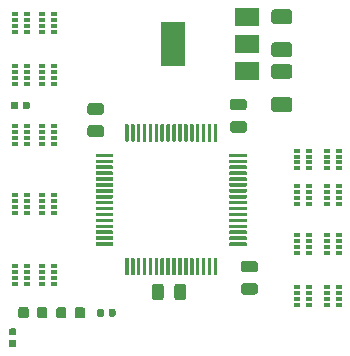
<source format=gbr>
G04 #@! TF.GenerationSoftware,KiCad,Pcbnew,(5.1.5)-3*
G04 #@! TF.CreationDate,2020-11-01T13:08:26+00:00*
G04 #@! TF.ProjectId,SCSIAdaptor,53435349-4164-4617-9074-6f722e6b6963,rev?*
G04 #@! TF.SameCoordinates,Original*
G04 #@! TF.FileFunction,Paste,Top*
G04 #@! TF.FilePolarity,Positive*
%FSLAX46Y46*%
G04 Gerber Fmt 4.6, Leading zero omitted, Abs format (unit mm)*
G04 Created by KiCad (PCBNEW (5.1.5)-3) date 2020-11-01 13:08:26*
%MOMM*%
%LPD*%
G04 APERTURE LIST*
%ADD10C,0.100000*%
%ADD11R,0.500000X0.320000*%
%ADD12R,2.000000X1.500000*%
%ADD13R,2.000000X3.800000*%
G04 APERTURE END LIST*
D10*
G36*
X127241958Y-101294710D02*
G01*
X127256276Y-101296834D01*
X127270317Y-101300351D01*
X127283946Y-101305228D01*
X127297031Y-101311417D01*
X127309447Y-101318858D01*
X127321073Y-101327481D01*
X127331798Y-101337202D01*
X127341519Y-101347927D01*
X127350142Y-101359553D01*
X127357583Y-101371969D01*
X127363772Y-101385054D01*
X127368649Y-101398683D01*
X127372166Y-101412724D01*
X127374290Y-101427042D01*
X127375000Y-101441500D01*
X127375000Y-101786500D01*
X127374290Y-101800958D01*
X127372166Y-101815276D01*
X127368649Y-101829317D01*
X127363772Y-101842946D01*
X127357583Y-101856031D01*
X127350142Y-101868447D01*
X127341519Y-101880073D01*
X127331798Y-101890798D01*
X127321073Y-101900519D01*
X127309447Y-101909142D01*
X127297031Y-101916583D01*
X127283946Y-101922772D01*
X127270317Y-101927649D01*
X127256276Y-101931166D01*
X127241958Y-101933290D01*
X127227500Y-101934000D01*
X126932500Y-101934000D01*
X126918042Y-101933290D01*
X126903724Y-101931166D01*
X126889683Y-101927649D01*
X126876054Y-101922772D01*
X126862969Y-101916583D01*
X126850553Y-101909142D01*
X126838927Y-101900519D01*
X126828202Y-101890798D01*
X126818481Y-101880073D01*
X126809858Y-101868447D01*
X126802417Y-101856031D01*
X126796228Y-101842946D01*
X126791351Y-101829317D01*
X126787834Y-101815276D01*
X126785710Y-101800958D01*
X126785000Y-101786500D01*
X126785000Y-101441500D01*
X126785710Y-101427042D01*
X126787834Y-101412724D01*
X126791351Y-101398683D01*
X126796228Y-101385054D01*
X126802417Y-101371969D01*
X126809858Y-101359553D01*
X126818481Y-101347927D01*
X126828202Y-101337202D01*
X126838927Y-101327481D01*
X126850553Y-101318858D01*
X126862969Y-101311417D01*
X126876054Y-101305228D01*
X126889683Y-101300351D01*
X126903724Y-101296834D01*
X126918042Y-101294710D01*
X126932500Y-101294000D01*
X127227500Y-101294000D01*
X127241958Y-101294710D01*
G37*
G36*
X128211958Y-101294710D02*
G01*
X128226276Y-101296834D01*
X128240317Y-101300351D01*
X128253946Y-101305228D01*
X128267031Y-101311417D01*
X128279447Y-101318858D01*
X128291073Y-101327481D01*
X128301798Y-101337202D01*
X128311519Y-101347927D01*
X128320142Y-101359553D01*
X128327583Y-101371969D01*
X128333772Y-101385054D01*
X128338649Y-101398683D01*
X128342166Y-101412724D01*
X128344290Y-101427042D01*
X128345000Y-101441500D01*
X128345000Y-101786500D01*
X128344290Y-101800958D01*
X128342166Y-101815276D01*
X128338649Y-101829317D01*
X128333772Y-101842946D01*
X128327583Y-101856031D01*
X128320142Y-101868447D01*
X128311519Y-101880073D01*
X128301798Y-101890798D01*
X128291073Y-101900519D01*
X128279447Y-101909142D01*
X128267031Y-101916583D01*
X128253946Y-101922772D01*
X128240317Y-101927649D01*
X128226276Y-101931166D01*
X128211958Y-101933290D01*
X128197500Y-101934000D01*
X127902500Y-101934000D01*
X127888042Y-101933290D01*
X127873724Y-101931166D01*
X127859683Y-101927649D01*
X127846054Y-101922772D01*
X127832969Y-101916583D01*
X127820553Y-101909142D01*
X127808927Y-101900519D01*
X127798202Y-101890798D01*
X127788481Y-101880073D01*
X127779858Y-101868447D01*
X127772417Y-101856031D01*
X127766228Y-101842946D01*
X127761351Y-101829317D01*
X127757834Y-101815276D01*
X127755710Y-101800958D01*
X127755000Y-101786500D01*
X127755000Y-101441500D01*
X127755710Y-101427042D01*
X127757834Y-101412724D01*
X127761351Y-101398683D01*
X127766228Y-101385054D01*
X127772417Y-101371969D01*
X127779858Y-101359553D01*
X127788481Y-101347927D01*
X127798202Y-101337202D01*
X127808927Y-101327481D01*
X127820553Y-101318858D01*
X127832969Y-101311417D01*
X127846054Y-101305228D01*
X127859683Y-101300351D01*
X127873724Y-101296834D01*
X127888042Y-101294710D01*
X127902500Y-101294000D01*
X128197500Y-101294000D01*
X128211958Y-101294710D01*
G37*
G36*
X127110758Y-120505710D02*
G01*
X127125076Y-120507834D01*
X127139117Y-120511351D01*
X127152746Y-120516228D01*
X127165831Y-120522417D01*
X127178247Y-120529858D01*
X127189873Y-120538481D01*
X127200598Y-120548202D01*
X127210319Y-120558927D01*
X127218942Y-120570553D01*
X127226383Y-120582969D01*
X127232572Y-120596054D01*
X127237449Y-120609683D01*
X127240966Y-120623724D01*
X127243090Y-120638042D01*
X127243800Y-120652500D01*
X127243800Y-120947500D01*
X127243090Y-120961958D01*
X127240966Y-120976276D01*
X127237449Y-120990317D01*
X127232572Y-121003946D01*
X127226383Y-121017031D01*
X127218942Y-121029447D01*
X127210319Y-121041073D01*
X127200598Y-121051798D01*
X127189873Y-121061519D01*
X127178247Y-121070142D01*
X127165831Y-121077583D01*
X127152746Y-121083772D01*
X127139117Y-121088649D01*
X127125076Y-121092166D01*
X127110758Y-121094290D01*
X127096300Y-121095000D01*
X126751300Y-121095000D01*
X126736842Y-121094290D01*
X126722524Y-121092166D01*
X126708483Y-121088649D01*
X126694854Y-121083772D01*
X126681769Y-121077583D01*
X126669353Y-121070142D01*
X126657727Y-121061519D01*
X126647002Y-121051798D01*
X126637281Y-121041073D01*
X126628658Y-121029447D01*
X126621217Y-121017031D01*
X126615028Y-121003946D01*
X126610151Y-120990317D01*
X126606634Y-120976276D01*
X126604510Y-120961958D01*
X126603800Y-120947500D01*
X126603800Y-120652500D01*
X126604510Y-120638042D01*
X126606634Y-120623724D01*
X126610151Y-120609683D01*
X126615028Y-120596054D01*
X126621217Y-120582969D01*
X126628658Y-120570553D01*
X126637281Y-120558927D01*
X126647002Y-120548202D01*
X126657727Y-120538481D01*
X126669353Y-120529858D01*
X126681769Y-120522417D01*
X126694854Y-120516228D01*
X126708483Y-120511351D01*
X126722524Y-120507834D01*
X126736842Y-120505710D01*
X126751300Y-120505000D01*
X127096300Y-120505000D01*
X127110758Y-120505710D01*
G37*
G36*
X127110758Y-121475710D02*
G01*
X127125076Y-121477834D01*
X127139117Y-121481351D01*
X127152746Y-121486228D01*
X127165831Y-121492417D01*
X127178247Y-121499858D01*
X127189873Y-121508481D01*
X127200598Y-121518202D01*
X127210319Y-121528927D01*
X127218942Y-121540553D01*
X127226383Y-121552969D01*
X127232572Y-121566054D01*
X127237449Y-121579683D01*
X127240966Y-121593724D01*
X127243090Y-121608042D01*
X127243800Y-121622500D01*
X127243800Y-121917500D01*
X127243090Y-121931958D01*
X127240966Y-121946276D01*
X127237449Y-121960317D01*
X127232572Y-121973946D01*
X127226383Y-121987031D01*
X127218942Y-121999447D01*
X127210319Y-122011073D01*
X127200598Y-122021798D01*
X127189873Y-122031519D01*
X127178247Y-122040142D01*
X127165831Y-122047583D01*
X127152746Y-122053772D01*
X127139117Y-122058649D01*
X127125076Y-122062166D01*
X127110758Y-122064290D01*
X127096300Y-122065000D01*
X126751300Y-122065000D01*
X126736842Y-122064290D01*
X126722524Y-122062166D01*
X126708483Y-122058649D01*
X126694854Y-122053772D01*
X126681769Y-122047583D01*
X126669353Y-122040142D01*
X126657727Y-122031519D01*
X126647002Y-122021798D01*
X126637281Y-122011073D01*
X126628658Y-121999447D01*
X126621217Y-121987031D01*
X126615028Y-121973946D01*
X126610151Y-121960317D01*
X126606634Y-121946276D01*
X126604510Y-121931958D01*
X126603800Y-121917500D01*
X126603800Y-121622500D01*
X126604510Y-121608042D01*
X126606634Y-121593724D01*
X126610151Y-121579683D01*
X126615028Y-121566054D01*
X126621217Y-121552969D01*
X126628658Y-121540553D01*
X126637281Y-121528927D01*
X126647002Y-121518202D01*
X126657727Y-121508481D01*
X126669353Y-121499858D01*
X126681769Y-121492417D01*
X126694854Y-121486228D01*
X126708483Y-121481351D01*
X126722524Y-121477834D01*
X126736842Y-121475710D01*
X126751300Y-121475000D01*
X127096300Y-121475000D01*
X127110758Y-121475710D01*
G37*
G36*
X134525558Y-118857510D02*
G01*
X134539876Y-118859634D01*
X134553917Y-118863151D01*
X134567546Y-118868028D01*
X134580631Y-118874217D01*
X134593047Y-118881658D01*
X134604673Y-118890281D01*
X134615398Y-118900002D01*
X134625119Y-118910727D01*
X134633742Y-118922353D01*
X134641183Y-118934769D01*
X134647372Y-118947854D01*
X134652249Y-118961483D01*
X134655766Y-118975524D01*
X134657890Y-118989842D01*
X134658600Y-119004300D01*
X134658600Y-119349300D01*
X134657890Y-119363758D01*
X134655766Y-119378076D01*
X134652249Y-119392117D01*
X134647372Y-119405746D01*
X134641183Y-119418831D01*
X134633742Y-119431247D01*
X134625119Y-119442873D01*
X134615398Y-119453598D01*
X134604673Y-119463319D01*
X134593047Y-119471942D01*
X134580631Y-119479383D01*
X134567546Y-119485572D01*
X134553917Y-119490449D01*
X134539876Y-119493966D01*
X134525558Y-119496090D01*
X134511100Y-119496800D01*
X134216100Y-119496800D01*
X134201642Y-119496090D01*
X134187324Y-119493966D01*
X134173283Y-119490449D01*
X134159654Y-119485572D01*
X134146569Y-119479383D01*
X134134153Y-119471942D01*
X134122527Y-119463319D01*
X134111802Y-119453598D01*
X134102081Y-119442873D01*
X134093458Y-119431247D01*
X134086017Y-119418831D01*
X134079828Y-119405746D01*
X134074951Y-119392117D01*
X134071434Y-119378076D01*
X134069310Y-119363758D01*
X134068600Y-119349300D01*
X134068600Y-119004300D01*
X134069310Y-118989842D01*
X134071434Y-118975524D01*
X134074951Y-118961483D01*
X134079828Y-118947854D01*
X134086017Y-118934769D01*
X134093458Y-118922353D01*
X134102081Y-118910727D01*
X134111802Y-118900002D01*
X134122527Y-118890281D01*
X134134153Y-118881658D01*
X134146569Y-118874217D01*
X134159654Y-118868028D01*
X134173283Y-118863151D01*
X134187324Y-118859634D01*
X134201642Y-118857510D01*
X134216100Y-118856800D01*
X134511100Y-118856800D01*
X134525558Y-118857510D01*
G37*
G36*
X135495558Y-118857510D02*
G01*
X135509876Y-118859634D01*
X135523917Y-118863151D01*
X135537546Y-118868028D01*
X135550631Y-118874217D01*
X135563047Y-118881658D01*
X135574673Y-118890281D01*
X135585398Y-118900002D01*
X135595119Y-118910727D01*
X135603742Y-118922353D01*
X135611183Y-118934769D01*
X135617372Y-118947854D01*
X135622249Y-118961483D01*
X135625766Y-118975524D01*
X135627890Y-118989842D01*
X135628600Y-119004300D01*
X135628600Y-119349300D01*
X135627890Y-119363758D01*
X135625766Y-119378076D01*
X135622249Y-119392117D01*
X135617372Y-119405746D01*
X135611183Y-119418831D01*
X135603742Y-119431247D01*
X135595119Y-119442873D01*
X135585398Y-119453598D01*
X135574673Y-119463319D01*
X135563047Y-119471942D01*
X135550631Y-119479383D01*
X135537546Y-119485572D01*
X135523917Y-119490449D01*
X135509876Y-119493966D01*
X135495558Y-119496090D01*
X135481100Y-119496800D01*
X135186100Y-119496800D01*
X135171642Y-119496090D01*
X135157324Y-119493966D01*
X135143283Y-119490449D01*
X135129654Y-119485572D01*
X135116569Y-119479383D01*
X135104153Y-119471942D01*
X135092527Y-119463319D01*
X135081802Y-119453598D01*
X135072081Y-119442873D01*
X135063458Y-119431247D01*
X135056017Y-119418831D01*
X135049828Y-119405746D01*
X135044951Y-119392117D01*
X135041434Y-119378076D01*
X135039310Y-119363758D01*
X135038600Y-119349300D01*
X135038600Y-119004300D01*
X135039310Y-118989842D01*
X135041434Y-118975524D01*
X135044951Y-118961483D01*
X135049828Y-118947854D01*
X135056017Y-118934769D01*
X135063458Y-118922353D01*
X135072081Y-118910727D01*
X135081802Y-118900002D01*
X135092527Y-118890281D01*
X135104153Y-118881658D01*
X135116569Y-118874217D01*
X135129654Y-118868028D01*
X135143283Y-118863151D01*
X135157324Y-118859634D01*
X135171642Y-118857510D01*
X135186100Y-118856800D01*
X135481100Y-118856800D01*
X135495558Y-118857510D01*
G37*
G36*
X128078291Y-118677453D02*
G01*
X128099526Y-118680603D01*
X128120350Y-118685819D01*
X128140562Y-118693051D01*
X128159968Y-118702230D01*
X128178381Y-118713266D01*
X128195624Y-118726054D01*
X128211530Y-118740470D01*
X128225946Y-118756376D01*
X128238734Y-118773619D01*
X128249770Y-118792032D01*
X128258949Y-118811438D01*
X128266181Y-118831650D01*
X128271397Y-118852474D01*
X128274547Y-118873709D01*
X128275600Y-118895150D01*
X128275600Y-119407650D01*
X128274547Y-119429091D01*
X128271397Y-119450326D01*
X128266181Y-119471150D01*
X128258949Y-119491362D01*
X128249770Y-119510768D01*
X128238734Y-119529181D01*
X128225946Y-119546424D01*
X128211530Y-119562330D01*
X128195624Y-119576746D01*
X128178381Y-119589534D01*
X128159968Y-119600570D01*
X128140562Y-119609749D01*
X128120350Y-119616981D01*
X128099526Y-119622197D01*
X128078291Y-119625347D01*
X128056850Y-119626400D01*
X127619350Y-119626400D01*
X127597909Y-119625347D01*
X127576674Y-119622197D01*
X127555850Y-119616981D01*
X127535638Y-119609749D01*
X127516232Y-119600570D01*
X127497819Y-119589534D01*
X127480576Y-119576746D01*
X127464670Y-119562330D01*
X127450254Y-119546424D01*
X127437466Y-119529181D01*
X127426430Y-119510768D01*
X127417251Y-119491362D01*
X127410019Y-119471150D01*
X127404803Y-119450326D01*
X127401653Y-119429091D01*
X127400600Y-119407650D01*
X127400600Y-118895150D01*
X127401653Y-118873709D01*
X127404803Y-118852474D01*
X127410019Y-118831650D01*
X127417251Y-118811438D01*
X127426430Y-118792032D01*
X127437466Y-118773619D01*
X127450254Y-118756376D01*
X127464670Y-118740470D01*
X127480576Y-118726054D01*
X127497819Y-118713266D01*
X127516232Y-118702230D01*
X127535638Y-118693051D01*
X127555850Y-118685819D01*
X127576674Y-118680603D01*
X127597909Y-118677453D01*
X127619350Y-118676400D01*
X128056850Y-118676400D01*
X128078291Y-118677453D01*
G37*
G36*
X129653291Y-118677453D02*
G01*
X129674526Y-118680603D01*
X129695350Y-118685819D01*
X129715562Y-118693051D01*
X129734968Y-118702230D01*
X129753381Y-118713266D01*
X129770624Y-118726054D01*
X129786530Y-118740470D01*
X129800946Y-118756376D01*
X129813734Y-118773619D01*
X129824770Y-118792032D01*
X129833949Y-118811438D01*
X129841181Y-118831650D01*
X129846397Y-118852474D01*
X129849547Y-118873709D01*
X129850600Y-118895150D01*
X129850600Y-119407650D01*
X129849547Y-119429091D01*
X129846397Y-119450326D01*
X129841181Y-119471150D01*
X129833949Y-119491362D01*
X129824770Y-119510768D01*
X129813734Y-119529181D01*
X129800946Y-119546424D01*
X129786530Y-119562330D01*
X129770624Y-119576746D01*
X129753381Y-119589534D01*
X129734968Y-119600570D01*
X129715562Y-119609749D01*
X129695350Y-119616981D01*
X129674526Y-119622197D01*
X129653291Y-119625347D01*
X129631850Y-119626400D01*
X129194350Y-119626400D01*
X129172909Y-119625347D01*
X129151674Y-119622197D01*
X129130850Y-119616981D01*
X129110638Y-119609749D01*
X129091232Y-119600570D01*
X129072819Y-119589534D01*
X129055576Y-119576746D01*
X129039670Y-119562330D01*
X129025254Y-119546424D01*
X129012466Y-119529181D01*
X129001430Y-119510768D01*
X128992251Y-119491362D01*
X128985019Y-119471150D01*
X128979803Y-119450326D01*
X128976653Y-119429091D01*
X128975600Y-119407650D01*
X128975600Y-118895150D01*
X128976653Y-118873709D01*
X128979803Y-118852474D01*
X128985019Y-118831650D01*
X128992251Y-118811438D01*
X129001430Y-118792032D01*
X129012466Y-118773619D01*
X129025254Y-118756376D01*
X129039670Y-118740470D01*
X129055576Y-118726054D01*
X129072819Y-118713266D01*
X129091232Y-118702230D01*
X129110638Y-118693051D01*
X129130850Y-118685819D01*
X129151674Y-118680603D01*
X129172909Y-118677453D01*
X129194350Y-118676400D01*
X129631850Y-118676400D01*
X129653291Y-118677453D01*
G37*
G36*
X132853691Y-118702853D02*
G01*
X132874926Y-118706003D01*
X132895750Y-118711219D01*
X132915962Y-118718451D01*
X132935368Y-118727630D01*
X132953781Y-118738666D01*
X132971024Y-118751454D01*
X132986930Y-118765870D01*
X133001346Y-118781776D01*
X133014134Y-118799019D01*
X133025170Y-118817432D01*
X133034349Y-118836838D01*
X133041581Y-118857050D01*
X133046797Y-118877874D01*
X133049947Y-118899109D01*
X133051000Y-118920550D01*
X133051000Y-119433050D01*
X133049947Y-119454491D01*
X133046797Y-119475726D01*
X133041581Y-119496550D01*
X133034349Y-119516762D01*
X133025170Y-119536168D01*
X133014134Y-119554581D01*
X133001346Y-119571824D01*
X132986930Y-119587730D01*
X132971024Y-119602146D01*
X132953781Y-119614934D01*
X132935368Y-119625970D01*
X132915962Y-119635149D01*
X132895750Y-119642381D01*
X132874926Y-119647597D01*
X132853691Y-119650747D01*
X132832250Y-119651800D01*
X132394750Y-119651800D01*
X132373309Y-119650747D01*
X132352074Y-119647597D01*
X132331250Y-119642381D01*
X132311038Y-119635149D01*
X132291632Y-119625970D01*
X132273219Y-119614934D01*
X132255976Y-119602146D01*
X132240070Y-119587730D01*
X132225654Y-119571824D01*
X132212866Y-119554581D01*
X132201830Y-119536168D01*
X132192651Y-119516762D01*
X132185419Y-119496550D01*
X132180203Y-119475726D01*
X132177053Y-119454491D01*
X132176000Y-119433050D01*
X132176000Y-118920550D01*
X132177053Y-118899109D01*
X132180203Y-118877874D01*
X132185419Y-118857050D01*
X132192651Y-118836838D01*
X132201830Y-118817432D01*
X132212866Y-118799019D01*
X132225654Y-118781776D01*
X132240070Y-118765870D01*
X132255976Y-118751454D01*
X132273219Y-118738666D01*
X132291632Y-118727630D01*
X132311038Y-118718451D01*
X132331250Y-118711219D01*
X132352074Y-118706003D01*
X132373309Y-118702853D01*
X132394750Y-118701800D01*
X132832250Y-118701800D01*
X132853691Y-118702853D01*
G37*
G36*
X131278691Y-118702853D02*
G01*
X131299926Y-118706003D01*
X131320750Y-118711219D01*
X131340962Y-118718451D01*
X131360368Y-118727630D01*
X131378781Y-118738666D01*
X131396024Y-118751454D01*
X131411930Y-118765870D01*
X131426346Y-118781776D01*
X131439134Y-118799019D01*
X131450170Y-118817432D01*
X131459349Y-118836838D01*
X131466581Y-118857050D01*
X131471797Y-118877874D01*
X131474947Y-118899109D01*
X131476000Y-118920550D01*
X131476000Y-119433050D01*
X131474947Y-119454491D01*
X131471797Y-119475726D01*
X131466581Y-119496550D01*
X131459349Y-119516762D01*
X131450170Y-119536168D01*
X131439134Y-119554581D01*
X131426346Y-119571824D01*
X131411930Y-119587730D01*
X131396024Y-119602146D01*
X131378781Y-119614934D01*
X131360368Y-119625970D01*
X131340962Y-119635149D01*
X131320750Y-119642381D01*
X131299926Y-119647597D01*
X131278691Y-119650747D01*
X131257250Y-119651800D01*
X130819750Y-119651800D01*
X130798309Y-119650747D01*
X130777074Y-119647597D01*
X130756250Y-119642381D01*
X130736038Y-119635149D01*
X130716632Y-119625970D01*
X130698219Y-119614934D01*
X130680976Y-119602146D01*
X130665070Y-119587730D01*
X130650654Y-119571824D01*
X130637866Y-119554581D01*
X130626830Y-119536168D01*
X130617651Y-119516762D01*
X130610419Y-119496550D01*
X130605203Y-119475726D01*
X130602053Y-119454491D01*
X130601000Y-119433050D01*
X130601000Y-118920550D01*
X130602053Y-118899109D01*
X130605203Y-118877874D01*
X130610419Y-118857050D01*
X130617651Y-118836838D01*
X130626830Y-118817432D01*
X130637866Y-118799019D01*
X130650654Y-118781776D01*
X130665070Y-118765870D01*
X130680976Y-118751454D01*
X130698219Y-118738666D01*
X130716632Y-118727630D01*
X130736038Y-118718451D01*
X130756250Y-118711219D01*
X130777074Y-118706003D01*
X130798309Y-118702853D01*
X130819750Y-118701800D01*
X131257250Y-118701800D01*
X131278691Y-118702853D01*
G37*
G36*
X136667351Y-103201361D02*
G01*
X136674632Y-103202441D01*
X136681771Y-103204229D01*
X136688701Y-103206709D01*
X136695355Y-103209856D01*
X136701668Y-103213640D01*
X136707579Y-103218024D01*
X136713033Y-103222967D01*
X136717976Y-103228421D01*
X136722360Y-103234332D01*
X136726144Y-103240645D01*
X136729291Y-103247299D01*
X136731771Y-103254229D01*
X136733559Y-103261368D01*
X136734639Y-103268649D01*
X136735000Y-103276000D01*
X136735000Y-104601000D01*
X136734639Y-104608351D01*
X136733559Y-104615632D01*
X136731771Y-104622771D01*
X136729291Y-104629701D01*
X136726144Y-104636355D01*
X136722360Y-104642668D01*
X136717976Y-104648579D01*
X136713033Y-104654033D01*
X136707579Y-104658976D01*
X136701668Y-104663360D01*
X136695355Y-104667144D01*
X136688701Y-104670291D01*
X136681771Y-104672771D01*
X136674632Y-104674559D01*
X136667351Y-104675639D01*
X136660000Y-104676000D01*
X136510000Y-104676000D01*
X136502649Y-104675639D01*
X136495368Y-104674559D01*
X136488229Y-104672771D01*
X136481299Y-104670291D01*
X136474645Y-104667144D01*
X136468332Y-104663360D01*
X136462421Y-104658976D01*
X136456967Y-104654033D01*
X136452024Y-104648579D01*
X136447640Y-104642668D01*
X136443856Y-104636355D01*
X136440709Y-104629701D01*
X136438229Y-104622771D01*
X136436441Y-104615632D01*
X136435361Y-104608351D01*
X136435000Y-104601000D01*
X136435000Y-103276000D01*
X136435361Y-103268649D01*
X136436441Y-103261368D01*
X136438229Y-103254229D01*
X136440709Y-103247299D01*
X136443856Y-103240645D01*
X136447640Y-103234332D01*
X136452024Y-103228421D01*
X136456967Y-103222967D01*
X136462421Y-103218024D01*
X136468332Y-103213640D01*
X136474645Y-103209856D01*
X136481299Y-103206709D01*
X136488229Y-103204229D01*
X136495368Y-103202441D01*
X136502649Y-103201361D01*
X136510000Y-103201000D01*
X136660000Y-103201000D01*
X136667351Y-103201361D01*
G37*
G36*
X137167351Y-103201361D02*
G01*
X137174632Y-103202441D01*
X137181771Y-103204229D01*
X137188701Y-103206709D01*
X137195355Y-103209856D01*
X137201668Y-103213640D01*
X137207579Y-103218024D01*
X137213033Y-103222967D01*
X137217976Y-103228421D01*
X137222360Y-103234332D01*
X137226144Y-103240645D01*
X137229291Y-103247299D01*
X137231771Y-103254229D01*
X137233559Y-103261368D01*
X137234639Y-103268649D01*
X137235000Y-103276000D01*
X137235000Y-104601000D01*
X137234639Y-104608351D01*
X137233559Y-104615632D01*
X137231771Y-104622771D01*
X137229291Y-104629701D01*
X137226144Y-104636355D01*
X137222360Y-104642668D01*
X137217976Y-104648579D01*
X137213033Y-104654033D01*
X137207579Y-104658976D01*
X137201668Y-104663360D01*
X137195355Y-104667144D01*
X137188701Y-104670291D01*
X137181771Y-104672771D01*
X137174632Y-104674559D01*
X137167351Y-104675639D01*
X137160000Y-104676000D01*
X137010000Y-104676000D01*
X137002649Y-104675639D01*
X136995368Y-104674559D01*
X136988229Y-104672771D01*
X136981299Y-104670291D01*
X136974645Y-104667144D01*
X136968332Y-104663360D01*
X136962421Y-104658976D01*
X136956967Y-104654033D01*
X136952024Y-104648579D01*
X136947640Y-104642668D01*
X136943856Y-104636355D01*
X136940709Y-104629701D01*
X136938229Y-104622771D01*
X136936441Y-104615632D01*
X136935361Y-104608351D01*
X136935000Y-104601000D01*
X136935000Y-103276000D01*
X136935361Y-103268649D01*
X136936441Y-103261368D01*
X136938229Y-103254229D01*
X136940709Y-103247299D01*
X136943856Y-103240645D01*
X136947640Y-103234332D01*
X136952024Y-103228421D01*
X136956967Y-103222967D01*
X136962421Y-103218024D01*
X136968332Y-103213640D01*
X136974645Y-103209856D01*
X136981299Y-103206709D01*
X136988229Y-103204229D01*
X136995368Y-103202441D01*
X137002649Y-103201361D01*
X137010000Y-103201000D01*
X137160000Y-103201000D01*
X137167351Y-103201361D01*
G37*
G36*
X137667351Y-103201361D02*
G01*
X137674632Y-103202441D01*
X137681771Y-103204229D01*
X137688701Y-103206709D01*
X137695355Y-103209856D01*
X137701668Y-103213640D01*
X137707579Y-103218024D01*
X137713033Y-103222967D01*
X137717976Y-103228421D01*
X137722360Y-103234332D01*
X137726144Y-103240645D01*
X137729291Y-103247299D01*
X137731771Y-103254229D01*
X137733559Y-103261368D01*
X137734639Y-103268649D01*
X137735000Y-103276000D01*
X137735000Y-104601000D01*
X137734639Y-104608351D01*
X137733559Y-104615632D01*
X137731771Y-104622771D01*
X137729291Y-104629701D01*
X137726144Y-104636355D01*
X137722360Y-104642668D01*
X137717976Y-104648579D01*
X137713033Y-104654033D01*
X137707579Y-104658976D01*
X137701668Y-104663360D01*
X137695355Y-104667144D01*
X137688701Y-104670291D01*
X137681771Y-104672771D01*
X137674632Y-104674559D01*
X137667351Y-104675639D01*
X137660000Y-104676000D01*
X137510000Y-104676000D01*
X137502649Y-104675639D01*
X137495368Y-104674559D01*
X137488229Y-104672771D01*
X137481299Y-104670291D01*
X137474645Y-104667144D01*
X137468332Y-104663360D01*
X137462421Y-104658976D01*
X137456967Y-104654033D01*
X137452024Y-104648579D01*
X137447640Y-104642668D01*
X137443856Y-104636355D01*
X137440709Y-104629701D01*
X137438229Y-104622771D01*
X137436441Y-104615632D01*
X137435361Y-104608351D01*
X137435000Y-104601000D01*
X137435000Y-103276000D01*
X137435361Y-103268649D01*
X137436441Y-103261368D01*
X137438229Y-103254229D01*
X137440709Y-103247299D01*
X137443856Y-103240645D01*
X137447640Y-103234332D01*
X137452024Y-103228421D01*
X137456967Y-103222967D01*
X137462421Y-103218024D01*
X137468332Y-103213640D01*
X137474645Y-103209856D01*
X137481299Y-103206709D01*
X137488229Y-103204229D01*
X137495368Y-103202441D01*
X137502649Y-103201361D01*
X137510000Y-103201000D01*
X137660000Y-103201000D01*
X137667351Y-103201361D01*
G37*
G36*
X138167351Y-103201361D02*
G01*
X138174632Y-103202441D01*
X138181771Y-103204229D01*
X138188701Y-103206709D01*
X138195355Y-103209856D01*
X138201668Y-103213640D01*
X138207579Y-103218024D01*
X138213033Y-103222967D01*
X138217976Y-103228421D01*
X138222360Y-103234332D01*
X138226144Y-103240645D01*
X138229291Y-103247299D01*
X138231771Y-103254229D01*
X138233559Y-103261368D01*
X138234639Y-103268649D01*
X138235000Y-103276000D01*
X138235000Y-104601000D01*
X138234639Y-104608351D01*
X138233559Y-104615632D01*
X138231771Y-104622771D01*
X138229291Y-104629701D01*
X138226144Y-104636355D01*
X138222360Y-104642668D01*
X138217976Y-104648579D01*
X138213033Y-104654033D01*
X138207579Y-104658976D01*
X138201668Y-104663360D01*
X138195355Y-104667144D01*
X138188701Y-104670291D01*
X138181771Y-104672771D01*
X138174632Y-104674559D01*
X138167351Y-104675639D01*
X138160000Y-104676000D01*
X138010000Y-104676000D01*
X138002649Y-104675639D01*
X137995368Y-104674559D01*
X137988229Y-104672771D01*
X137981299Y-104670291D01*
X137974645Y-104667144D01*
X137968332Y-104663360D01*
X137962421Y-104658976D01*
X137956967Y-104654033D01*
X137952024Y-104648579D01*
X137947640Y-104642668D01*
X137943856Y-104636355D01*
X137940709Y-104629701D01*
X137938229Y-104622771D01*
X137936441Y-104615632D01*
X137935361Y-104608351D01*
X137935000Y-104601000D01*
X137935000Y-103276000D01*
X137935361Y-103268649D01*
X137936441Y-103261368D01*
X137938229Y-103254229D01*
X137940709Y-103247299D01*
X137943856Y-103240645D01*
X137947640Y-103234332D01*
X137952024Y-103228421D01*
X137956967Y-103222967D01*
X137962421Y-103218024D01*
X137968332Y-103213640D01*
X137974645Y-103209856D01*
X137981299Y-103206709D01*
X137988229Y-103204229D01*
X137995368Y-103202441D01*
X138002649Y-103201361D01*
X138010000Y-103201000D01*
X138160000Y-103201000D01*
X138167351Y-103201361D01*
G37*
G36*
X138667351Y-103201361D02*
G01*
X138674632Y-103202441D01*
X138681771Y-103204229D01*
X138688701Y-103206709D01*
X138695355Y-103209856D01*
X138701668Y-103213640D01*
X138707579Y-103218024D01*
X138713033Y-103222967D01*
X138717976Y-103228421D01*
X138722360Y-103234332D01*
X138726144Y-103240645D01*
X138729291Y-103247299D01*
X138731771Y-103254229D01*
X138733559Y-103261368D01*
X138734639Y-103268649D01*
X138735000Y-103276000D01*
X138735000Y-104601000D01*
X138734639Y-104608351D01*
X138733559Y-104615632D01*
X138731771Y-104622771D01*
X138729291Y-104629701D01*
X138726144Y-104636355D01*
X138722360Y-104642668D01*
X138717976Y-104648579D01*
X138713033Y-104654033D01*
X138707579Y-104658976D01*
X138701668Y-104663360D01*
X138695355Y-104667144D01*
X138688701Y-104670291D01*
X138681771Y-104672771D01*
X138674632Y-104674559D01*
X138667351Y-104675639D01*
X138660000Y-104676000D01*
X138510000Y-104676000D01*
X138502649Y-104675639D01*
X138495368Y-104674559D01*
X138488229Y-104672771D01*
X138481299Y-104670291D01*
X138474645Y-104667144D01*
X138468332Y-104663360D01*
X138462421Y-104658976D01*
X138456967Y-104654033D01*
X138452024Y-104648579D01*
X138447640Y-104642668D01*
X138443856Y-104636355D01*
X138440709Y-104629701D01*
X138438229Y-104622771D01*
X138436441Y-104615632D01*
X138435361Y-104608351D01*
X138435000Y-104601000D01*
X138435000Y-103276000D01*
X138435361Y-103268649D01*
X138436441Y-103261368D01*
X138438229Y-103254229D01*
X138440709Y-103247299D01*
X138443856Y-103240645D01*
X138447640Y-103234332D01*
X138452024Y-103228421D01*
X138456967Y-103222967D01*
X138462421Y-103218024D01*
X138468332Y-103213640D01*
X138474645Y-103209856D01*
X138481299Y-103206709D01*
X138488229Y-103204229D01*
X138495368Y-103202441D01*
X138502649Y-103201361D01*
X138510000Y-103201000D01*
X138660000Y-103201000D01*
X138667351Y-103201361D01*
G37*
G36*
X139167351Y-103201361D02*
G01*
X139174632Y-103202441D01*
X139181771Y-103204229D01*
X139188701Y-103206709D01*
X139195355Y-103209856D01*
X139201668Y-103213640D01*
X139207579Y-103218024D01*
X139213033Y-103222967D01*
X139217976Y-103228421D01*
X139222360Y-103234332D01*
X139226144Y-103240645D01*
X139229291Y-103247299D01*
X139231771Y-103254229D01*
X139233559Y-103261368D01*
X139234639Y-103268649D01*
X139235000Y-103276000D01*
X139235000Y-104601000D01*
X139234639Y-104608351D01*
X139233559Y-104615632D01*
X139231771Y-104622771D01*
X139229291Y-104629701D01*
X139226144Y-104636355D01*
X139222360Y-104642668D01*
X139217976Y-104648579D01*
X139213033Y-104654033D01*
X139207579Y-104658976D01*
X139201668Y-104663360D01*
X139195355Y-104667144D01*
X139188701Y-104670291D01*
X139181771Y-104672771D01*
X139174632Y-104674559D01*
X139167351Y-104675639D01*
X139160000Y-104676000D01*
X139010000Y-104676000D01*
X139002649Y-104675639D01*
X138995368Y-104674559D01*
X138988229Y-104672771D01*
X138981299Y-104670291D01*
X138974645Y-104667144D01*
X138968332Y-104663360D01*
X138962421Y-104658976D01*
X138956967Y-104654033D01*
X138952024Y-104648579D01*
X138947640Y-104642668D01*
X138943856Y-104636355D01*
X138940709Y-104629701D01*
X138938229Y-104622771D01*
X138936441Y-104615632D01*
X138935361Y-104608351D01*
X138935000Y-104601000D01*
X138935000Y-103276000D01*
X138935361Y-103268649D01*
X138936441Y-103261368D01*
X138938229Y-103254229D01*
X138940709Y-103247299D01*
X138943856Y-103240645D01*
X138947640Y-103234332D01*
X138952024Y-103228421D01*
X138956967Y-103222967D01*
X138962421Y-103218024D01*
X138968332Y-103213640D01*
X138974645Y-103209856D01*
X138981299Y-103206709D01*
X138988229Y-103204229D01*
X138995368Y-103202441D01*
X139002649Y-103201361D01*
X139010000Y-103201000D01*
X139160000Y-103201000D01*
X139167351Y-103201361D01*
G37*
G36*
X139667351Y-103201361D02*
G01*
X139674632Y-103202441D01*
X139681771Y-103204229D01*
X139688701Y-103206709D01*
X139695355Y-103209856D01*
X139701668Y-103213640D01*
X139707579Y-103218024D01*
X139713033Y-103222967D01*
X139717976Y-103228421D01*
X139722360Y-103234332D01*
X139726144Y-103240645D01*
X139729291Y-103247299D01*
X139731771Y-103254229D01*
X139733559Y-103261368D01*
X139734639Y-103268649D01*
X139735000Y-103276000D01*
X139735000Y-104601000D01*
X139734639Y-104608351D01*
X139733559Y-104615632D01*
X139731771Y-104622771D01*
X139729291Y-104629701D01*
X139726144Y-104636355D01*
X139722360Y-104642668D01*
X139717976Y-104648579D01*
X139713033Y-104654033D01*
X139707579Y-104658976D01*
X139701668Y-104663360D01*
X139695355Y-104667144D01*
X139688701Y-104670291D01*
X139681771Y-104672771D01*
X139674632Y-104674559D01*
X139667351Y-104675639D01*
X139660000Y-104676000D01*
X139510000Y-104676000D01*
X139502649Y-104675639D01*
X139495368Y-104674559D01*
X139488229Y-104672771D01*
X139481299Y-104670291D01*
X139474645Y-104667144D01*
X139468332Y-104663360D01*
X139462421Y-104658976D01*
X139456967Y-104654033D01*
X139452024Y-104648579D01*
X139447640Y-104642668D01*
X139443856Y-104636355D01*
X139440709Y-104629701D01*
X139438229Y-104622771D01*
X139436441Y-104615632D01*
X139435361Y-104608351D01*
X139435000Y-104601000D01*
X139435000Y-103276000D01*
X139435361Y-103268649D01*
X139436441Y-103261368D01*
X139438229Y-103254229D01*
X139440709Y-103247299D01*
X139443856Y-103240645D01*
X139447640Y-103234332D01*
X139452024Y-103228421D01*
X139456967Y-103222967D01*
X139462421Y-103218024D01*
X139468332Y-103213640D01*
X139474645Y-103209856D01*
X139481299Y-103206709D01*
X139488229Y-103204229D01*
X139495368Y-103202441D01*
X139502649Y-103201361D01*
X139510000Y-103201000D01*
X139660000Y-103201000D01*
X139667351Y-103201361D01*
G37*
G36*
X140167351Y-103201361D02*
G01*
X140174632Y-103202441D01*
X140181771Y-103204229D01*
X140188701Y-103206709D01*
X140195355Y-103209856D01*
X140201668Y-103213640D01*
X140207579Y-103218024D01*
X140213033Y-103222967D01*
X140217976Y-103228421D01*
X140222360Y-103234332D01*
X140226144Y-103240645D01*
X140229291Y-103247299D01*
X140231771Y-103254229D01*
X140233559Y-103261368D01*
X140234639Y-103268649D01*
X140235000Y-103276000D01*
X140235000Y-104601000D01*
X140234639Y-104608351D01*
X140233559Y-104615632D01*
X140231771Y-104622771D01*
X140229291Y-104629701D01*
X140226144Y-104636355D01*
X140222360Y-104642668D01*
X140217976Y-104648579D01*
X140213033Y-104654033D01*
X140207579Y-104658976D01*
X140201668Y-104663360D01*
X140195355Y-104667144D01*
X140188701Y-104670291D01*
X140181771Y-104672771D01*
X140174632Y-104674559D01*
X140167351Y-104675639D01*
X140160000Y-104676000D01*
X140010000Y-104676000D01*
X140002649Y-104675639D01*
X139995368Y-104674559D01*
X139988229Y-104672771D01*
X139981299Y-104670291D01*
X139974645Y-104667144D01*
X139968332Y-104663360D01*
X139962421Y-104658976D01*
X139956967Y-104654033D01*
X139952024Y-104648579D01*
X139947640Y-104642668D01*
X139943856Y-104636355D01*
X139940709Y-104629701D01*
X139938229Y-104622771D01*
X139936441Y-104615632D01*
X139935361Y-104608351D01*
X139935000Y-104601000D01*
X139935000Y-103276000D01*
X139935361Y-103268649D01*
X139936441Y-103261368D01*
X139938229Y-103254229D01*
X139940709Y-103247299D01*
X139943856Y-103240645D01*
X139947640Y-103234332D01*
X139952024Y-103228421D01*
X139956967Y-103222967D01*
X139962421Y-103218024D01*
X139968332Y-103213640D01*
X139974645Y-103209856D01*
X139981299Y-103206709D01*
X139988229Y-103204229D01*
X139995368Y-103202441D01*
X140002649Y-103201361D01*
X140010000Y-103201000D01*
X140160000Y-103201000D01*
X140167351Y-103201361D01*
G37*
G36*
X140667351Y-103201361D02*
G01*
X140674632Y-103202441D01*
X140681771Y-103204229D01*
X140688701Y-103206709D01*
X140695355Y-103209856D01*
X140701668Y-103213640D01*
X140707579Y-103218024D01*
X140713033Y-103222967D01*
X140717976Y-103228421D01*
X140722360Y-103234332D01*
X140726144Y-103240645D01*
X140729291Y-103247299D01*
X140731771Y-103254229D01*
X140733559Y-103261368D01*
X140734639Y-103268649D01*
X140735000Y-103276000D01*
X140735000Y-104601000D01*
X140734639Y-104608351D01*
X140733559Y-104615632D01*
X140731771Y-104622771D01*
X140729291Y-104629701D01*
X140726144Y-104636355D01*
X140722360Y-104642668D01*
X140717976Y-104648579D01*
X140713033Y-104654033D01*
X140707579Y-104658976D01*
X140701668Y-104663360D01*
X140695355Y-104667144D01*
X140688701Y-104670291D01*
X140681771Y-104672771D01*
X140674632Y-104674559D01*
X140667351Y-104675639D01*
X140660000Y-104676000D01*
X140510000Y-104676000D01*
X140502649Y-104675639D01*
X140495368Y-104674559D01*
X140488229Y-104672771D01*
X140481299Y-104670291D01*
X140474645Y-104667144D01*
X140468332Y-104663360D01*
X140462421Y-104658976D01*
X140456967Y-104654033D01*
X140452024Y-104648579D01*
X140447640Y-104642668D01*
X140443856Y-104636355D01*
X140440709Y-104629701D01*
X140438229Y-104622771D01*
X140436441Y-104615632D01*
X140435361Y-104608351D01*
X140435000Y-104601000D01*
X140435000Y-103276000D01*
X140435361Y-103268649D01*
X140436441Y-103261368D01*
X140438229Y-103254229D01*
X140440709Y-103247299D01*
X140443856Y-103240645D01*
X140447640Y-103234332D01*
X140452024Y-103228421D01*
X140456967Y-103222967D01*
X140462421Y-103218024D01*
X140468332Y-103213640D01*
X140474645Y-103209856D01*
X140481299Y-103206709D01*
X140488229Y-103204229D01*
X140495368Y-103202441D01*
X140502649Y-103201361D01*
X140510000Y-103201000D01*
X140660000Y-103201000D01*
X140667351Y-103201361D01*
G37*
G36*
X141167351Y-103201361D02*
G01*
X141174632Y-103202441D01*
X141181771Y-103204229D01*
X141188701Y-103206709D01*
X141195355Y-103209856D01*
X141201668Y-103213640D01*
X141207579Y-103218024D01*
X141213033Y-103222967D01*
X141217976Y-103228421D01*
X141222360Y-103234332D01*
X141226144Y-103240645D01*
X141229291Y-103247299D01*
X141231771Y-103254229D01*
X141233559Y-103261368D01*
X141234639Y-103268649D01*
X141235000Y-103276000D01*
X141235000Y-104601000D01*
X141234639Y-104608351D01*
X141233559Y-104615632D01*
X141231771Y-104622771D01*
X141229291Y-104629701D01*
X141226144Y-104636355D01*
X141222360Y-104642668D01*
X141217976Y-104648579D01*
X141213033Y-104654033D01*
X141207579Y-104658976D01*
X141201668Y-104663360D01*
X141195355Y-104667144D01*
X141188701Y-104670291D01*
X141181771Y-104672771D01*
X141174632Y-104674559D01*
X141167351Y-104675639D01*
X141160000Y-104676000D01*
X141010000Y-104676000D01*
X141002649Y-104675639D01*
X140995368Y-104674559D01*
X140988229Y-104672771D01*
X140981299Y-104670291D01*
X140974645Y-104667144D01*
X140968332Y-104663360D01*
X140962421Y-104658976D01*
X140956967Y-104654033D01*
X140952024Y-104648579D01*
X140947640Y-104642668D01*
X140943856Y-104636355D01*
X140940709Y-104629701D01*
X140938229Y-104622771D01*
X140936441Y-104615632D01*
X140935361Y-104608351D01*
X140935000Y-104601000D01*
X140935000Y-103276000D01*
X140935361Y-103268649D01*
X140936441Y-103261368D01*
X140938229Y-103254229D01*
X140940709Y-103247299D01*
X140943856Y-103240645D01*
X140947640Y-103234332D01*
X140952024Y-103228421D01*
X140956967Y-103222967D01*
X140962421Y-103218024D01*
X140968332Y-103213640D01*
X140974645Y-103209856D01*
X140981299Y-103206709D01*
X140988229Y-103204229D01*
X140995368Y-103202441D01*
X141002649Y-103201361D01*
X141010000Y-103201000D01*
X141160000Y-103201000D01*
X141167351Y-103201361D01*
G37*
G36*
X141667351Y-103201361D02*
G01*
X141674632Y-103202441D01*
X141681771Y-103204229D01*
X141688701Y-103206709D01*
X141695355Y-103209856D01*
X141701668Y-103213640D01*
X141707579Y-103218024D01*
X141713033Y-103222967D01*
X141717976Y-103228421D01*
X141722360Y-103234332D01*
X141726144Y-103240645D01*
X141729291Y-103247299D01*
X141731771Y-103254229D01*
X141733559Y-103261368D01*
X141734639Y-103268649D01*
X141735000Y-103276000D01*
X141735000Y-104601000D01*
X141734639Y-104608351D01*
X141733559Y-104615632D01*
X141731771Y-104622771D01*
X141729291Y-104629701D01*
X141726144Y-104636355D01*
X141722360Y-104642668D01*
X141717976Y-104648579D01*
X141713033Y-104654033D01*
X141707579Y-104658976D01*
X141701668Y-104663360D01*
X141695355Y-104667144D01*
X141688701Y-104670291D01*
X141681771Y-104672771D01*
X141674632Y-104674559D01*
X141667351Y-104675639D01*
X141660000Y-104676000D01*
X141510000Y-104676000D01*
X141502649Y-104675639D01*
X141495368Y-104674559D01*
X141488229Y-104672771D01*
X141481299Y-104670291D01*
X141474645Y-104667144D01*
X141468332Y-104663360D01*
X141462421Y-104658976D01*
X141456967Y-104654033D01*
X141452024Y-104648579D01*
X141447640Y-104642668D01*
X141443856Y-104636355D01*
X141440709Y-104629701D01*
X141438229Y-104622771D01*
X141436441Y-104615632D01*
X141435361Y-104608351D01*
X141435000Y-104601000D01*
X141435000Y-103276000D01*
X141435361Y-103268649D01*
X141436441Y-103261368D01*
X141438229Y-103254229D01*
X141440709Y-103247299D01*
X141443856Y-103240645D01*
X141447640Y-103234332D01*
X141452024Y-103228421D01*
X141456967Y-103222967D01*
X141462421Y-103218024D01*
X141468332Y-103213640D01*
X141474645Y-103209856D01*
X141481299Y-103206709D01*
X141488229Y-103204229D01*
X141495368Y-103202441D01*
X141502649Y-103201361D01*
X141510000Y-103201000D01*
X141660000Y-103201000D01*
X141667351Y-103201361D01*
G37*
G36*
X142167351Y-103201361D02*
G01*
X142174632Y-103202441D01*
X142181771Y-103204229D01*
X142188701Y-103206709D01*
X142195355Y-103209856D01*
X142201668Y-103213640D01*
X142207579Y-103218024D01*
X142213033Y-103222967D01*
X142217976Y-103228421D01*
X142222360Y-103234332D01*
X142226144Y-103240645D01*
X142229291Y-103247299D01*
X142231771Y-103254229D01*
X142233559Y-103261368D01*
X142234639Y-103268649D01*
X142235000Y-103276000D01*
X142235000Y-104601000D01*
X142234639Y-104608351D01*
X142233559Y-104615632D01*
X142231771Y-104622771D01*
X142229291Y-104629701D01*
X142226144Y-104636355D01*
X142222360Y-104642668D01*
X142217976Y-104648579D01*
X142213033Y-104654033D01*
X142207579Y-104658976D01*
X142201668Y-104663360D01*
X142195355Y-104667144D01*
X142188701Y-104670291D01*
X142181771Y-104672771D01*
X142174632Y-104674559D01*
X142167351Y-104675639D01*
X142160000Y-104676000D01*
X142010000Y-104676000D01*
X142002649Y-104675639D01*
X141995368Y-104674559D01*
X141988229Y-104672771D01*
X141981299Y-104670291D01*
X141974645Y-104667144D01*
X141968332Y-104663360D01*
X141962421Y-104658976D01*
X141956967Y-104654033D01*
X141952024Y-104648579D01*
X141947640Y-104642668D01*
X141943856Y-104636355D01*
X141940709Y-104629701D01*
X141938229Y-104622771D01*
X141936441Y-104615632D01*
X141935361Y-104608351D01*
X141935000Y-104601000D01*
X141935000Y-103276000D01*
X141935361Y-103268649D01*
X141936441Y-103261368D01*
X141938229Y-103254229D01*
X141940709Y-103247299D01*
X141943856Y-103240645D01*
X141947640Y-103234332D01*
X141952024Y-103228421D01*
X141956967Y-103222967D01*
X141962421Y-103218024D01*
X141968332Y-103213640D01*
X141974645Y-103209856D01*
X141981299Y-103206709D01*
X141988229Y-103204229D01*
X141995368Y-103202441D01*
X142002649Y-103201361D01*
X142010000Y-103201000D01*
X142160000Y-103201000D01*
X142167351Y-103201361D01*
G37*
G36*
X142667351Y-103201361D02*
G01*
X142674632Y-103202441D01*
X142681771Y-103204229D01*
X142688701Y-103206709D01*
X142695355Y-103209856D01*
X142701668Y-103213640D01*
X142707579Y-103218024D01*
X142713033Y-103222967D01*
X142717976Y-103228421D01*
X142722360Y-103234332D01*
X142726144Y-103240645D01*
X142729291Y-103247299D01*
X142731771Y-103254229D01*
X142733559Y-103261368D01*
X142734639Y-103268649D01*
X142735000Y-103276000D01*
X142735000Y-104601000D01*
X142734639Y-104608351D01*
X142733559Y-104615632D01*
X142731771Y-104622771D01*
X142729291Y-104629701D01*
X142726144Y-104636355D01*
X142722360Y-104642668D01*
X142717976Y-104648579D01*
X142713033Y-104654033D01*
X142707579Y-104658976D01*
X142701668Y-104663360D01*
X142695355Y-104667144D01*
X142688701Y-104670291D01*
X142681771Y-104672771D01*
X142674632Y-104674559D01*
X142667351Y-104675639D01*
X142660000Y-104676000D01*
X142510000Y-104676000D01*
X142502649Y-104675639D01*
X142495368Y-104674559D01*
X142488229Y-104672771D01*
X142481299Y-104670291D01*
X142474645Y-104667144D01*
X142468332Y-104663360D01*
X142462421Y-104658976D01*
X142456967Y-104654033D01*
X142452024Y-104648579D01*
X142447640Y-104642668D01*
X142443856Y-104636355D01*
X142440709Y-104629701D01*
X142438229Y-104622771D01*
X142436441Y-104615632D01*
X142435361Y-104608351D01*
X142435000Y-104601000D01*
X142435000Y-103276000D01*
X142435361Y-103268649D01*
X142436441Y-103261368D01*
X142438229Y-103254229D01*
X142440709Y-103247299D01*
X142443856Y-103240645D01*
X142447640Y-103234332D01*
X142452024Y-103228421D01*
X142456967Y-103222967D01*
X142462421Y-103218024D01*
X142468332Y-103213640D01*
X142474645Y-103209856D01*
X142481299Y-103206709D01*
X142488229Y-103204229D01*
X142495368Y-103202441D01*
X142502649Y-103201361D01*
X142510000Y-103201000D01*
X142660000Y-103201000D01*
X142667351Y-103201361D01*
G37*
G36*
X143167351Y-103201361D02*
G01*
X143174632Y-103202441D01*
X143181771Y-103204229D01*
X143188701Y-103206709D01*
X143195355Y-103209856D01*
X143201668Y-103213640D01*
X143207579Y-103218024D01*
X143213033Y-103222967D01*
X143217976Y-103228421D01*
X143222360Y-103234332D01*
X143226144Y-103240645D01*
X143229291Y-103247299D01*
X143231771Y-103254229D01*
X143233559Y-103261368D01*
X143234639Y-103268649D01*
X143235000Y-103276000D01*
X143235000Y-104601000D01*
X143234639Y-104608351D01*
X143233559Y-104615632D01*
X143231771Y-104622771D01*
X143229291Y-104629701D01*
X143226144Y-104636355D01*
X143222360Y-104642668D01*
X143217976Y-104648579D01*
X143213033Y-104654033D01*
X143207579Y-104658976D01*
X143201668Y-104663360D01*
X143195355Y-104667144D01*
X143188701Y-104670291D01*
X143181771Y-104672771D01*
X143174632Y-104674559D01*
X143167351Y-104675639D01*
X143160000Y-104676000D01*
X143010000Y-104676000D01*
X143002649Y-104675639D01*
X142995368Y-104674559D01*
X142988229Y-104672771D01*
X142981299Y-104670291D01*
X142974645Y-104667144D01*
X142968332Y-104663360D01*
X142962421Y-104658976D01*
X142956967Y-104654033D01*
X142952024Y-104648579D01*
X142947640Y-104642668D01*
X142943856Y-104636355D01*
X142940709Y-104629701D01*
X142938229Y-104622771D01*
X142936441Y-104615632D01*
X142935361Y-104608351D01*
X142935000Y-104601000D01*
X142935000Y-103276000D01*
X142935361Y-103268649D01*
X142936441Y-103261368D01*
X142938229Y-103254229D01*
X142940709Y-103247299D01*
X142943856Y-103240645D01*
X142947640Y-103234332D01*
X142952024Y-103228421D01*
X142956967Y-103222967D01*
X142962421Y-103218024D01*
X142968332Y-103213640D01*
X142974645Y-103209856D01*
X142981299Y-103206709D01*
X142988229Y-103204229D01*
X142995368Y-103202441D01*
X143002649Y-103201361D01*
X143010000Y-103201000D01*
X143160000Y-103201000D01*
X143167351Y-103201361D01*
G37*
G36*
X143667351Y-103201361D02*
G01*
X143674632Y-103202441D01*
X143681771Y-103204229D01*
X143688701Y-103206709D01*
X143695355Y-103209856D01*
X143701668Y-103213640D01*
X143707579Y-103218024D01*
X143713033Y-103222967D01*
X143717976Y-103228421D01*
X143722360Y-103234332D01*
X143726144Y-103240645D01*
X143729291Y-103247299D01*
X143731771Y-103254229D01*
X143733559Y-103261368D01*
X143734639Y-103268649D01*
X143735000Y-103276000D01*
X143735000Y-104601000D01*
X143734639Y-104608351D01*
X143733559Y-104615632D01*
X143731771Y-104622771D01*
X143729291Y-104629701D01*
X143726144Y-104636355D01*
X143722360Y-104642668D01*
X143717976Y-104648579D01*
X143713033Y-104654033D01*
X143707579Y-104658976D01*
X143701668Y-104663360D01*
X143695355Y-104667144D01*
X143688701Y-104670291D01*
X143681771Y-104672771D01*
X143674632Y-104674559D01*
X143667351Y-104675639D01*
X143660000Y-104676000D01*
X143510000Y-104676000D01*
X143502649Y-104675639D01*
X143495368Y-104674559D01*
X143488229Y-104672771D01*
X143481299Y-104670291D01*
X143474645Y-104667144D01*
X143468332Y-104663360D01*
X143462421Y-104658976D01*
X143456967Y-104654033D01*
X143452024Y-104648579D01*
X143447640Y-104642668D01*
X143443856Y-104636355D01*
X143440709Y-104629701D01*
X143438229Y-104622771D01*
X143436441Y-104615632D01*
X143435361Y-104608351D01*
X143435000Y-104601000D01*
X143435000Y-103276000D01*
X143435361Y-103268649D01*
X143436441Y-103261368D01*
X143438229Y-103254229D01*
X143440709Y-103247299D01*
X143443856Y-103240645D01*
X143447640Y-103234332D01*
X143452024Y-103228421D01*
X143456967Y-103222967D01*
X143462421Y-103218024D01*
X143468332Y-103213640D01*
X143474645Y-103209856D01*
X143481299Y-103206709D01*
X143488229Y-103204229D01*
X143495368Y-103202441D01*
X143502649Y-103201361D01*
X143510000Y-103201000D01*
X143660000Y-103201000D01*
X143667351Y-103201361D01*
G37*
G36*
X144167351Y-103201361D02*
G01*
X144174632Y-103202441D01*
X144181771Y-103204229D01*
X144188701Y-103206709D01*
X144195355Y-103209856D01*
X144201668Y-103213640D01*
X144207579Y-103218024D01*
X144213033Y-103222967D01*
X144217976Y-103228421D01*
X144222360Y-103234332D01*
X144226144Y-103240645D01*
X144229291Y-103247299D01*
X144231771Y-103254229D01*
X144233559Y-103261368D01*
X144234639Y-103268649D01*
X144235000Y-103276000D01*
X144235000Y-104601000D01*
X144234639Y-104608351D01*
X144233559Y-104615632D01*
X144231771Y-104622771D01*
X144229291Y-104629701D01*
X144226144Y-104636355D01*
X144222360Y-104642668D01*
X144217976Y-104648579D01*
X144213033Y-104654033D01*
X144207579Y-104658976D01*
X144201668Y-104663360D01*
X144195355Y-104667144D01*
X144188701Y-104670291D01*
X144181771Y-104672771D01*
X144174632Y-104674559D01*
X144167351Y-104675639D01*
X144160000Y-104676000D01*
X144010000Y-104676000D01*
X144002649Y-104675639D01*
X143995368Y-104674559D01*
X143988229Y-104672771D01*
X143981299Y-104670291D01*
X143974645Y-104667144D01*
X143968332Y-104663360D01*
X143962421Y-104658976D01*
X143956967Y-104654033D01*
X143952024Y-104648579D01*
X143947640Y-104642668D01*
X143943856Y-104636355D01*
X143940709Y-104629701D01*
X143938229Y-104622771D01*
X143936441Y-104615632D01*
X143935361Y-104608351D01*
X143935000Y-104601000D01*
X143935000Y-103276000D01*
X143935361Y-103268649D01*
X143936441Y-103261368D01*
X143938229Y-103254229D01*
X143940709Y-103247299D01*
X143943856Y-103240645D01*
X143947640Y-103234332D01*
X143952024Y-103228421D01*
X143956967Y-103222967D01*
X143962421Y-103218024D01*
X143968332Y-103213640D01*
X143974645Y-103209856D01*
X143981299Y-103206709D01*
X143988229Y-103204229D01*
X143995368Y-103202441D01*
X144002649Y-103201361D01*
X144010000Y-103201000D01*
X144160000Y-103201000D01*
X144167351Y-103201361D01*
G37*
G36*
X146667351Y-105701361D02*
G01*
X146674632Y-105702441D01*
X146681771Y-105704229D01*
X146688701Y-105706709D01*
X146695355Y-105709856D01*
X146701668Y-105713640D01*
X146707579Y-105718024D01*
X146713033Y-105722967D01*
X146717976Y-105728421D01*
X146722360Y-105734332D01*
X146726144Y-105740645D01*
X146729291Y-105747299D01*
X146731771Y-105754229D01*
X146733559Y-105761368D01*
X146734639Y-105768649D01*
X146735000Y-105776000D01*
X146735000Y-105926000D01*
X146734639Y-105933351D01*
X146733559Y-105940632D01*
X146731771Y-105947771D01*
X146729291Y-105954701D01*
X146726144Y-105961355D01*
X146722360Y-105967668D01*
X146717976Y-105973579D01*
X146713033Y-105979033D01*
X146707579Y-105983976D01*
X146701668Y-105988360D01*
X146695355Y-105992144D01*
X146688701Y-105995291D01*
X146681771Y-105997771D01*
X146674632Y-105999559D01*
X146667351Y-106000639D01*
X146660000Y-106001000D01*
X145335000Y-106001000D01*
X145327649Y-106000639D01*
X145320368Y-105999559D01*
X145313229Y-105997771D01*
X145306299Y-105995291D01*
X145299645Y-105992144D01*
X145293332Y-105988360D01*
X145287421Y-105983976D01*
X145281967Y-105979033D01*
X145277024Y-105973579D01*
X145272640Y-105967668D01*
X145268856Y-105961355D01*
X145265709Y-105954701D01*
X145263229Y-105947771D01*
X145261441Y-105940632D01*
X145260361Y-105933351D01*
X145260000Y-105926000D01*
X145260000Y-105776000D01*
X145260361Y-105768649D01*
X145261441Y-105761368D01*
X145263229Y-105754229D01*
X145265709Y-105747299D01*
X145268856Y-105740645D01*
X145272640Y-105734332D01*
X145277024Y-105728421D01*
X145281967Y-105722967D01*
X145287421Y-105718024D01*
X145293332Y-105713640D01*
X145299645Y-105709856D01*
X145306299Y-105706709D01*
X145313229Y-105704229D01*
X145320368Y-105702441D01*
X145327649Y-105701361D01*
X145335000Y-105701000D01*
X146660000Y-105701000D01*
X146667351Y-105701361D01*
G37*
G36*
X146667351Y-106201361D02*
G01*
X146674632Y-106202441D01*
X146681771Y-106204229D01*
X146688701Y-106206709D01*
X146695355Y-106209856D01*
X146701668Y-106213640D01*
X146707579Y-106218024D01*
X146713033Y-106222967D01*
X146717976Y-106228421D01*
X146722360Y-106234332D01*
X146726144Y-106240645D01*
X146729291Y-106247299D01*
X146731771Y-106254229D01*
X146733559Y-106261368D01*
X146734639Y-106268649D01*
X146735000Y-106276000D01*
X146735000Y-106426000D01*
X146734639Y-106433351D01*
X146733559Y-106440632D01*
X146731771Y-106447771D01*
X146729291Y-106454701D01*
X146726144Y-106461355D01*
X146722360Y-106467668D01*
X146717976Y-106473579D01*
X146713033Y-106479033D01*
X146707579Y-106483976D01*
X146701668Y-106488360D01*
X146695355Y-106492144D01*
X146688701Y-106495291D01*
X146681771Y-106497771D01*
X146674632Y-106499559D01*
X146667351Y-106500639D01*
X146660000Y-106501000D01*
X145335000Y-106501000D01*
X145327649Y-106500639D01*
X145320368Y-106499559D01*
X145313229Y-106497771D01*
X145306299Y-106495291D01*
X145299645Y-106492144D01*
X145293332Y-106488360D01*
X145287421Y-106483976D01*
X145281967Y-106479033D01*
X145277024Y-106473579D01*
X145272640Y-106467668D01*
X145268856Y-106461355D01*
X145265709Y-106454701D01*
X145263229Y-106447771D01*
X145261441Y-106440632D01*
X145260361Y-106433351D01*
X145260000Y-106426000D01*
X145260000Y-106276000D01*
X145260361Y-106268649D01*
X145261441Y-106261368D01*
X145263229Y-106254229D01*
X145265709Y-106247299D01*
X145268856Y-106240645D01*
X145272640Y-106234332D01*
X145277024Y-106228421D01*
X145281967Y-106222967D01*
X145287421Y-106218024D01*
X145293332Y-106213640D01*
X145299645Y-106209856D01*
X145306299Y-106206709D01*
X145313229Y-106204229D01*
X145320368Y-106202441D01*
X145327649Y-106201361D01*
X145335000Y-106201000D01*
X146660000Y-106201000D01*
X146667351Y-106201361D01*
G37*
G36*
X146667351Y-106701361D02*
G01*
X146674632Y-106702441D01*
X146681771Y-106704229D01*
X146688701Y-106706709D01*
X146695355Y-106709856D01*
X146701668Y-106713640D01*
X146707579Y-106718024D01*
X146713033Y-106722967D01*
X146717976Y-106728421D01*
X146722360Y-106734332D01*
X146726144Y-106740645D01*
X146729291Y-106747299D01*
X146731771Y-106754229D01*
X146733559Y-106761368D01*
X146734639Y-106768649D01*
X146735000Y-106776000D01*
X146735000Y-106926000D01*
X146734639Y-106933351D01*
X146733559Y-106940632D01*
X146731771Y-106947771D01*
X146729291Y-106954701D01*
X146726144Y-106961355D01*
X146722360Y-106967668D01*
X146717976Y-106973579D01*
X146713033Y-106979033D01*
X146707579Y-106983976D01*
X146701668Y-106988360D01*
X146695355Y-106992144D01*
X146688701Y-106995291D01*
X146681771Y-106997771D01*
X146674632Y-106999559D01*
X146667351Y-107000639D01*
X146660000Y-107001000D01*
X145335000Y-107001000D01*
X145327649Y-107000639D01*
X145320368Y-106999559D01*
X145313229Y-106997771D01*
X145306299Y-106995291D01*
X145299645Y-106992144D01*
X145293332Y-106988360D01*
X145287421Y-106983976D01*
X145281967Y-106979033D01*
X145277024Y-106973579D01*
X145272640Y-106967668D01*
X145268856Y-106961355D01*
X145265709Y-106954701D01*
X145263229Y-106947771D01*
X145261441Y-106940632D01*
X145260361Y-106933351D01*
X145260000Y-106926000D01*
X145260000Y-106776000D01*
X145260361Y-106768649D01*
X145261441Y-106761368D01*
X145263229Y-106754229D01*
X145265709Y-106747299D01*
X145268856Y-106740645D01*
X145272640Y-106734332D01*
X145277024Y-106728421D01*
X145281967Y-106722967D01*
X145287421Y-106718024D01*
X145293332Y-106713640D01*
X145299645Y-106709856D01*
X145306299Y-106706709D01*
X145313229Y-106704229D01*
X145320368Y-106702441D01*
X145327649Y-106701361D01*
X145335000Y-106701000D01*
X146660000Y-106701000D01*
X146667351Y-106701361D01*
G37*
G36*
X146667351Y-107201361D02*
G01*
X146674632Y-107202441D01*
X146681771Y-107204229D01*
X146688701Y-107206709D01*
X146695355Y-107209856D01*
X146701668Y-107213640D01*
X146707579Y-107218024D01*
X146713033Y-107222967D01*
X146717976Y-107228421D01*
X146722360Y-107234332D01*
X146726144Y-107240645D01*
X146729291Y-107247299D01*
X146731771Y-107254229D01*
X146733559Y-107261368D01*
X146734639Y-107268649D01*
X146735000Y-107276000D01*
X146735000Y-107426000D01*
X146734639Y-107433351D01*
X146733559Y-107440632D01*
X146731771Y-107447771D01*
X146729291Y-107454701D01*
X146726144Y-107461355D01*
X146722360Y-107467668D01*
X146717976Y-107473579D01*
X146713033Y-107479033D01*
X146707579Y-107483976D01*
X146701668Y-107488360D01*
X146695355Y-107492144D01*
X146688701Y-107495291D01*
X146681771Y-107497771D01*
X146674632Y-107499559D01*
X146667351Y-107500639D01*
X146660000Y-107501000D01*
X145335000Y-107501000D01*
X145327649Y-107500639D01*
X145320368Y-107499559D01*
X145313229Y-107497771D01*
X145306299Y-107495291D01*
X145299645Y-107492144D01*
X145293332Y-107488360D01*
X145287421Y-107483976D01*
X145281967Y-107479033D01*
X145277024Y-107473579D01*
X145272640Y-107467668D01*
X145268856Y-107461355D01*
X145265709Y-107454701D01*
X145263229Y-107447771D01*
X145261441Y-107440632D01*
X145260361Y-107433351D01*
X145260000Y-107426000D01*
X145260000Y-107276000D01*
X145260361Y-107268649D01*
X145261441Y-107261368D01*
X145263229Y-107254229D01*
X145265709Y-107247299D01*
X145268856Y-107240645D01*
X145272640Y-107234332D01*
X145277024Y-107228421D01*
X145281967Y-107222967D01*
X145287421Y-107218024D01*
X145293332Y-107213640D01*
X145299645Y-107209856D01*
X145306299Y-107206709D01*
X145313229Y-107204229D01*
X145320368Y-107202441D01*
X145327649Y-107201361D01*
X145335000Y-107201000D01*
X146660000Y-107201000D01*
X146667351Y-107201361D01*
G37*
G36*
X146667351Y-107701361D02*
G01*
X146674632Y-107702441D01*
X146681771Y-107704229D01*
X146688701Y-107706709D01*
X146695355Y-107709856D01*
X146701668Y-107713640D01*
X146707579Y-107718024D01*
X146713033Y-107722967D01*
X146717976Y-107728421D01*
X146722360Y-107734332D01*
X146726144Y-107740645D01*
X146729291Y-107747299D01*
X146731771Y-107754229D01*
X146733559Y-107761368D01*
X146734639Y-107768649D01*
X146735000Y-107776000D01*
X146735000Y-107926000D01*
X146734639Y-107933351D01*
X146733559Y-107940632D01*
X146731771Y-107947771D01*
X146729291Y-107954701D01*
X146726144Y-107961355D01*
X146722360Y-107967668D01*
X146717976Y-107973579D01*
X146713033Y-107979033D01*
X146707579Y-107983976D01*
X146701668Y-107988360D01*
X146695355Y-107992144D01*
X146688701Y-107995291D01*
X146681771Y-107997771D01*
X146674632Y-107999559D01*
X146667351Y-108000639D01*
X146660000Y-108001000D01*
X145335000Y-108001000D01*
X145327649Y-108000639D01*
X145320368Y-107999559D01*
X145313229Y-107997771D01*
X145306299Y-107995291D01*
X145299645Y-107992144D01*
X145293332Y-107988360D01*
X145287421Y-107983976D01*
X145281967Y-107979033D01*
X145277024Y-107973579D01*
X145272640Y-107967668D01*
X145268856Y-107961355D01*
X145265709Y-107954701D01*
X145263229Y-107947771D01*
X145261441Y-107940632D01*
X145260361Y-107933351D01*
X145260000Y-107926000D01*
X145260000Y-107776000D01*
X145260361Y-107768649D01*
X145261441Y-107761368D01*
X145263229Y-107754229D01*
X145265709Y-107747299D01*
X145268856Y-107740645D01*
X145272640Y-107734332D01*
X145277024Y-107728421D01*
X145281967Y-107722967D01*
X145287421Y-107718024D01*
X145293332Y-107713640D01*
X145299645Y-107709856D01*
X145306299Y-107706709D01*
X145313229Y-107704229D01*
X145320368Y-107702441D01*
X145327649Y-107701361D01*
X145335000Y-107701000D01*
X146660000Y-107701000D01*
X146667351Y-107701361D01*
G37*
G36*
X146667351Y-108201361D02*
G01*
X146674632Y-108202441D01*
X146681771Y-108204229D01*
X146688701Y-108206709D01*
X146695355Y-108209856D01*
X146701668Y-108213640D01*
X146707579Y-108218024D01*
X146713033Y-108222967D01*
X146717976Y-108228421D01*
X146722360Y-108234332D01*
X146726144Y-108240645D01*
X146729291Y-108247299D01*
X146731771Y-108254229D01*
X146733559Y-108261368D01*
X146734639Y-108268649D01*
X146735000Y-108276000D01*
X146735000Y-108426000D01*
X146734639Y-108433351D01*
X146733559Y-108440632D01*
X146731771Y-108447771D01*
X146729291Y-108454701D01*
X146726144Y-108461355D01*
X146722360Y-108467668D01*
X146717976Y-108473579D01*
X146713033Y-108479033D01*
X146707579Y-108483976D01*
X146701668Y-108488360D01*
X146695355Y-108492144D01*
X146688701Y-108495291D01*
X146681771Y-108497771D01*
X146674632Y-108499559D01*
X146667351Y-108500639D01*
X146660000Y-108501000D01*
X145335000Y-108501000D01*
X145327649Y-108500639D01*
X145320368Y-108499559D01*
X145313229Y-108497771D01*
X145306299Y-108495291D01*
X145299645Y-108492144D01*
X145293332Y-108488360D01*
X145287421Y-108483976D01*
X145281967Y-108479033D01*
X145277024Y-108473579D01*
X145272640Y-108467668D01*
X145268856Y-108461355D01*
X145265709Y-108454701D01*
X145263229Y-108447771D01*
X145261441Y-108440632D01*
X145260361Y-108433351D01*
X145260000Y-108426000D01*
X145260000Y-108276000D01*
X145260361Y-108268649D01*
X145261441Y-108261368D01*
X145263229Y-108254229D01*
X145265709Y-108247299D01*
X145268856Y-108240645D01*
X145272640Y-108234332D01*
X145277024Y-108228421D01*
X145281967Y-108222967D01*
X145287421Y-108218024D01*
X145293332Y-108213640D01*
X145299645Y-108209856D01*
X145306299Y-108206709D01*
X145313229Y-108204229D01*
X145320368Y-108202441D01*
X145327649Y-108201361D01*
X145335000Y-108201000D01*
X146660000Y-108201000D01*
X146667351Y-108201361D01*
G37*
G36*
X146667351Y-108701361D02*
G01*
X146674632Y-108702441D01*
X146681771Y-108704229D01*
X146688701Y-108706709D01*
X146695355Y-108709856D01*
X146701668Y-108713640D01*
X146707579Y-108718024D01*
X146713033Y-108722967D01*
X146717976Y-108728421D01*
X146722360Y-108734332D01*
X146726144Y-108740645D01*
X146729291Y-108747299D01*
X146731771Y-108754229D01*
X146733559Y-108761368D01*
X146734639Y-108768649D01*
X146735000Y-108776000D01*
X146735000Y-108926000D01*
X146734639Y-108933351D01*
X146733559Y-108940632D01*
X146731771Y-108947771D01*
X146729291Y-108954701D01*
X146726144Y-108961355D01*
X146722360Y-108967668D01*
X146717976Y-108973579D01*
X146713033Y-108979033D01*
X146707579Y-108983976D01*
X146701668Y-108988360D01*
X146695355Y-108992144D01*
X146688701Y-108995291D01*
X146681771Y-108997771D01*
X146674632Y-108999559D01*
X146667351Y-109000639D01*
X146660000Y-109001000D01*
X145335000Y-109001000D01*
X145327649Y-109000639D01*
X145320368Y-108999559D01*
X145313229Y-108997771D01*
X145306299Y-108995291D01*
X145299645Y-108992144D01*
X145293332Y-108988360D01*
X145287421Y-108983976D01*
X145281967Y-108979033D01*
X145277024Y-108973579D01*
X145272640Y-108967668D01*
X145268856Y-108961355D01*
X145265709Y-108954701D01*
X145263229Y-108947771D01*
X145261441Y-108940632D01*
X145260361Y-108933351D01*
X145260000Y-108926000D01*
X145260000Y-108776000D01*
X145260361Y-108768649D01*
X145261441Y-108761368D01*
X145263229Y-108754229D01*
X145265709Y-108747299D01*
X145268856Y-108740645D01*
X145272640Y-108734332D01*
X145277024Y-108728421D01*
X145281967Y-108722967D01*
X145287421Y-108718024D01*
X145293332Y-108713640D01*
X145299645Y-108709856D01*
X145306299Y-108706709D01*
X145313229Y-108704229D01*
X145320368Y-108702441D01*
X145327649Y-108701361D01*
X145335000Y-108701000D01*
X146660000Y-108701000D01*
X146667351Y-108701361D01*
G37*
G36*
X146667351Y-109201361D02*
G01*
X146674632Y-109202441D01*
X146681771Y-109204229D01*
X146688701Y-109206709D01*
X146695355Y-109209856D01*
X146701668Y-109213640D01*
X146707579Y-109218024D01*
X146713033Y-109222967D01*
X146717976Y-109228421D01*
X146722360Y-109234332D01*
X146726144Y-109240645D01*
X146729291Y-109247299D01*
X146731771Y-109254229D01*
X146733559Y-109261368D01*
X146734639Y-109268649D01*
X146735000Y-109276000D01*
X146735000Y-109426000D01*
X146734639Y-109433351D01*
X146733559Y-109440632D01*
X146731771Y-109447771D01*
X146729291Y-109454701D01*
X146726144Y-109461355D01*
X146722360Y-109467668D01*
X146717976Y-109473579D01*
X146713033Y-109479033D01*
X146707579Y-109483976D01*
X146701668Y-109488360D01*
X146695355Y-109492144D01*
X146688701Y-109495291D01*
X146681771Y-109497771D01*
X146674632Y-109499559D01*
X146667351Y-109500639D01*
X146660000Y-109501000D01*
X145335000Y-109501000D01*
X145327649Y-109500639D01*
X145320368Y-109499559D01*
X145313229Y-109497771D01*
X145306299Y-109495291D01*
X145299645Y-109492144D01*
X145293332Y-109488360D01*
X145287421Y-109483976D01*
X145281967Y-109479033D01*
X145277024Y-109473579D01*
X145272640Y-109467668D01*
X145268856Y-109461355D01*
X145265709Y-109454701D01*
X145263229Y-109447771D01*
X145261441Y-109440632D01*
X145260361Y-109433351D01*
X145260000Y-109426000D01*
X145260000Y-109276000D01*
X145260361Y-109268649D01*
X145261441Y-109261368D01*
X145263229Y-109254229D01*
X145265709Y-109247299D01*
X145268856Y-109240645D01*
X145272640Y-109234332D01*
X145277024Y-109228421D01*
X145281967Y-109222967D01*
X145287421Y-109218024D01*
X145293332Y-109213640D01*
X145299645Y-109209856D01*
X145306299Y-109206709D01*
X145313229Y-109204229D01*
X145320368Y-109202441D01*
X145327649Y-109201361D01*
X145335000Y-109201000D01*
X146660000Y-109201000D01*
X146667351Y-109201361D01*
G37*
G36*
X146667351Y-109701361D02*
G01*
X146674632Y-109702441D01*
X146681771Y-109704229D01*
X146688701Y-109706709D01*
X146695355Y-109709856D01*
X146701668Y-109713640D01*
X146707579Y-109718024D01*
X146713033Y-109722967D01*
X146717976Y-109728421D01*
X146722360Y-109734332D01*
X146726144Y-109740645D01*
X146729291Y-109747299D01*
X146731771Y-109754229D01*
X146733559Y-109761368D01*
X146734639Y-109768649D01*
X146735000Y-109776000D01*
X146735000Y-109926000D01*
X146734639Y-109933351D01*
X146733559Y-109940632D01*
X146731771Y-109947771D01*
X146729291Y-109954701D01*
X146726144Y-109961355D01*
X146722360Y-109967668D01*
X146717976Y-109973579D01*
X146713033Y-109979033D01*
X146707579Y-109983976D01*
X146701668Y-109988360D01*
X146695355Y-109992144D01*
X146688701Y-109995291D01*
X146681771Y-109997771D01*
X146674632Y-109999559D01*
X146667351Y-110000639D01*
X146660000Y-110001000D01*
X145335000Y-110001000D01*
X145327649Y-110000639D01*
X145320368Y-109999559D01*
X145313229Y-109997771D01*
X145306299Y-109995291D01*
X145299645Y-109992144D01*
X145293332Y-109988360D01*
X145287421Y-109983976D01*
X145281967Y-109979033D01*
X145277024Y-109973579D01*
X145272640Y-109967668D01*
X145268856Y-109961355D01*
X145265709Y-109954701D01*
X145263229Y-109947771D01*
X145261441Y-109940632D01*
X145260361Y-109933351D01*
X145260000Y-109926000D01*
X145260000Y-109776000D01*
X145260361Y-109768649D01*
X145261441Y-109761368D01*
X145263229Y-109754229D01*
X145265709Y-109747299D01*
X145268856Y-109740645D01*
X145272640Y-109734332D01*
X145277024Y-109728421D01*
X145281967Y-109722967D01*
X145287421Y-109718024D01*
X145293332Y-109713640D01*
X145299645Y-109709856D01*
X145306299Y-109706709D01*
X145313229Y-109704229D01*
X145320368Y-109702441D01*
X145327649Y-109701361D01*
X145335000Y-109701000D01*
X146660000Y-109701000D01*
X146667351Y-109701361D01*
G37*
G36*
X146667351Y-110201361D02*
G01*
X146674632Y-110202441D01*
X146681771Y-110204229D01*
X146688701Y-110206709D01*
X146695355Y-110209856D01*
X146701668Y-110213640D01*
X146707579Y-110218024D01*
X146713033Y-110222967D01*
X146717976Y-110228421D01*
X146722360Y-110234332D01*
X146726144Y-110240645D01*
X146729291Y-110247299D01*
X146731771Y-110254229D01*
X146733559Y-110261368D01*
X146734639Y-110268649D01*
X146735000Y-110276000D01*
X146735000Y-110426000D01*
X146734639Y-110433351D01*
X146733559Y-110440632D01*
X146731771Y-110447771D01*
X146729291Y-110454701D01*
X146726144Y-110461355D01*
X146722360Y-110467668D01*
X146717976Y-110473579D01*
X146713033Y-110479033D01*
X146707579Y-110483976D01*
X146701668Y-110488360D01*
X146695355Y-110492144D01*
X146688701Y-110495291D01*
X146681771Y-110497771D01*
X146674632Y-110499559D01*
X146667351Y-110500639D01*
X146660000Y-110501000D01*
X145335000Y-110501000D01*
X145327649Y-110500639D01*
X145320368Y-110499559D01*
X145313229Y-110497771D01*
X145306299Y-110495291D01*
X145299645Y-110492144D01*
X145293332Y-110488360D01*
X145287421Y-110483976D01*
X145281967Y-110479033D01*
X145277024Y-110473579D01*
X145272640Y-110467668D01*
X145268856Y-110461355D01*
X145265709Y-110454701D01*
X145263229Y-110447771D01*
X145261441Y-110440632D01*
X145260361Y-110433351D01*
X145260000Y-110426000D01*
X145260000Y-110276000D01*
X145260361Y-110268649D01*
X145261441Y-110261368D01*
X145263229Y-110254229D01*
X145265709Y-110247299D01*
X145268856Y-110240645D01*
X145272640Y-110234332D01*
X145277024Y-110228421D01*
X145281967Y-110222967D01*
X145287421Y-110218024D01*
X145293332Y-110213640D01*
X145299645Y-110209856D01*
X145306299Y-110206709D01*
X145313229Y-110204229D01*
X145320368Y-110202441D01*
X145327649Y-110201361D01*
X145335000Y-110201000D01*
X146660000Y-110201000D01*
X146667351Y-110201361D01*
G37*
G36*
X146667351Y-110701361D02*
G01*
X146674632Y-110702441D01*
X146681771Y-110704229D01*
X146688701Y-110706709D01*
X146695355Y-110709856D01*
X146701668Y-110713640D01*
X146707579Y-110718024D01*
X146713033Y-110722967D01*
X146717976Y-110728421D01*
X146722360Y-110734332D01*
X146726144Y-110740645D01*
X146729291Y-110747299D01*
X146731771Y-110754229D01*
X146733559Y-110761368D01*
X146734639Y-110768649D01*
X146735000Y-110776000D01*
X146735000Y-110926000D01*
X146734639Y-110933351D01*
X146733559Y-110940632D01*
X146731771Y-110947771D01*
X146729291Y-110954701D01*
X146726144Y-110961355D01*
X146722360Y-110967668D01*
X146717976Y-110973579D01*
X146713033Y-110979033D01*
X146707579Y-110983976D01*
X146701668Y-110988360D01*
X146695355Y-110992144D01*
X146688701Y-110995291D01*
X146681771Y-110997771D01*
X146674632Y-110999559D01*
X146667351Y-111000639D01*
X146660000Y-111001000D01*
X145335000Y-111001000D01*
X145327649Y-111000639D01*
X145320368Y-110999559D01*
X145313229Y-110997771D01*
X145306299Y-110995291D01*
X145299645Y-110992144D01*
X145293332Y-110988360D01*
X145287421Y-110983976D01*
X145281967Y-110979033D01*
X145277024Y-110973579D01*
X145272640Y-110967668D01*
X145268856Y-110961355D01*
X145265709Y-110954701D01*
X145263229Y-110947771D01*
X145261441Y-110940632D01*
X145260361Y-110933351D01*
X145260000Y-110926000D01*
X145260000Y-110776000D01*
X145260361Y-110768649D01*
X145261441Y-110761368D01*
X145263229Y-110754229D01*
X145265709Y-110747299D01*
X145268856Y-110740645D01*
X145272640Y-110734332D01*
X145277024Y-110728421D01*
X145281967Y-110722967D01*
X145287421Y-110718024D01*
X145293332Y-110713640D01*
X145299645Y-110709856D01*
X145306299Y-110706709D01*
X145313229Y-110704229D01*
X145320368Y-110702441D01*
X145327649Y-110701361D01*
X145335000Y-110701000D01*
X146660000Y-110701000D01*
X146667351Y-110701361D01*
G37*
G36*
X146667351Y-111201361D02*
G01*
X146674632Y-111202441D01*
X146681771Y-111204229D01*
X146688701Y-111206709D01*
X146695355Y-111209856D01*
X146701668Y-111213640D01*
X146707579Y-111218024D01*
X146713033Y-111222967D01*
X146717976Y-111228421D01*
X146722360Y-111234332D01*
X146726144Y-111240645D01*
X146729291Y-111247299D01*
X146731771Y-111254229D01*
X146733559Y-111261368D01*
X146734639Y-111268649D01*
X146735000Y-111276000D01*
X146735000Y-111426000D01*
X146734639Y-111433351D01*
X146733559Y-111440632D01*
X146731771Y-111447771D01*
X146729291Y-111454701D01*
X146726144Y-111461355D01*
X146722360Y-111467668D01*
X146717976Y-111473579D01*
X146713033Y-111479033D01*
X146707579Y-111483976D01*
X146701668Y-111488360D01*
X146695355Y-111492144D01*
X146688701Y-111495291D01*
X146681771Y-111497771D01*
X146674632Y-111499559D01*
X146667351Y-111500639D01*
X146660000Y-111501000D01*
X145335000Y-111501000D01*
X145327649Y-111500639D01*
X145320368Y-111499559D01*
X145313229Y-111497771D01*
X145306299Y-111495291D01*
X145299645Y-111492144D01*
X145293332Y-111488360D01*
X145287421Y-111483976D01*
X145281967Y-111479033D01*
X145277024Y-111473579D01*
X145272640Y-111467668D01*
X145268856Y-111461355D01*
X145265709Y-111454701D01*
X145263229Y-111447771D01*
X145261441Y-111440632D01*
X145260361Y-111433351D01*
X145260000Y-111426000D01*
X145260000Y-111276000D01*
X145260361Y-111268649D01*
X145261441Y-111261368D01*
X145263229Y-111254229D01*
X145265709Y-111247299D01*
X145268856Y-111240645D01*
X145272640Y-111234332D01*
X145277024Y-111228421D01*
X145281967Y-111222967D01*
X145287421Y-111218024D01*
X145293332Y-111213640D01*
X145299645Y-111209856D01*
X145306299Y-111206709D01*
X145313229Y-111204229D01*
X145320368Y-111202441D01*
X145327649Y-111201361D01*
X145335000Y-111201000D01*
X146660000Y-111201000D01*
X146667351Y-111201361D01*
G37*
G36*
X146667351Y-111701361D02*
G01*
X146674632Y-111702441D01*
X146681771Y-111704229D01*
X146688701Y-111706709D01*
X146695355Y-111709856D01*
X146701668Y-111713640D01*
X146707579Y-111718024D01*
X146713033Y-111722967D01*
X146717976Y-111728421D01*
X146722360Y-111734332D01*
X146726144Y-111740645D01*
X146729291Y-111747299D01*
X146731771Y-111754229D01*
X146733559Y-111761368D01*
X146734639Y-111768649D01*
X146735000Y-111776000D01*
X146735000Y-111926000D01*
X146734639Y-111933351D01*
X146733559Y-111940632D01*
X146731771Y-111947771D01*
X146729291Y-111954701D01*
X146726144Y-111961355D01*
X146722360Y-111967668D01*
X146717976Y-111973579D01*
X146713033Y-111979033D01*
X146707579Y-111983976D01*
X146701668Y-111988360D01*
X146695355Y-111992144D01*
X146688701Y-111995291D01*
X146681771Y-111997771D01*
X146674632Y-111999559D01*
X146667351Y-112000639D01*
X146660000Y-112001000D01*
X145335000Y-112001000D01*
X145327649Y-112000639D01*
X145320368Y-111999559D01*
X145313229Y-111997771D01*
X145306299Y-111995291D01*
X145299645Y-111992144D01*
X145293332Y-111988360D01*
X145287421Y-111983976D01*
X145281967Y-111979033D01*
X145277024Y-111973579D01*
X145272640Y-111967668D01*
X145268856Y-111961355D01*
X145265709Y-111954701D01*
X145263229Y-111947771D01*
X145261441Y-111940632D01*
X145260361Y-111933351D01*
X145260000Y-111926000D01*
X145260000Y-111776000D01*
X145260361Y-111768649D01*
X145261441Y-111761368D01*
X145263229Y-111754229D01*
X145265709Y-111747299D01*
X145268856Y-111740645D01*
X145272640Y-111734332D01*
X145277024Y-111728421D01*
X145281967Y-111722967D01*
X145287421Y-111718024D01*
X145293332Y-111713640D01*
X145299645Y-111709856D01*
X145306299Y-111706709D01*
X145313229Y-111704229D01*
X145320368Y-111702441D01*
X145327649Y-111701361D01*
X145335000Y-111701000D01*
X146660000Y-111701000D01*
X146667351Y-111701361D01*
G37*
G36*
X146667351Y-112201361D02*
G01*
X146674632Y-112202441D01*
X146681771Y-112204229D01*
X146688701Y-112206709D01*
X146695355Y-112209856D01*
X146701668Y-112213640D01*
X146707579Y-112218024D01*
X146713033Y-112222967D01*
X146717976Y-112228421D01*
X146722360Y-112234332D01*
X146726144Y-112240645D01*
X146729291Y-112247299D01*
X146731771Y-112254229D01*
X146733559Y-112261368D01*
X146734639Y-112268649D01*
X146735000Y-112276000D01*
X146735000Y-112426000D01*
X146734639Y-112433351D01*
X146733559Y-112440632D01*
X146731771Y-112447771D01*
X146729291Y-112454701D01*
X146726144Y-112461355D01*
X146722360Y-112467668D01*
X146717976Y-112473579D01*
X146713033Y-112479033D01*
X146707579Y-112483976D01*
X146701668Y-112488360D01*
X146695355Y-112492144D01*
X146688701Y-112495291D01*
X146681771Y-112497771D01*
X146674632Y-112499559D01*
X146667351Y-112500639D01*
X146660000Y-112501000D01*
X145335000Y-112501000D01*
X145327649Y-112500639D01*
X145320368Y-112499559D01*
X145313229Y-112497771D01*
X145306299Y-112495291D01*
X145299645Y-112492144D01*
X145293332Y-112488360D01*
X145287421Y-112483976D01*
X145281967Y-112479033D01*
X145277024Y-112473579D01*
X145272640Y-112467668D01*
X145268856Y-112461355D01*
X145265709Y-112454701D01*
X145263229Y-112447771D01*
X145261441Y-112440632D01*
X145260361Y-112433351D01*
X145260000Y-112426000D01*
X145260000Y-112276000D01*
X145260361Y-112268649D01*
X145261441Y-112261368D01*
X145263229Y-112254229D01*
X145265709Y-112247299D01*
X145268856Y-112240645D01*
X145272640Y-112234332D01*
X145277024Y-112228421D01*
X145281967Y-112222967D01*
X145287421Y-112218024D01*
X145293332Y-112213640D01*
X145299645Y-112209856D01*
X145306299Y-112206709D01*
X145313229Y-112204229D01*
X145320368Y-112202441D01*
X145327649Y-112201361D01*
X145335000Y-112201000D01*
X146660000Y-112201000D01*
X146667351Y-112201361D01*
G37*
G36*
X146667351Y-112701361D02*
G01*
X146674632Y-112702441D01*
X146681771Y-112704229D01*
X146688701Y-112706709D01*
X146695355Y-112709856D01*
X146701668Y-112713640D01*
X146707579Y-112718024D01*
X146713033Y-112722967D01*
X146717976Y-112728421D01*
X146722360Y-112734332D01*
X146726144Y-112740645D01*
X146729291Y-112747299D01*
X146731771Y-112754229D01*
X146733559Y-112761368D01*
X146734639Y-112768649D01*
X146735000Y-112776000D01*
X146735000Y-112926000D01*
X146734639Y-112933351D01*
X146733559Y-112940632D01*
X146731771Y-112947771D01*
X146729291Y-112954701D01*
X146726144Y-112961355D01*
X146722360Y-112967668D01*
X146717976Y-112973579D01*
X146713033Y-112979033D01*
X146707579Y-112983976D01*
X146701668Y-112988360D01*
X146695355Y-112992144D01*
X146688701Y-112995291D01*
X146681771Y-112997771D01*
X146674632Y-112999559D01*
X146667351Y-113000639D01*
X146660000Y-113001000D01*
X145335000Y-113001000D01*
X145327649Y-113000639D01*
X145320368Y-112999559D01*
X145313229Y-112997771D01*
X145306299Y-112995291D01*
X145299645Y-112992144D01*
X145293332Y-112988360D01*
X145287421Y-112983976D01*
X145281967Y-112979033D01*
X145277024Y-112973579D01*
X145272640Y-112967668D01*
X145268856Y-112961355D01*
X145265709Y-112954701D01*
X145263229Y-112947771D01*
X145261441Y-112940632D01*
X145260361Y-112933351D01*
X145260000Y-112926000D01*
X145260000Y-112776000D01*
X145260361Y-112768649D01*
X145261441Y-112761368D01*
X145263229Y-112754229D01*
X145265709Y-112747299D01*
X145268856Y-112740645D01*
X145272640Y-112734332D01*
X145277024Y-112728421D01*
X145281967Y-112722967D01*
X145287421Y-112718024D01*
X145293332Y-112713640D01*
X145299645Y-112709856D01*
X145306299Y-112706709D01*
X145313229Y-112704229D01*
X145320368Y-112702441D01*
X145327649Y-112701361D01*
X145335000Y-112701000D01*
X146660000Y-112701000D01*
X146667351Y-112701361D01*
G37*
G36*
X146667351Y-113201361D02*
G01*
X146674632Y-113202441D01*
X146681771Y-113204229D01*
X146688701Y-113206709D01*
X146695355Y-113209856D01*
X146701668Y-113213640D01*
X146707579Y-113218024D01*
X146713033Y-113222967D01*
X146717976Y-113228421D01*
X146722360Y-113234332D01*
X146726144Y-113240645D01*
X146729291Y-113247299D01*
X146731771Y-113254229D01*
X146733559Y-113261368D01*
X146734639Y-113268649D01*
X146735000Y-113276000D01*
X146735000Y-113426000D01*
X146734639Y-113433351D01*
X146733559Y-113440632D01*
X146731771Y-113447771D01*
X146729291Y-113454701D01*
X146726144Y-113461355D01*
X146722360Y-113467668D01*
X146717976Y-113473579D01*
X146713033Y-113479033D01*
X146707579Y-113483976D01*
X146701668Y-113488360D01*
X146695355Y-113492144D01*
X146688701Y-113495291D01*
X146681771Y-113497771D01*
X146674632Y-113499559D01*
X146667351Y-113500639D01*
X146660000Y-113501000D01*
X145335000Y-113501000D01*
X145327649Y-113500639D01*
X145320368Y-113499559D01*
X145313229Y-113497771D01*
X145306299Y-113495291D01*
X145299645Y-113492144D01*
X145293332Y-113488360D01*
X145287421Y-113483976D01*
X145281967Y-113479033D01*
X145277024Y-113473579D01*
X145272640Y-113467668D01*
X145268856Y-113461355D01*
X145265709Y-113454701D01*
X145263229Y-113447771D01*
X145261441Y-113440632D01*
X145260361Y-113433351D01*
X145260000Y-113426000D01*
X145260000Y-113276000D01*
X145260361Y-113268649D01*
X145261441Y-113261368D01*
X145263229Y-113254229D01*
X145265709Y-113247299D01*
X145268856Y-113240645D01*
X145272640Y-113234332D01*
X145277024Y-113228421D01*
X145281967Y-113222967D01*
X145287421Y-113218024D01*
X145293332Y-113213640D01*
X145299645Y-113209856D01*
X145306299Y-113206709D01*
X145313229Y-113204229D01*
X145320368Y-113202441D01*
X145327649Y-113201361D01*
X145335000Y-113201000D01*
X146660000Y-113201000D01*
X146667351Y-113201361D01*
G37*
G36*
X144167351Y-114526361D02*
G01*
X144174632Y-114527441D01*
X144181771Y-114529229D01*
X144188701Y-114531709D01*
X144195355Y-114534856D01*
X144201668Y-114538640D01*
X144207579Y-114543024D01*
X144213033Y-114547967D01*
X144217976Y-114553421D01*
X144222360Y-114559332D01*
X144226144Y-114565645D01*
X144229291Y-114572299D01*
X144231771Y-114579229D01*
X144233559Y-114586368D01*
X144234639Y-114593649D01*
X144235000Y-114601000D01*
X144235000Y-115926000D01*
X144234639Y-115933351D01*
X144233559Y-115940632D01*
X144231771Y-115947771D01*
X144229291Y-115954701D01*
X144226144Y-115961355D01*
X144222360Y-115967668D01*
X144217976Y-115973579D01*
X144213033Y-115979033D01*
X144207579Y-115983976D01*
X144201668Y-115988360D01*
X144195355Y-115992144D01*
X144188701Y-115995291D01*
X144181771Y-115997771D01*
X144174632Y-115999559D01*
X144167351Y-116000639D01*
X144160000Y-116001000D01*
X144010000Y-116001000D01*
X144002649Y-116000639D01*
X143995368Y-115999559D01*
X143988229Y-115997771D01*
X143981299Y-115995291D01*
X143974645Y-115992144D01*
X143968332Y-115988360D01*
X143962421Y-115983976D01*
X143956967Y-115979033D01*
X143952024Y-115973579D01*
X143947640Y-115967668D01*
X143943856Y-115961355D01*
X143940709Y-115954701D01*
X143938229Y-115947771D01*
X143936441Y-115940632D01*
X143935361Y-115933351D01*
X143935000Y-115926000D01*
X143935000Y-114601000D01*
X143935361Y-114593649D01*
X143936441Y-114586368D01*
X143938229Y-114579229D01*
X143940709Y-114572299D01*
X143943856Y-114565645D01*
X143947640Y-114559332D01*
X143952024Y-114553421D01*
X143956967Y-114547967D01*
X143962421Y-114543024D01*
X143968332Y-114538640D01*
X143974645Y-114534856D01*
X143981299Y-114531709D01*
X143988229Y-114529229D01*
X143995368Y-114527441D01*
X144002649Y-114526361D01*
X144010000Y-114526000D01*
X144160000Y-114526000D01*
X144167351Y-114526361D01*
G37*
G36*
X143667351Y-114526361D02*
G01*
X143674632Y-114527441D01*
X143681771Y-114529229D01*
X143688701Y-114531709D01*
X143695355Y-114534856D01*
X143701668Y-114538640D01*
X143707579Y-114543024D01*
X143713033Y-114547967D01*
X143717976Y-114553421D01*
X143722360Y-114559332D01*
X143726144Y-114565645D01*
X143729291Y-114572299D01*
X143731771Y-114579229D01*
X143733559Y-114586368D01*
X143734639Y-114593649D01*
X143735000Y-114601000D01*
X143735000Y-115926000D01*
X143734639Y-115933351D01*
X143733559Y-115940632D01*
X143731771Y-115947771D01*
X143729291Y-115954701D01*
X143726144Y-115961355D01*
X143722360Y-115967668D01*
X143717976Y-115973579D01*
X143713033Y-115979033D01*
X143707579Y-115983976D01*
X143701668Y-115988360D01*
X143695355Y-115992144D01*
X143688701Y-115995291D01*
X143681771Y-115997771D01*
X143674632Y-115999559D01*
X143667351Y-116000639D01*
X143660000Y-116001000D01*
X143510000Y-116001000D01*
X143502649Y-116000639D01*
X143495368Y-115999559D01*
X143488229Y-115997771D01*
X143481299Y-115995291D01*
X143474645Y-115992144D01*
X143468332Y-115988360D01*
X143462421Y-115983976D01*
X143456967Y-115979033D01*
X143452024Y-115973579D01*
X143447640Y-115967668D01*
X143443856Y-115961355D01*
X143440709Y-115954701D01*
X143438229Y-115947771D01*
X143436441Y-115940632D01*
X143435361Y-115933351D01*
X143435000Y-115926000D01*
X143435000Y-114601000D01*
X143435361Y-114593649D01*
X143436441Y-114586368D01*
X143438229Y-114579229D01*
X143440709Y-114572299D01*
X143443856Y-114565645D01*
X143447640Y-114559332D01*
X143452024Y-114553421D01*
X143456967Y-114547967D01*
X143462421Y-114543024D01*
X143468332Y-114538640D01*
X143474645Y-114534856D01*
X143481299Y-114531709D01*
X143488229Y-114529229D01*
X143495368Y-114527441D01*
X143502649Y-114526361D01*
X143510000Y-114526000D01*
X143660000Y-114526000D01*
X143667351Y-114526361D01*
G37*
G36*
X143167351Y-114526361D02*
G01*
X143174632Y-114527441D01*
X143181771Y-114529229D01*
X143188701Y-114531709D01*
X143195355Y-114534856D01*
X143201668Y-114538640D01*
X143207579Y-114543024D01*
X143213033Y-114547967D01*
X143217976Y-114553421D01*
X143222360Y-114559332D01*
X143226144Y-114565645D01*
X143229291Y-114572299D01*
X143231771Y-114579229D01*
X143233559Y-114586368D01*
X143234639Y-114593649D01*
X143235000Y-114601000D01*
X143235000Y-115926000D01*
X143234639Y-115933351D01*
X143233559Y-115940632D01*
X143231771Y-115947771D01*
X143229291Y-115954701D01*
X143226144Y-115961355D01*
X143222360Y-115967668D01*
X143217976Y-115973579D01*
X143213033Y-115979033D01*
X143207579Y-115983976D01*
X143201668Y-115988360D01*
X143195355Y-115992144D01*
X143188701Y-115995291D01*
X143181771Y-115997771D01*
X143174632Y-115999559D01*
X143167351Y-116000639D01*
X143160000Y-116001000D01*
X143010000Y-116001000D01*
X143002649Y-116000639D01*
X142995368Y-115999559D01*
X142988229Y-115997771D01*
X142981299Y-115995291D01*
X142974645Y-115992144D01*
X142968332Y-115988360D01*
X142962421Y-115983976D01*
X142956967Y-115979033D01*
X142952024Y-115973579D01*
X142947640Y-115967668D01*
X142943856Y-115961355D01*
X142940709Y-115954701D01*
X142938229Y-115947771D01*
X142936441Y-115940632D01*
X142935361Y-115933351D01*
X142935000Y-115926000D01*
X142935000Y-114601000D01*
X142935361Y-114593649D01*
X142936441Y-114586368D01*
X142938229Y-114579229D01*
X142940709Y-114572299D01*
X142943856Y-114565645D01*
X142947640Y-114559332D01*
X142952024Y-114553421D01*
X142956967Y-114547967D01*
X142962421Y-114543024D01*
X142968332Y-114538640D01*
X142974645Y-114534856D01*
X142981299Y-114531709D01*
X142988229Y-114529229D01*
X142995368Y-114527441D01*
X143002649Y-114526361D01*
X143010000Y-114526000D01*
X143160000Y-114526000D01*
X143167351Y-114526361D01*
G37*
G36*
X142667351Y-114526361D02*
G01*
X142674632Y-114527441D01*
X142681771Y-114529229D01*
X142688701Y-114531709D01*
X142695355Y-114534856D01*
X142701668Y-114538640D01*
X142707579Y-114543024D01*
X142713033Y-114547967D01*
X142717976Y-114553421D01*
X142722360Y-114559332D01*
X142726144Y-114565645D01*
X142729291Y-114572299D01*
X142731771Y-114579229D01*
X142733559Y-114586368D01*
X142734639Y-114593649D01*
X142735000Y-114601000D01*
X142735000Y-115926000D01*
X142734639Y-115933351D01*
X142733559Y-115940632D01*
X142731771Y-115947771D01*
X142729291Y-115954701D01*
X142726144Y-115961355D01*
X142722360Y-115967668D01*
X142717976Y-115973579D01*
X142713033Y-115979033D01*
X142707579Y-115983976D01*
X142701668Y-115988360D01*
X142695355Y-115992144D01*
X142688701Y-115995291D01*
X142681771Y-115997771D01*
X142674632Y-115999559D01*
X142667351Y-116000639D01*
X142660000Y-116001000D01*
X142510000Y-116001000D01*
X142502649Y-116000639D01*
X142495368Y-115999559D01*
X142488229Y-115997771D01*
X142481299Y-115995291D01*
X142474645Y-115992144D01*
X142468332Y-115988360D01*
X142462421Y-115983976D01*
X142456967Y-115979033D01*
X142452024Y-115973579D01*
X142447640Y-115967668D01*
X142443856Y-115961355D01*
X142440709Y-115954701D01*
X142438229Y-115947771D01*
X142436441Y-115940632D01*
X142435361Y-115933351D01*
X142435000Y-115926000D01*
X142435000Y-114601000D01*
X142435361Y-114593649D01*
X142436441Y-114586368D01*
X142438229Y-114579229D01*
X142440709Y-114572299D01*
X142443856Y-114565645D01*
X142447640Y-114559332D01*
X142452024Y-114553421D01*
X142456967Y-114547967D01*
X142462421Y-114543024D01*
X142468332Y-114538640D01*
X142474645Y-114534856D01*
X142481299Y-114531709D01*
X142488229Y-114529229D01*
X142495368Y-114527441D01*
X142502649Y-114526361D01*
X142510000Y-114526000D01*
X142660000Y-114526000D01*
X142667351Y-114526361D01*
G37*
G36*
X142167351Y-114526361D02*
G01*
X142174632Y-114527441D01*
X142181771Y-114529229D01*
X142188701Y-114531709D01*
X142195355Y-114534856D01*
X142201668Y-114538640D01*
X142207579Y-114543024D01*
X142213033Y-114547967D01*
X142217976Y-114553421D01*
X142222360Y-114559332D01*
X142226144Y-114565645D01*
X142229291Y-114572299D01*
X142231771Y-114579229D01*
X142233559Y-114586368D01*
X142234639Y-114593649D01*
X142235000Y-114601000D01*
X142235000Y-115926000D01*
X142234639Y-115933351D01*
X142233559Y-115940632D01*
X142231771Y-115947771D01*
X142229291Y-115954701D01*
X142226144Y-115961355D01*
X142222360Y-115967668D01*
X142217976Y-115973579D01*
X142213033Y-115979033D01*
X142207579Y-115983976D01*
X142201668Y-115988360D01*
X142195355Y-115992144D01*
X142188701Y-115995291D01*
X142181771Y-115997771D01*
X142174632Y-115999559D01*
X142167351Y-116000639D01*
X142160000Y-116001000D01*
X142010000Y-116001000D01*
X142002649Y-116000639D01*
X141995368Y-115999559D01*
X141988229Y-115997771D01*
X141981299Y-115995291D01*
X141974645Y-115992144D01*
X141968332Y-115988360D01*
X141962421Y-115983976D01*
X141956967Y-115979033D01*
X141952024Y-115973579D01*
X141947640Y-115967668D01*
X141943856Y-115961355D01*
X141940709Y-115954701D01*
X141938229Y-115947771D01*
X141936441Y-115940632D01*
X141935361Y-115933351D01*
X141935000Y-115926000D01*
X141935000Y-114601000D01*
X141935361Y-114593649D01*
X141936441Y-114586368D01*
X141938229Y-114579229D01*
X141940709Y-114572299D01*
X141943856Y-114565645D01*
X141947640Y-114559332D01*
X141952024Y-114553421D01*
X141956967Y-114547967D01*
X141962421Y-114543024D01*
X141968332Y-114538640D01*
X141974645Y-114534856D01*
X141981299Y-114531709D01*
X141988229Y-114529229D01*
X141995368Y-114527441D01*
X142002649Y-114526361D01*
X142010000Y-114526000D01*
X142160000Y-114526000D01*
X142167351Y-114526361D01*
G37*
G36*
X141667351Y-114526361D02*
G01*
X141674632Y-114527441D01*
X141681771Y-114529229D01*
X141688701Y-114531709D01*
X141695355Y-114534856D01*
X141701668Y-114538640D01*
X141707579Y-114543024D01*
X141713033Y-114547967D01*
X141717976Y-114553421D01*
X141722360Y-114559332D01*
X141726144Y-114565645D01*
X141729291Y-114572299D01*
X141731771Y-114579229D01*
X141733559Y-114586368D01*
X141734639Y-114593649D01*
X141735000Y-114601000D01*
X141735000Y-115926000D01*
X141734639Y-115933351D01*
X141733559Y-115940632D01*
X141731771Y-115947771D01*
X141729291Y-115954701D01*
X141726144Y-115961355D01*
X141722360Y-115967668D01*
X141717976Y-115973579D01*
X141713033Y-115979033D01*
X141707579Y-115983976D01*
X141701668Y-115988360D01*
X141695355Y-115992144D01*
X141688701Y-115995291D01*
X141681771Y-115997771D01*
X141674632Y-115999559D01*
X141667351Y-116000639D01*
X141660000Y-116001000D01*
X141510000Y-116001000D01*
X141502649Y-116000639D01*
X141495368Y-115999559D01*
X141488229Y-115997771D01*
X141481299Y-115995291D01*
X141474645Y-115992144D01*
X141468332Y-115988360D01*
X141462421Y-115983976D01*
X141456967Y-115979033D01*
X141452024Y-115973579D01*
X141447640Y-115967668D01*
X141443856Y-115961355D01*
X141440709Y-115954701D01*
X141438229Y-115947771D01*
X141436441Y-115940632D01*
X141435361Y-115933351D01*
X141435000Y-115926000D01*
X141435000Y-114601000D01*
X141435361Y-114593649D01*
X141436441Y-114586368D01*
X141438229Y-114579229D01*
X141440709Y-114572299D01*
X141443856Y-114565645D01*
X141447640Y-114559332D01*
X141452024Y-114553421D01*
X141456967Y-114547967D01*
X141462421Y-114543024D01*
X141468332Y-114538640D01*
X141474645Y-114534856D01*
X141481299Y-114531709D01*
X141488229Y-114529229D01*
X141495368Y-114527441D01*
X141502649Y-114526361D01*
X141510000Y-114526000D01*
X141660000Y-114526000D01*
X141667351Y-114526361D01*
G37*
G36*
X141167351Y-114526361D02*
G01*
X141174632Y-114527441D01*
X141181771Y-114529229D01*
X141188701Y-114531709D01*
X141195355Y-114534856D01*
X141201668Y-114538640D01*
X141207579Y-114543024D01*
X141213033Y-114547967D01*
X141217976Y-114553421D01*
X141222360Y-114559332D01*
X141226144Y-114565645D01*
X141229291Y-114572299D01*
X141231771Y-114579229D01*
X141233559Y-114586368D01*
X141234639Y-114593649D01*
X141235000Y-114601000D01*
X141235000Y-115926000D01*
X141234639Y-115933351D01*
X141233559Y-115940632D01*
X141231771Y-115947771D01*
X141229291Y-115954701D01*
X141226144Y-115961355D01*
X141222360Y-115967668D01*
X141217976Y-115973579D01*
X141213033Y-115979033D01*
X141207579Y-115983976D01*
X141201668Y-115988360D01*
X141195355Y-115992144D01*
X141188701Y-115995291D01*
X141181771Y-115997771D01*
X141174632Y-115999559D01*
X141167351Y-116000639D01*
X141160000Y-116001000D01*
X141010000Y-116001000D01*
X141002649Y-116000639D01*
X140995368Y-115999559D01*
X140988229Y-115997771D01*
X140981299Y-115995291D01*
X140974645Y-115992144D01*
X140968332Y-115988360D01*
X140962421Y-115983976D01*
X140956967Y-115979033D01*
X140952024Y-115973579D01*
X140947640Y-115967668D01*
X140943856Y-115961355D01*
X140940709Y-115954701D01*
X140938229Y-115947771D01*
X140936441Y-115940632D01*
X140935361Y-115933351D01*
X140935000Y-115926000D01*
X140935000Y-114601000D01*
X140935361Y-114593649D01*
X140936441Y-114586368D01*
X140938229Y-114579229D01*
X140940709Y-114572299D01*
X140943856Y-114565645D01*
X140947640Y-114559332D01*
X140952024Y-114553421D01*
X140956967Y-114547967D01*
X140962421Y-114543024D01*
X140968332Y-114538640D01*
X140974645Y-114534856D01*
X140981299Y-114531709D01*
X140988229Y-114529229D01*
X140995368Y-114527441D01*
X141002649Y-114526361D01*
X141010000Y-114526000D01*
X141160000Y-114526000D01*
X141167351Y-114526361D01*
G37*
G36*
X140667351Y-114526361D02*
G01*
X140674632Y-114527441D01*
X140681771Y-114529229D01*
X140688701Y-114531709D01*
X140695355Y-114534856D01*
X140701668Y-114538640D01*
X140707579Y-114543024D01*
X140713033Y-114547967D01*
X140717976Y-114553421D01*
X140722360Y-114559332D01*
X140726144Y-114565645D01*
X140729291Y-114572299D01*
X140731771Y-114579229D01*
X140733559Y-114586368D01*
X140734639Y-114593649D01*
X140735000Y-114601000D01*
X140735000Y-115926000D01*
X140734639Y-115933351D01*
X140733559Y-115940632D01*
X140731771Y-115947771D01*
X140729291Y-115954701D01*
X140726144Y-115961355D01*
X140722360Y-115967668D01*
X140717976Y-115973579D01*
X140713033Y-115979033D01*
X140707579Y-115983976D01*
X140701668Y-115988360D01*
X140695355Y-115992144D01*
X140688701Y-115995291D01*
X140681771Y-115997771D01*
X140674632Y-115999559D01*
X140667351Y-116000639D01*
X140660000Y-116001000D01*
X140510000Y-116001000D01*
X140502649Y-116000639D01*
X140495368Y-115999559D01*
X140488229Y-115997771D01*
X140481299Y-115995291D01*
X140474645Y-115992144D01*
X140468332Y-115988360D01*
X140462421Y-115983976D01*
X140456967Y-115979033D01*
X140452024Y-115973579D01*
X140447640Y-115967668D01*
X140443856Y-115961355D01*
X140440709Y-115954701D01*
X140438229Y-115947771D01*
X140436441Y-115940632D01*
X140435361Y-115933351D01*
X140435000Y-115926000D01*
X140435000Y-114601000D01*
X140435361Y-114593649D01*
X140436441Y-114586368D01*
X140438229Y-114579229D01*
X140440709Y-114572299D01*
X140443856Y-114565645D01*
X140447640Y-114559332D01*
X140452024Y-114553421D01*
X140456967Y-114547967D01*
X140462421Y-114543024D01*
X140468332Y-114538640D01*
X140474645Y-114534856D01*
X140481299Y-114531709D01*
X140488229Y-114529229D01*
X140495368Y-114527441D01*
X140502649Y-114526361D01*
X140510000Y-114526000D01*
X140660000Y-114526000D01*
X140667351Y-114526361D01*
G37*
G36*
X140167351Y-114526361D02*
G01*
X140174632Y-114527441D01*
X140181771Y-114529229D01*
X140188701Y-114531709D01*
X140195355Y-114534856D01*
X140201668Y-114538640D01*
X140207579Y-114543024D01*
X140213033Y-114547967D01*
X140217976Y-114553421D01*
X140222360Y-114559332D01*
X140226144Y-114565645D01*
X140229291Y-114572299D01*
X140231771Y-114579229D01*
X140233559Y-114586368D01*
X140234639Y-114593649D01*
X140235000Y-114601000D01*
X140235000Y-115926000D01*
X140234639Y-115933351D01*
X140233559Y-115940632D01*
X140231771Y-115947771D01*
X140229291Y-115954701D01*
X140226144Y-115961355D01*
X140222360Y-115967668D01*
X140217976Y-115973579D01*
X140213033Y-115979033D01*
X140207579Y-115983976D01*
X140201668Y-115988360D01*
X140195355Y-115992144D01*
X140188701Y-115995291D01*
X140181771Y-115997771D01*
X140174632Y-115999559D01*
X140167351Y-116000639D01*
X140160000Y-116001000D01*
X140010000Y-116001000D01*
X140002649Y-116000639D01*
X139995368Y-115999559D01*
X139988229Y-115997771D01*
X139981299Y-115995291D01*
X139974645Y-115992144D01*
X139968332Y-115988360D01*
X139962421Y-115983976D01*
X139956967Y-115979033D01*
X139952024Y-115973579D01*
X139947640Y-115967668D01*
X139943856Y-115961355D01*
X139940709Y-115954701D01*
X139938229Y-115947771D01*
X139936441Y-115940632D01*
X139935361Y-115933351D01*
X139935000Y-115926000D01*
X139935000Y-114601000D01*
X139935361Y-114593649D01*
X139936441Y-114586368D01*
X139938229Y-114579229D01*
X139940709Y-114572299D01*
X139943856Y-114565645D01*
X139947640Y-114559332D01*
X139952024Y-114553421D01*
X139956967Y-114547967D01*
X139962421Y-114543024D01*
X139968332Y-114538640D01*
X139974645Y-114534856D01*
X139981299Y-114531709D01*
X139988229Y-114529229D01*
X139995368Y-114527441D01*
X140002649Y-114526361D01*
X140010000Y-114526000D01*
X140160000Y-114526000D01*
X140167351Y-114526361D01*
G37*
G36*
X139667351Y-114526361D02*
G01*
X139674632Y-114527441D01*
X139681771Y-114529229D01*
X139688701Y-114531709D01*
X139695355Y-114534856D01*
X139701668Y-114538640D01*
X139707579Y-114543024D01*
X139713033Y-114547967D01*
X139717976Y-114553421D01*
X139722360Y-114559332D01*
X139726144Y-114565645D01*
X139729291Y-114572299D01*
X139731771Y-114579229D01*
X139733559Y-114586368D01*
X139734639Y-114593649D01*
X139735000Y-114601000D01*
X139735000Y-115926000D01*
X139734639Y-115933351D01*
X139733559Y-115940632D01*
X139731771Y-115947771D01*
X139729291Y-115954701D01*
X139726144Y-115961355D01*
X139722360Y-115967668D01*
X139717976Y-115973579D01*
X139713033Y-115979033D01*
X139707579Y-115983976D01*
X139701668Y-115988360D01*
X139695355Y-115992144D01*
X139688701Y-115995291D01*
X139681771Y-115997771D01*
X139674632Y-115999559D01*
X139667351Y-116000639D01*
X139660000Y-116001000D01*
X139510000Y-116001000D01*
X139502649Y-116000639D01*
X139495368Y-115999559D01*
X139488229Y-115997771D01*
X139481299Y-115995291D01*
X139474645Y-115992144D01*
X139468332Y-115988360D01*
X139462421Y-115983976D01*
X139456967Y-115979033D01*
X139452024Y-115973579D01*
X139447640Y-115967668D01*
X139443856Y-115961355D01*
X139440709Y-115954701D01*
X139438229Y-115947771D01*
X139436441Y-115940632D01*
X139435361Y-115933351D01*
X139435000Y-115926000D01*
X139435000Y-114601000D01*
X139435361Y-114593649D01*
X139436441Y-114586368D01*
X139438229Y-114579229D01*
X139440709Y-114572299D01*
X139443856Y-114565645D01*
X139447640Y-114559332D01*
X139452024Y-114553421D01*
X139456967Y-114547967D01*
X139462421Y-114543024D01*
X139468332Y-114538640D01*
X139474645Y-114534856D01*
X139481299Y-114531709D01*
X139488229Y-114529229D01*
X139495368Y-114527441D01*
X139502649Y-114526361D01*
X139510000Y-114526000D01*
X139660000Y-114526000D01*
X139667351Y-114526361D01*
G37*
G36*
X139167351Y-114526361D02*
G01*
X139174632Y-114527441D01*
X139181771Y-114529229D01*
X139188701Y-114531709D01*
X139195355Y-114534856D01*
X139201668Y-114538640D01*
X139207579Y-114543024D01*
X139213033Y-114547967D01*
X139217976Y-114553421D01*
X139222360Y-114559332D01*
X139226144Y-114565645D01*
X139229291Y-114572299D01*
X139231771Y-114579229D01*
X139233559Y-114586368D01*
X139234639Y-114593649D01*
X139235000Y-114601000D01*
X139235000Y-115926000D01*
X139234639Y-115933351D01*
X139233559Y-115940632D01*
X139231771Y-115947771D01*
X139229291Y-115954701D01*
X139226144Y-115961355D01*
X139222360Y-115967668D01*
X139217976Y-115973579D01*
X139213033Y-115979033D01*
X139207579Y-115983976D01*
X139201668Y-115988360D01*
X139195355Y-115992144D01*
X139188701Y-115995291D01*
X139181771Y-115997771D01*
X139174632Y-115999559D01*
X139167351Y-116000639D01*
X139160000Y-116001000D01*
X139010000Y-116001000D01*
X139002649Y-116000639D01*
X138995368Y-115999559D01*
X138988229Y-115997771D01*
X138981299Y-115995291D01*
X138974645Y-115992144D01*
X138968332Y-115988360D01*
X138962421Y-115983976D01*
X138956967Y-115979033D01*
X138952024Y-115973579D01*
X138947640Y-115967668D01*
X138943856Y-115961355D01*
X138940709Y-115954701D01*
X138938229Y-115947771D01*
X138936441Y-115940632D01*
X138935361Y-115933351D01*
X138935000Y-115926000D01*
X138935000Y-114601000D01*
X138935361Y-114593649D01*
X138936441Y-114586368D01*
X138938229Y-114579229D01*
X138940709Y-114572299D01*
X138943856Y-114565645D01*
X138947640Y-114559332D01*
X138952024Y-114553421D01*
X138956967Y-114547967D01*
X138962421Y-114543024D01*
X138968332Y-114538640D01*
X138974645Y-114534856D01*
X138981299Y-114531709D01*
X138988229Y-114529229D01*
X138995368Y-114527441D01*
X139002649Y-114526361D01*
X139010000Y-114526000D01*
X139160000Y-114526000D01*
X139167351Y-114526361D01*
G37*
G36*
X138667351Y-114526361D02*
G01*
X138674632Y-114527441D01*
X138681771Y-114529229D01*
X138688701Y-114531709D01*
X138695355Y-114534856D01*
X138701668Y-114538640D01*
X138707579Y-114543024D01*
X138713033Y-114547967D01*
X138717976Y-114553421D01*
X138722360Y-114559332D01*
X138726144Y-114565645D01*
X138729291Y-114572299D01*
X138731771Y-114579229D01*
X138733559Y-114586368D01*
X138734639Y-114593649D01*
X138735000Y-114601000D01*
X138735000Y-115926000D01*
X138734639Y-115933351D01*
X138733559Y-115940632D01*
X138731771Y-115947771D01*
X138729291Y-115954701D01*
X138726144Y-115961355D01*
X138722360Y-115967668D01*
X138717976Y-115973579D01*
X138713033Y-115979033D01*
X138707579Y-115983976D01*
X138701668Y-115988360D01*
X138695355Y-115992144D01*
X138688701Y-115995291D01*
X138681771Y-115997771D01*
X138674632Y-115999559D01*
X138667351Y-116000639D01*
X138660000Y-116001000D01*
X138510000Y-116001000D01*
X138502649Y-116000639D01*
X138495368Y-115999559D01*
X138488229Y-115997771D01*
X138481299Y-115995291D01*
X138474645Y-115992144D01*
X138468332Y-115988360D01*
X138462421Y-115983976D01*
X138456967Y-115979033D01*
X138452024Y-115973579D01*
X138447640Y-115967668D01*
X138443856Y-115961355D01*
X138440709Y-115954701D01*
X138438229Y-115947771D01*
X138436441Y-115940632D01*
X138435361Y-115933351D01*
X138435000Y-115926000D01*
X138435000Y-114601000D01*
X138435361Y-114593649D01*
X138436441Y-114586368D01*
X138438229Y-114579229D01*
X138440709Y-114572299D01*
X138443856Y-114565645D01*
X138447640Y-114559332D01*
X138452024Y-114553421D01*
X138456967Y-114547967D01*
X138462421Y-114543024D01*
X138468332Y-114538640D01*
X138474645Y-114534856D01*
X138481299Y-114531709D01*
X138488229Y-114529229D01*
X138495368Y-114527441D01*
X138502649Y-114526361D01*
X138510000Y-114526000D01*
X138660000Y-114526000D01*
X138667351Y-114526361D01*
G37*
G36*
X138167351Y-114526361D02*
G01*
X138174632Y-114527441D01*
X138181771Y-114529229D01*
X138188701Y-114531709D01*
X138195355Y-114534856D01*
X138201668Y-114538640D01*
X138207579Y-114543024D01*
X138213033Y-114547967D01*
X138217976Y-114553421D01*
X138222360Y-114559332D01*
X138226144Y-114565645D01*
X138229291Y-114572299D01*
X138231771Y-114579229D01*
X138233559Y-114586368D01*
X138234639Y-114593649D01*
X138235000Y-114601000D01*
X138235000Y-115926000D01*
X138234639Y-115933351D01*
X138233559Y-115940632D01*
X138231771Y-115947771D01*
X138229291Y-115954701D01*
X138226144Y-115961355D01*
X138222360Y-115967668D01*
X138217976Y-115973579D01*
X138213033Y-115979033D01*
X138207579Y-115983976D01*
X138201668Y-115988360D01*
X138195355Y-115992144D01*
X138188701Y-115995291D01*
X138181771Y-115997771D01*
X138174632Y-115999559D01*
X138167351Y-116000639D01*
X138160000Y-116001000D01*
X138010000Y-116001000D01*
X138002649Y-116000639D01*
X137995368Y-115999559D01*
X137988229Y-115997771D01*
X137981299Y-115995291D01*
X137974645Y-115992144D01*
X137968332Y-115988360D01*
X137962421Y-115983976D01*
X137956967Y-115979033D01*
X137952024Y-115973579D01*
X137947640Y-115967668D01*
X137943856Y-115961355D01*
X137940709Y-115954701D01*
X137938229Y-115947771D01*
X137936441Y-115940632D01*
X137935361Y-115933351D01*
X137935000Y-115926000D01*
X137935000Y-114601000D01*
X137935361Y-114593649D01*
X137936441Y-114586368D01*
X137938229Y-114579229D01*
X137940709Y-114572299D01*
X137943856Y-114565645D01*
X137947640Y-114559332D01*
X137952024Y-114553421D01*
X137956967Y-114547967D01*
X137962421Y-114543024D01*
X137968332Y-114538640D01*
X137974645Y-114534856D01*
X137981299Y-114531709D01*
X137988229Y-114529229D01*
X137995368Y-114527441D01*
X138002649Y-114526361D01*
X138010000Y-114526000D01*
X138160000Y-114526000D01*
X138167351Y-114526361D01*
G37*
G36*
X137667351Y-114526361D02*
G01*
X137674632Y-114527441D01*
X137681771Y-114529229D01*
X137688701Y-114531709D01*
X137695355Y-114534856D01*
X137701668Y-114538640D01*
X137707579Y-114543024D01*
X137713033Y-114547967D01*
X137717976Y-114553421D01*
X137722360Y-114559332D01*
X137726144Y-114565645D01*
X137729291Y-114572299D01*
X137731771Y-114579229D01*
X137733559Y-114586368D01*
X137734639Y-114593649D01*
X137735000Y-114601000D01*
X137735000Y-115926000D01*
X137734639Y-115933351D01*
X137733559Y-115940632D01*
X137731771Y-115947771D01*
X137729291Y-115954701D01*
X137726144Y-115961355D01*
X137722360Y-115967668D01*
X137717976Y-115973579D01*
X137713033Y-115979033D01*
X137707579Y-115983976D01*
X137701668Y-115988360D01*
X137695355Y-115992144D01*
X137688701Y-115995291D01*
X137681771Y-115997771D01*
X137674632Y-115999559D01*
X137667351Y-116000639D01*
X137660000Y-116001000D01*
X137510000Y-116001000D01*
X137502649Y-116000639D01*
X137495368Y-115999559D01*
X137488229Y-115997771D01*
X137481299Y-115995291D01*
X137474645Y-115992144D01*
X137468332Y-115988360D01*
X137462421Y-115983976D01*
X137456967Y-115979033D01*
X137452024Y-115973579D01*
X137447640Y-115967668D01*
X137443856Y-115961355D01*
X137440709Y-115954701D01*
X137438229Y-115947771D01*
X137436441Y-115940632D01*
X137435361Y-115933351D01*
X137435000Y-115926000D01*
X137435000Y-114601000D01*
X137435361Y-114593649D01*
X137436441Y-114586368D01*
X137438229Y-114579229D01*
X137440709Y-114572299D01*
X137443856Y-114565645D01*
X137447640Y-114559332D01*
X137452024Y-114553421D01*
X137456967Y-114547967D01*
X137462421Y-114543024D01*
X137468332Y-114538640D01*
X137474645Y-114534856D01*
X137481299Y-114531709D01*
X137488229Y-114529229D01*
X137495368Y-114527441D01*
X137502649Y-114526361D01*
X137510000Y-114526000D01*
X137660000Y-114526000D01*
X137667351Y-114526361D01*
G37*
G36*
X137167351Y-114526361D02*
G01*
X137174632Y-114527441D01*
X137181771Y-114529229D01*
X137188701Y-114531709D01*
X137195355Y-114534856D01*
X137201668Y-114538640D01*
X137207579Y-114543024D01*
X137213033Y-114547967D01*
X137217976Y-114553421D01*
X137222360Y-114559332D01*
X137226144Y-114565645D01*
X137229291Y-114572299D01*
X137231771Y-114579229D01*
X137233559Y-114586368D01*
X137234639Y-114593649D01*
X137235000Y-114601000D01*
X137235000Y-115926000D01*
X137234639Y-115933351D01*
X137233559Y-115940632D01*
X137231771Y-115947771D01*
X137229291Y-115954701D01*
X137226144Y-115961355D01*
X137222360Y-115967668D01*
X137217976Y-115973579D01*
X137213033Y-115979033D01*
X137207579Y-115983976D01*
X137201668Y-115988360D01*
X137195355Y-115992144D01*
X137188701Y-115995291D01*
X137181771Y-115997771D01*
X137174632Y-115999559D01*
X137167351Y-116000639D01*
X137160000Y-116001000D01*
X137010000Y-116001000D01*
X137002649Y-116000639D01*
X136995368Y-115999559D01*
X136988229Y-115997771D01*
X136981299Y-115995291D01*
X136974645Y-115992144D01*
X136968332Y-115988360D01*
X136962421Y-115983976D01*
X136956967Y-115979033D01*
X136952024Y-115973579D01*
X136947640Y-115967668D01*
X136943856Y-115961355D01*
X136940709Y-115954701D01*
X136938229Y-115947771D01*
X136936441Y-115940632D01*
X136935361Y-115933351D01*
X136935000Y-115926000D01*
X136935000Y-114601000D01*
X136935361Y-114593649D01*
X136936441Y-114586368D01*
X136938229Y-114579229D01*
X136940709Y-114572299D01*
X136943856Y-114565645D01*
X136947640Y-114559332D01*
X136952024Y-114553421D01*
X136956967Y-114547967D01*
X136962421Y-114543024D01*
X136968332Y-114538640D01*
X136974645Y-114534856D01*
X136981299Y-114531709D01*
X136988229Y-114529229D01*
X136995368Y-114527441D01*
X137002649Y-114526361D01*
X137010000Y-114526000D01*
X137160000Y-114526000D01*
X137167351Y-114526361D01*
G37*
G36*
X136667351Y-114526361D02*
G01*
X136674632Y-114527441D01*
X136681771Y-114529229D01*
X136688701Y-114531709D01*
X136695355Y-114534856D01*
X136701668Y-114538640D01*
X136707579Y-114543024D01*
X136713033Y-114547967D01*
X136717976Y-114553421D01*
X136722360Y-114559332D01*
X136726144Y-114565645D01*
X136729291Y-114572299D01*
X136731771Y-114579229D01*
X136733559Y-114586368D01*
X136734639Y-114593649D01*
X136735000Y-114601000D01*
X136735000Y-115926000D01*
X136734639Y-115933351D01*
X136733559Y-115940632D01*
X136731771Y-115947771D01*
X136729291Y-115954701D01*
X136726144Y-115961355D01*
X136722360Y-115967668D01*
X136717976Y-115973579D01*
X136713033Y-115979033D01*
X136707579Y-115983976D01*
X136701668Y-115988360D01*
X136695355Y-115992144D01*
X136688701Y-115995291D01*
X136681771Y-115997771D01*
X136674632Y-115999559D01*
X136667351Y-116000639D01*
X136660000Y-116001000D01*
X136510000Y-116001000D01*
X136502649Y-116000639D01*
X136495368Y-115999559D01*
X136488229Y-115997771D01*
X136481299Y-115995291D01*
X136474645Y-115992144D01*
X136468332Y-115988360D01*
X136462421Y-115983976D01*
X136456967Y-115979033D01*
X136452024Y-115973579D01*
X136447640Y-115967668D01*
X136443856Y-115961355D01*
X136440709Y-115954701D01*
X136438229Y-115947771D01*
X136436441Y-115940632D01*
X136435361Y-115933351D01*
X136435000Y-115926000D01*
X136435000Y-114601000D01*
X136435361Y-114593649D01*
X136436441Y-114586368D01*
X136438229Y-114579229D01*
X136440709Y-114572299D01*
X136443856Y-114565645D01*
X136447640Y-114559332D01*
X136452024Y-114553421D01*
X136456967Y-114547967D01*
X136462421Y-114543024D01*
X136468332Y-114538640D01*
X136474645Y-114534856D01*
X136481299Y-114531709D01*
X136488229Y-114529229D01*
X136495368Y-114527441D01*
X136502649Y-114526361D01*
X136510000Y-114526000D01*
X136660000Y-114526000D01*
X136667351Y-114526361D01*
G37*
G36*
X135342351Y-113201361D02*
G01*
X135349632Y-113202441D01*
X135356771Y-113204229D01*
X135363701Y-113206709D01*
X135370355Y-113209856D01*
X135376668Y-113213640D01*
X135382579Y-113218024D01*
X135388033Y-113222967D01*
X135392976Y-113228421D01*
X135397360Y-113234332D01*
X135401144Y-113240645D01*
X135404291Y-113247299D01*
X135406771Y-113254229D01*
X135408559Y-113261368D01*
X135409639Y-113268649D01*
X135410000Y-113276000D01*
X135410000Y-113426000D01*
X135409639Y-113433351D01*
X135408559Y-113440632D01*
X135406771Y-113447771D01*
X135404291Y-113454701D01*
X135401144Y-113461355D01*
X135397360Y-113467668D01*
X135392976Y-113473579D01*
X135388033Y-113479033D01*
X135382579Y-113483976D01*
X135376668Y-113488360D01*
X135370355Y-113492144D01*
X135363701Y-113495291D01*
X135356771Y-113497771D01*
X135349632Y-113499559D01*
X135342351Y-113500639D01*
X135335000Y-113501000D01*
X134010000Y-113501000D01*
X134002649Y-113500639D01*
X133995368Y-113499559D01*
X133988229Y-113497771D01*
X133981299Y-113495291D01*
X133974645Y-113492144D01*
X133968332Y-113488360D01*
X133962421Y-113483976D01*
X133956967Y-113479033D01*
X133952024Y-113473579D01*
X133947640Y-113467668D01*
X133943856Y-113461355D01*
X133940709Y-113454701D01*
X133938229Y-113447771D01*
X133936441Y-113440632D01*
X133935361Y-113433351D01*
X133935000Y-113426000D01*
X133935000Y-113276000D01*
X133935361Y-113268649D01*
X133936441Y-113261368D01*
X133938229Y-113254229D01*
X133940709Y-113247299D01*
X133943856Y-113240645D01*
X133947640Y-113234332D01*
X133952024Y-113228421D01*
X133956967Y-113222967D01*
X133962421Y-113218024D01*
X133968332Y-113213640D01*
X133974645Y-113209856D01*
X133981299Y-113206709D01*
X133988229Y-113204229D01*
X133995368Y-113202441D01*
X134002649Y-113201361D01*
X134010000Y-113201000D01*
X135335000Y-113201000D01*
X135342351Y-113201361D01*
G37*
G36*
X135342351Y-112701361D02*
G01*
X135349632Y-112702441D01*
X135356771Y-112704229D01*
X135363701Y-112706709D01*
X135370355Y-112709856D01*
X135376668Y-112713640D01*
X135382579Y-112718024D01*
X135388033Y-112722967D01*
X135392976Y-112728421D01*
X135397360Y-112734332D01*
X135401144Y-112740645D01*
X135404291Y-112747299D01*
X135406771Y-112754229D01*
X135408559Y-112761368D01*
X135409639Y-112768649D01*
X135410000Y-112776000D01*
X135410000Y-112926000D01*
X135409639Y-112933351D01*
X135408559Y-112940632D01*
X135406771Y-112947771D01*
X135404291Y-112954701D01*
X135401144Y-112961355D01*
X135397360Y-112967668D01*
X135392976Y-112973579D01*
X135388033Y-112979033D01*
X135382579Y-112983976D01*
X135376668Y-112988360D01*
X135370355Y-112992144D01*
X135363701Y-112995291D01*
X135356771Y-112997771D01*
X135349632Y-112999559D01*
X135342351Y-113000639D01*
X135335000Y-113001000D01*
X134010000Y-113001000D01*
X134002649Y-113000639D01*
X133995368Y-112999559D01*
X133988229Y-112997771D01*
X133981299Y-112995291D01*
X133974645Y-112992144D01*
X133968332Y-112988360D01*
X133962421Y-112983976D01*
X133956967Y-112979033D01*
X133952024Y-112973579D01*
X133947640Y-112967668D01*
X133943856Y-112961355D01*
X133940709Y-112954701D01*
X133938229Y-112947771D01*
X133936441Y-112940632D01*
X133935361Y-112933351D01*
X133935000Y-112926000D01*
X133935000Y-112776000D01*
X133935361Y-112768649D01*
X133936441Y-112761368D01*
X133938229Y-112754229D01*
X133940709Y-112747299D01*
X133943856Y-112740645D01*
X133947640Y-112734332D01*
X133952024Y-112728421D01*
X133956967Y-112722967D01*
X133962421Y-112718024D01*
X133968332Y-112713640D01*
X133974645Y-112709856D01*
X133981299Y-112706709D01*
X133988229Y-112704229D01*
X133995368Y-112702441D01*
X134002649Y-112701361D01*
X134010000Y-112701000D01*
X135335000Y-112701000D01*
X135342351Y-112701361D01*
G37*
G36*
X135342351Y-112201361D02*
G01*
X135349632Y-112202441D01*
X135356771Y-112204229D01*
X135363701Y-112206709D01*
X135370355Y-112209856D01*
X135376668Y-112213640D01*
X135382579Y-112218024D01*
X135388033Y-112222967D01*
X135392976Y-112228421D01*
X135397360Y-112234332D01*
X135401144Y-112240645D01*
X135404291Y-112247299D01*
X135406771Y-112254229D01*
X135408559Y-112261368D01*
X135409639Y-112268649D01*
X135410000Y-112276000D01*
X135410000Y-112426000D01*
X135409639Y-112433351D01*
X135408559Y-112440632D01*
X135406771Y-112447771D01*
X135404291Y-112454701D01*
X135401144Y-112461355D01*
X135397360Y-112467668D01*
X135392976Y-112473579D01*
X135388033Y-112479033D01*
X135382579Y-112483976D01*
X135376668Y-112488360D01*
X135370355Y-112492144D01*
X135363701Y-112495291D01*
X135356771Y-112497771D01*
X135349632Y-112499559D01*
X135342351Y-112500639D01*
X135335000Y-112501000D01*
X134010000Y-112501000D01*
X134002649Y-112500639D01*
X133995368Y-112499559D01*
X133988229Y-112497771D01*
X133981299Y-112495291D01*
X133974645Y-112492144D01*
X133968332Y-112488360D01*
X133962421Y-112483976D01*
X133956967Y-112479033D01*
X133952024Y-112473579D01*
X133947640Y-112467668D01*
X133943856Y-112461355D01*
X133940709Y-112454701D01*
X133938229Y-112447771D01*
X133936441Y-112440632D01*
X133935361Y-112433351D01*
X133935000Y-112426000D01*
X133935000Y-112276000D01*
X133935361Y-112268649D01*
X133936441Y-112261368D01*
X133938229Y-112254229D01*
X133940709Y-112247299D01*
X133943856Y-112240645D01*
X133947640Y-112234332D01*
X133952024Y-112228421D01*
X133956967Y-112222967D01*
X133962421Y-112218024D01*
X133968332Y-112213640D01*
X133974645Y-112209856D01*
X133981299Y-112206709D01*
X133988229Y-112204229D01*
X133995368Y-112202441D01*
X134002649Y-112201361D01*
X134010000Y-112201000D01*
X135335000Y-112201000D01*
X135342351Y-112201361D01*
G37*
G36*
X135342351Y-111701361D02*
G01*
X135349632Y-111702441D01*
X135356771Y-111704229D01*
X135363701Y-111706709D01*
X135370355Y-111709856D01*
X135376668Y-111713640D01*
X135382579Y-111718024D01*
X135388033Y-111722967D01*
X135392976Y-111728421D01*
X135397360Y-111734332D01*
X135401144Y-111740645D01*
X135404291Y-111747299D01*
X135406771Y-111754229D01*
X135408559Y-111761368D01*
X135409639Y-111768649D01*
X135410000Y-111776000D01*
X135410000Y-111926000D01*
X135409639Y-111933351D01*
X135408559Y-111940632D01*
X135406771Y-111947771D01*
X135404291Y-111954701D01*
X135401144Y-111961355D01*
X135397360Y-111967668D01*
X135392976Y-111973579D01*
X135388033Y-111979033D01*
X135382579Y-111983976D01*
X135376668Y-111988360D01*
X135370355Y-111992144D01*
X135363701Y-111995291D01*
X135356771Y-111997771D01*
X135349632Y-111999559D01*
X135342351Y-112000639D01*
X135335000Y-112001000D01*
X134010000Y-112001000D01*
X134002649Y-112000639D01*
X133995368Y-111999559D01*
X133988229Y-111997771D01*
X133981299Y-111995291D01*
X133974645Y-111992144D01*
X133968332Y-111988360D01*
X133962421Y-111983976D01*
X133956967Y-111979033D01*
X133952024Y-111973579D01*
X133947640Y-111967668D01*
X133943856Y-111961355D01*
X133940709Y-111954701D01*
X133938229Y-111947771D01*
X133936441Y-111940632D01*
X133935361Y-111933351D01*
X133935000Y-111926000D01*
X133935000Y-111776000D01*
X133935361Y-111768649D01*
X133936441Y-111761368D01*
X133938229Y-111754229D01*
X133940709Y-111747299D01*
X133943856Y-111740645D01*
X133947640Y-111734332D01*
X133952024Y-111728421D01*
X133956967Y-111722967D01*
X133962421Y-111718024D01*
X133968332Y-111713640D01*
X133974645Y-111709856D01*
X133981299Y-111706709D01*
X133988229Y-111704229D01*
X133995368Y-111702441D01*
X134002649Y-111701361D01*
X134010000Y-111701000D01*
X135335000Y-111701000D01*
X135342351Y-111701361D01*
G37*
G36*
X135342351Y-111201361D02*
G01*
X135349632Y-111202441D01*
X135356771Y-111204229D01*
X135363701Y-111206709D01*
X135370355Y-111209856D01*
X135376668Y-111213640D01*
X135382579Y-111218024D01*
X135388033Y-111222967D01*
X135392976Y-111228421D01*
X135397360Y-111234332D01*
X135401144Y-111240645D01*
X135404291Y-111247299D01*
X135406771Y-111254229D01*
X135408559Y-111261368D01*
X135409639Y-111268649D01*
X135410000Y-111276000D01*
X135410000Y-111426000D01*
X135409639Y-111433351D01*
X135408559Y-111440632D01*
X135406771Y-111447771D01*
X135404291Y-111454701D01*
X135401144Y-111461355D01*
X135397360Y-111467668D01*
X135392976Y-111473579D01*
X135388033Y-111479033D01*
X135382579Y-111483976D01*
X135376668Y-111488360D01*
X135370355Y-111492144D01*
X135363701Y-111495291D01*
X135356771Y-111497771D01*
X135349632Y-111499559D01*
X135342351Y-111500639D01*
X135335000Y-111501000D01*
X134010000Y-111501000D01*
X134002649Y-111500639D01*
X133995368Y-111499559D01*
X133988229Y-111497771D01*
X133981299Y-111495291D01*
X133974645Y-111492144D01*
X133968332Y-111488360D01*
X133962421Y-111483976D01*
X133956967Y-111479033D01*
X133952024Y-111473579D01*
X133947640Y-111467668D01*
X133943856Y-111461355D01*
X133940709Y-111454701D01*
X133938229Y-111447771D01*
X133936441Y-111440632D01*
X133935361Y-111433351D01*
X133935000Y-111426000D01*
X133935000Y-111276000D01*
X133935361Y-111268649D01*
X133936441Y-111261368D01*
X133938229Y-111254229D01*
X133940709Y-111247299D01*
X133943856Y-111240645D01*
X133947640Y-111234332D01*
X133952024Y-111228421D01*
X133956967Y-111222967D01*
X133962421Y-111218024D01*
X133968332Y-111213640D01*
X133974645Y-111209856D01*
X133981299Y-111206709D01*
X133988229Y-111204229D01*
X133995368Y-111202441D01*
X134002649Y-111201361D01*
X134010000Y-111201000D01*
X135335000Y-111201000D01*
X135342351Y-111201361D01*
G37*
G36*
X135342351Y-110701361D02*
G01*
X135349632Y-110702441D01*
X135356771Y-110704229D01*
X135363701Y-110706709D01*
X135370355Y-110709856D01*
X135376668Y-110713640D01*
X135382579Y-110718024D01*
X135388033Y-110722967D01*
X135392976Y-110728421D01*
X135397360Y-110734332D01*
X135401144Y-110740645D01*
X135404291Y-110747299D01*
X135406771Y-110754229D01*
X135408559Y-110761368D01*
X135409639Y-110768649D01*
X135410000Y-110776000D01*
X135410000Y-110926000D01*
X135409639Y-110933351D01*
X135408559Y-110940632D01*
X135406771Y-110947771D01*
X135404291Y-110954701D01*
X135401144Y-110961355D01*
X135397360Y-110967668D01*
X135392976Y-110973579D01*
X135388033Y-110979033D01*
X135382579Y-110983976D01*
X135376668Y-110988360D01*
X135370355Y-110992144D01*
X135363701Y-110995291D01*
X135356771Y-110997771D01*
X135349632Y-110999559D01*
X135342351Y-111000639D01*
X135335000Y-111001000D01*
X134010000Y-111001000D01*
X134002649Y-111000639D01*
X133995368Y-110999559D01*
X133988229Y-110997771D01*
X133981299Y-110995291D01*
X133974645Y-110992144D01*
X133968332Y-110988360D01*
X133962421Y-110983976D01*
X133956967Y-110979033D01*
X133952024Y-110973579D01*
X133947640Y-110967668D01*
X133943856Y-110961355D01*
X133940709Y-110954701D01*
X133938229Y-110947771D01*
X133936441Y-110940632D01*
X133935361Y-110933351D01*
X133935000Y-110926000D01*
X133935000Y-110776000D01*
X133935361Y-110768649D01*
X133936441Y-110761368D01*
X133938229Y-110754229D01*
X133940709Y-110747299D01*
X133943856Y-110740645D01*
X133947640Y-110734332D01*
X133952024Y-110728421D01*
X133956967Y-110722967D01*
X133962421Y-110718024D01*
X133968332Y-110713640D01*
X133974645Y-110709856D01*
X133981299Y-110706709D01*
X133988229Y-110704229D01*
X133995368Y-110702441D01*
X134002649Y-110701361D01*
X134010000Y-110701000D01*
X135335000Y-110701000D01*
X135342351Y-110701361D01*
G37*
G36*
X135342351Y-110201361D02*
G01*
X135349632Y-110202441D01*
X135356771Y-110204229D01*
X135363701Y-110206709D01*
X135370355Y-110209856D01*
X135376668Y-110213640D01*
X135382579Y-110218024D01*
X135388033Y-110222967D01*
X135392976Y-110228421D01*
X135397360Y-110234332D01*
X135401144Y-110240645D01*
X135404291Y-110247299D01*
X135406771Y-110254229D01*
X135408559Y-110261368D01*
X135409639Y-110268649D01*
X135410000Y-110276000D01*
X135410000Y-110426000D01*
X135409639Y-110433351D01*
X135408559Y-110440632D01*
X135406771Y-110447771D01*
X135404291Y-110454701D01*
X135401144Y-110461355D01*
X135397360Y-110467668D01*
X135392976Y-110473579D01*
X135388033Y-110479033D01*
X135382579Y-110483976D01*
X135376668Y-110488360D01*
X135370355Y-110492144D01*
X135363701Y-110495291D01*
X135356771Y-110497771D01*
X135349632Y-110499559D01*
X135342351Y-110500639D01*
X135335000Y-110501000D01*
X134010000Y-110501000D01*
X134002649Y-110500639D01*
X133995368Y-110499559D01*
X133988229Y-110497771D01*
X133981299Y-110495291D01*
X133974645Y-110492144D01*
X133968332Y-110488360D01*
X133962421Y-110483976D01*
X133956967Y-110479033D01*
X133952024Y-110473579D01*
X133947640Y-110467668D01*
X133943856Y-110461355D01*
X133940709Y-110454701D01*
X133938229Y-110447771D01*
X133936441Y-110440632D01*
X133935361Y-110433351D01*
X133935000Y-110426000D01*
X133935000Y-110276000D01*
X133935361Y-110268649D01*
X133936441Y-110261368D01*
X133938229Y-110254229D01*
X133940709Y-110247299D01*
X133943856Y-110240645D01*
X133947640Y-110234332D01*
X133952024Y-110228421D01*
X133956967Y-110222967D01*
X133962421Y-110218024D01*
X133968332Y-110213640D01*
X133974645Y-110209856D01*
X133981299Y-110206709D01*
X133988229Y-110204229D01*
X133995368Y-110202441D01*
X134002649Y-110201361D01*
X134010000Y-110201000D01*
X135335000Y-110201000D01*
X135342351Y-110201361D01*
G37*
G36*
X135342351Y-109701361D02*
G01*
X135349632Y-109702441D01*
X135356771Y-109704229D01*
X135363701Y-109706709D01*
X135370355Y-109709856D01*
X135376668Y-109713640D01*
X135382579Y-109718024D01*
X135388033Y-109722967D01*
X135392976Y-109728421D01*
X135397360Y-109734332D01*
X135401144Y-109740645D01*
X135404291Y-109747299D01*
X135406771Y-109754229D01*
X135408559Y-109761368D01*
X135409639Y-109768649D01*
X135410000Y-109776000D01*
X135410000Y-109926000D01*
X135409639Y-109933351D01*
X135408559Y-109940632D01*
X135406771Y-109947771D01*
X135404291Y-109954701D01*
X135401144Y-109961355D01*
X135397360Y-109967668D01*
X135392976Y-109973579D01*
X135388033Y-109979033D01*
X135382579Y-109983976D01*
X135376668Y-109988360D01*
X135370355Y-109992144D01*
X135363701Y-109995291D01*
X135356771Y-109997771D01*
X135349632Y-109999559D01*
X135342351Y-110000639D01*
X135335000Y-110001000D01*
X134010000Y-110001000D01*
X134002649Y-110000639D01*
X133995368Y-109999559D01*
X133988229Y-109997771D01*
X133981299Y-109995291D01*
X133974645Y-109992144D01*
X133968332Y-109988360D01*
X133962421Y-109983976D01*
X133956967Y-109979033D01*
X133952024Y-109973579D01*
X133947640Y-109967668D01*
X133943856Y-109961355D01*
X133940709Y-109954701D01*
X133938229Y-109947771D01*
X133936441Y-109940632D01*
X133935361Y-109933351D01*
X133935000Y-109926000D01*
X133935000Y-109776000D01*
X133935361Y-109768649D01*
X133936441Y-109761368D01*
X133938229Y-109754229D01*
X133940709Y-109747299D01*
X133943856Y-109740645D01*
X133947640Y-109734332D01*
X133952024Y-109728421D01*
X133956967Y-109722967D01*
X133962421Y-109718024D01*
X133968332Y-109713640D01*
X133974645Y-109709856D01*
X133981299Y-109706709D01*
X133988229Y-109704229D01*
X133995368Y-109702441D01*
X134002649Y-109701361D01*
X134010000Y-109701000D01*
X135335000Y-109701000D01*
X135342351Y-109701361D01*
G37*
G36*
X135342351Y-109201361D02*
G01*
X135349632Y-109202441D01*
X135356771Y-109204229D01*
X135363701Y-109206709D01*
X135370355Y-109209856D01*
X135376668Y-109213640D01*
X135382579Y-109218024D01*
X135388033Y-109222967D01*
X135392976Y-109228421D01*
X135397360Y-109234332D01*
X135401144Y-109240645D01*
X135404291Y-109247299D01*
X135406771Y-109254229D01*
X135408559Y-109261368D01*
X135409639Y-109268649D01*
X135410000Y-109276000D01*
X135410000Y-109426000D01*
X135409639Y-109433351D01*
X135408559Y-109440632D01*
X135406771Y-109447771D01*
X135404291Y-109454701D01*
X135401144Y-109461355D01*
X135397360Y-109467668D01*
X135392976Y-109473579D01*
X135388033Y-109479033D01*
X135382579Y-109483976D01*
X135376668Y-109488360D01*
X135370355Y-109492144D01*
X135363701Y-109495291D01*
X135356771Y-109497771D01*
X135349632Y-109499559D01*
X135342351Y-109500639D01*
X135335000Y-109501000D01*
X134010000Y-109501000D01*
X134002649Y-109500639D01*
X133995368Y-109499559D01*
X133988229Y-109497771D01*
X133981299Y-109495291D01*
X133974645Y-109492144D01*
X133968332Y-109488360D01*
X133962421Y-109483976D01*
X133956967Y-109479033D01*
X133952024Y-109473579D01*
X133947640Y-109467668D01*
X133943856Y-109461355D01*
X133940709Y-109454701D01*
X133938229Y-109447771D01*
X133936441Y-109440632D01*
X133935361Y-109433351D01*
X133935000Y-109426000D01*
X133935000Y-109276000D01*
X133935361Y-109268649D01*
X133936441Y-109261368D01*
X133938229Y-109254229D01*
X133940709Y-109247299D01*
X133943856Y-109240645D01*
X133947640Y-109234332D01*
X133952024Y-109228421D01*
X133956967Y-109222967D01*
X133962421Y-109218024D01*
X133968332Y-109213640D01*
X133974645Y-109209856D01*
X133981299Y-109206709D01*
X133988229Y-109204229D01*
X133995368Y-109202441D01*
X134002649Y-109201361D01*
X134010000Y-109201000D01*
X135335000Y-109201000D01*
X135342351Y-109201361D01*
G37*
G36*
X135342351Y-108701361D02*
G01*
X135349632Y-108702441D01*
X135356771Y-108704229D01*
X135363701Y-108706709D01*
X135370355Y-108709856D01*
X135376668Y-108713640D01*
X135382579Y-108718024D01*
X135388033Y-108722967D01*
X135392976Y-108728421D01*
X135397360Y-108734332D01*
X135401144Y-108740645D01*
X135404291Y-108747299D01*
X135406771Y-108754229D01*
X135408559Y-108761368D01*
X135409639Y-108768649D01*
X135410000Y-108776000D01*
X135410000Y-108926000D01*
X135409639Y-108933351D01*
X135408559Y-108940632D01*
X135406771Y-108947771D01*
X135404291Y-108954701D01*
X135401144Y-108961355D01*
X135397360Y-108967668D01*
X135392976Y-108973579D01*
X135388033Y-108979033D01*
X135382579Y-108983976D01*
X135376668Y-108988360D01*
X135370355Y-108992144D01*
X135363701Y-108995291D01*
X135356771Y-108997771D01*
X135349632Y-108999559D01*
X135342351Y-109000639D01*
X135335000Y-109001000D01*
X134010000Y-109001000D01*
X134002649Y-109000639D01*
X133995368Y-108999559D01*
X133988229Y-108997771D01*
X133981299Y-108995291D01*
X133974645Y-108992144D01*
X133968332Y-108988360D01*
X133962421Y-108983976D01*
X133956967Y-108979033D01*
X133952024Y-108973579D01*
X133947640Y-108967668D01*
X133943856Y-108961355D01*
X133940709Y-108954701D01*
X133938229Y-108947771D01*
X133936441Y-108940632D01*
X133935361Y-108933351D01*
X133935000Y-108926000D01*
X133935000Y-108776000D01*
X133935361Y-108768649D01*
X133936441Y-108761368D01*
X133938229Y-108754229D01*
X133940709Y-108747299D01*
X133943856Y-108740645D01*
X133947640Y-108734332D01*
X133952024Y-108728421D01*
X133956967Y-108722967D01*
X133962421Y-108718024D01*
X133968332Y-108713640D01*
X133974645Y-108709856D01*
X133981299Y-108706709D01*
X133988229Y-108704229D01*
X133995368Y-108702441D01*
X134002649Y-108701361D01*
X134010000Y-108701000D01*
X135335000Y-108701000D01*
X135342351Y-108701361D01*
G37*
G36*
X135342351Y-108201361D02*
G01*
X135349632Y-108202441D01*
X135356771Y-108204229D01*
X135363701Y-108206709D01*
X135370355Y-108209856D01*
X135376668Y-108213640D01*
X135382579Y-108218024D01*
X135388033Y-108222967D01*
X135392976Y-108228421D01*
X135397360Y-108234332D01*
X135401144Y-108240645D01*
X135404291Y-108247299D01*
X135406771Y-108254229D01*
X135408559Y-108261368D01*
X135409639Y-108268649D01*
X135410000Y-108276000D01*
X135410000Y-108426000D01*
X135409639Y-108433351D01*
X135408559Y-108440632D01*
X135406771Y-108447771D01*
X135404291Y-108454701D01*
X135401144Y-108461355D01*
X135397360Y-108467668D01*
X135392976Y-108473579D01*
X135388033Y-108479033D01*
X135382579Y-108483976D01*
X135376668Y-108488360D01*
X135370355Y-108492144D01*
X135363701Y-108495291D01*
X135356771Y-108497771D01*
X135349632Y-108499559D01*
X135342351Y-108500639D01*
X135335000Y-108501000D01*
X134010000Y-108501000D01*
X134002649Y-108500639D01*
X133995368Y-108499559D01*
X133988229Y-108497771D01*
X133981299Y-108495291D01*
X133974645Y-108492144D01*
X133968332Y-108488360D01*
X133962421Y-108483976D01*
X133956967Y-108479033D01*
X133952024Y-108473579D01*
X133947640Y-108467668D01*
X133943856Y-108461355D01*
X133940709Y-108454701D01*
X133938229Y-108447771D01*
X133936441Y-108440632D01*
X133935361Y-108433351D01*
X133935000Y-108426000D01*
X133935000Y-108276000D01*
X133935361Y-108268649D01*
X133936441Y-108261368D01*
X133938229Y-108254229D01*
X133940709Y-108247299D01*
X133943856Y-108240645D01*
X133947640Y-108234332D01*
X133952024Y-108228421D01*
X133956967Y-108222967D01*
X133962421Y-108218024D01*
X133968332Y-108213640D01*
X133974645Y-108209856D01*
X133981299Y-108206709D01*
X133988229Y-108204229D01*
X133995368Y-108202441D01*
X134002649Y-108201361D01*
X134010000Y-108201000D01*
X135335000Y-108201000D01*
X135342351Y-108201361D01*
G37*
G36*
X135342351Y-107701361D02*
G01*
X135349632Y-107702441D01*
X135356771Y-107704229D01*
X135363701Y-107706709D01*
X135370355Y-107709856D01*
X135376668Y-107713640D01*
X135382579Y-107718024D01*
X135388033Y-107722967D01*
X135392976Y-107728421D01*
X135397360Y-107734332D01*
X135401144Y-107740645D01*
X135404291Y-107747299D01*
X135406771Y-107754229D01*
X135408559Y-107761368D01*
X135409639Y-107768649D01*
X135410000Y-107776000D01*
X135410000Y-107926000D01*
X135409639Y-107933351D01*
X135408559Y-107940632D01*
X135406771Y-107947771D01*
X135404291Y-107954701D01*
X135401144Y-107961355D01*
X135397360Y-107967668D01*
X135392976Y-107973579D01*
X135388033Y-107979033D01*
X135382579Y-107983976D01*
X135376668Y-107988360D01*
X135370355Y-107992144D01*
X135363701Y-107995291D01*
X135356771Y-107997771D01*
X135349632Y-107999559D01*
X135342351Y-108000639D01*
X135335000Y-108001000D01*
X134010000Y-108001000D01*
X134002649Y-108000639D01*
X133995368Y-107999559D01*
X133988229Y-107997771D01*
X133981299Y-107995291D01*
X133974645Y-107992144D01*
X133968332Y-107988360D01*
X133962421Y-107983976D01*
X133956967Y-107979033D01*
X133952024Y-107973579D01*
X133947640Y-107967668D01*
X133943856Y-107961355D01*
X133940709Y-107954701D01*
X133938229Y-107947771D01*
X133936441Y-107940632D01*
X133935361Y-107933351D01*
X133935000Y-107926000D01*
X133935000Y-107776000D01*
X133935361Y-107768649D01*
X133936441Y-107761368D01*
X133938229Y-107754229D01*
X133940709Y-107747299D01*
X133943856Y-107740645D01*
X133947640Y-107734332D01*
X133952024Y-107728421D01*
X133956967Y-107722967D01*
X133962421Y-107718024D01*
X133968332Y-107713640D01*
X133974645Y-107709856D01*
X133981299Y-107706709D01*
X133988229Y-107704229D01*
X133995368Y-107702441D01*
X134002649Y-107701361D01*
X134010000Y-107701000D01*
X135335000Y-107701000D01*
X135342351Y-107701361D01*
G37*
G36*
X135342351Y-107201361D02*
G01*
X135349632Y-107202441D01*
X135356771Y-107204229D01*
X135363701Y-107206709D01*
X135370355Y-107209856D01*
X135376668Y-107213640D01*
X135382579Y-107218024D01*
X135388033Y-107222967D01*
X135392976Y-107228421D01*
X135397360Y-107234332D01*
X135401144Y-107240645D01*
X135404291Y-107247299D01*
X135406771Y-107254229D01*
X135408559Y-107261368D01*
X135409639Y-107268649D01*
X135410000Y-107276000D01*
X135410000Y-107426000D01*
X135409639Y-107433351D01*
X135408559Y-107440632D01*
X135406771Y-107447771D01*
X135404291Y-107454701D01*
X135401144Y-107461355D01*
X135397360Y-107467668D01*
X135392976Y-107473579D01*
X135388033Y-107479033D01*
X135382579Y-107483976D01*
X135376668Y-107488360D01*
X135370355Y-107492144D01*
X135363701Y-107495291D01*
X135356771Y-107497771D01*
X135349632Y-107499559D01*
X135342351Y-107500639D01*
X135335000Y-107501000D01*
X134010000Y-107501000D01*
X134002649Y-107500639D01*
X133995368Y-107499559D01*
X133988229Y-107497771D01*
X133981299Y-107495291D01*
X133974645Y-107492144D01*
X133968332Y-107488360D01*
X133962421Y-107483976D01*
X133956967Y-107479033D01*
X133952024Y-107473579D01*
X133947640Y-107467668D01*
X133943856Y-107461355D01*
X133940709Y-107454701D01*
X133938229Y-107447771D01*
X133936441Y-107440632D01*
X133935361Y-107433351D01*
X133935000Y-107426000D01*
X133935000Y-107276000D01*
X133935361Y-107268649D01*
X133936441Y-107261368D01*
X133938229Y-107254229D01*
X133940709Y-107247299D01*
X133943856Y-107240645D01*
X133947640Y-107234332D01*
X133952024Y-107228421D01*
X133956967Y-107222967D01*
X133962421Y-107218024D01*
X133968332Y-107213640D01*
X133974645Y-107209856D01*
X133981299Y-107206709D01*
X133988229Y-107204229D01*
X133995368Y-107202441D01*
X134002649Y-107201361D01*
X134010000Y-107201000D01*
X135335000Y-107201000D01*
X135342351Y-107201361D01*
G37*
G36*
X135342351Y-106701361D02*
G01*
X135349632Y-106702441D01*
X135356771Y-106704229D01*
X135363701Y-106706709D01*
X135370355Y-106709856D01*
X135376668Y-106713640D01*
X135382579Y-106718024D01*
X135388033Y-106722967D01*
X135392976Y-106728421D01*
X135397360Y-106734332D01*
X135401144Y-106740645D01*
X135404291Y-106747299D01*
X135406771Y-106754229D01*
X135408559Y-106761368D01*
X135409639Y-106768649D01*
X135410000Y-106776000D01*
X135410000Y-106926000D01*
X135409639Y-106933351D01*
X135408559Y-106940632D01*
X135406771Y-106947771D01*
X135404291Y-106954701D01*
X135401144Y-106961355D01*
X135397360Y-106967668D01*
X135392976Y-106973579D01*
X135388033Y-106979033D01*
X135382579Y-106983976D01*
X135376668Y-106988360D01*
X135370355Y-106992144D01*
X135363701Y-106995291D01*
X135356771Y-106997771D01*
X135349632Y-106999559D01*
X135342351Y-107000639D01*
X135335000Y-107001000D01*
X134010000Y-107001000D01*
X134002649Y-107000639D01*
X133995368Y-106999559D01*
X133988229Y-106997771D01*
X133981299Y-106995291D01*
X133974645Y-106992144D01*
X133968332Y-106988360D01*
X133962421Y-106983976D01*
X133956967Y-106979033D01*
X133952024Y-106973579D01*
X133947640Y-106967668D01*
X133943856Y-106961355D01*
X133940709Y-106954701D01*
X133938229Y-106947771D01*
X133936441Y-106940632D01*
X133935361Y-106933351D01*
X133935000Y-106926000D01*
X133935000Y-106776000D01*
X133935361Y-106768649D01*
X133936441Y-106761368D01*
X133938229Y-106754229D01*
X133940709Y-106747299D01*
X133943856Y-106740645D01*
X133947640Y-106734332D01*
X133952024Y-106728421D01*
X133956967Y-106722967D01*
X133962421Y-106718024D01*
X133968332Y-106713640D01*
X133974645Y-106709856D01*
X133981299Y-106706709D01*
X133988229Y-106704229D01*
X133995368Y-106702441D01*
X134002649Y-106701361D01*
X134010000Y-106701000D01*
X135335000Y-106701000D01*
X135342351Y-106701361D01*
G37*
G36*
X135342351Y-106201361D02*
G01*
X135349632Y-106202441D01*
X135356771Y-106204229D01*
X135363701Y-106206709D01*
X135370355Y-106209856D01*
X135376668Y-106213640D01*
X135382579Y-106218024D01*
X135388033Y-106222967D01*
X135392976Y-106228421D01*
X135397360Y-106234332D01*
X135401144Y-106240645D01*
X135404291Y-106247299D01*
X135406771Y-106254229D01*
X135408559Y-106261368D01*
X135409639Y-106268649D01*
X135410000Y-106276000D01*
X135410000Y-106426000D01*
X135409639Y-106433351D01*
X135408559Y-106440632D01*
X135406771Y-106447771D01*
X135404291Y-106454701D01*
X135401144Y-106461355D01*
X135397360Y-106467668D01*
X135392976Y-106473579D01*
X135388033Y-106479033D01*
X135382579Y-106483976D01*
X135376668Y-106488360D01*
X135370355Y-106492144D01*
X135363701Y-106495291D01*
X135356771Y-106497771D01*
X135349632Y-106499559D01*
X135342351Y-106500639D01*
X135335000Y-106501000D01*
X134010000Y-106501000D01*
X134002649Y-106500639D01*
X133995368Y-106499559D01*
X133988229Y-106497771D01*
X133981299Y-106495291D01*
X133974645Y-106492144D01*
X133968332Y-106488360D01*
X133962421Y-106483976D01*
X133956967Y-106479033D01*
X133952024Y-106473579D01*
X133947640Y-106467668D01*
X133943856Y-106461355D01*
X133940709Y-106454701D01*
X133938229Y-106447771D01*
X133936441Y-106440632D01*
X133935361Y-106433351D01*
X133935000Y-106426000D01*
X133935000Y-106276000D01*
X133935361Y-106268649D01*
X133936441Y-106261368D01*
X133938229Y-106254229D01*
X133940709Y-106247299D01*
X133943856Y-106240645D01*
X133947640Y-106234332D01*
X133952024Y-106228421D01*
X133956967Y-106222967D01*
X133962421Y-106218024D01*
X133968332Y-106213640D01*
X133974645Y-106209856D01*
X133981299Y-106206709D01*
X133988229Y-106204229D01*
X133995368Y-106202441D01*
X134002649Y-106201361D01*
X134010000Y-106201000D01*
X135335000Y-106201000D01*
X135342351Y-106201361D01*
G37*
G36*
X135342351Y-105701361D02*
G01*
X135349632Y-105702441D01*
X135356771Y-105704229D01*
X135363701Y-105706709D01*
X135370355Y-105709856D01*
X135376668Y-105713640D01*
X135382579Y-105718024D01*
X135388033Y-105722967D01*
X135392976Y-105728421D01*
X135397360Y-105734332D01*
X135401144Y-105740645D01*
X135404291Y-105747299D01*
X135406771Y-105754229D01*
X135408559Y-105761368D01*
X135409639Y-105768649D01*
X135410000Y-105776000D01*
X135410000Y-105926000D01*
X135409639Y-105933351D01*
X135408559Y-105940632D01*
X135406771Y-105947771D01*
X135404291Y-105954701D01*
X135401144Y-105961355D01*
X135397360Y-105967668D01*
X135392976Y-105973579D01*
X135388033Y-105979033D01*
X135382579Y-105983976D01*
X135376668Y-105988360D01*
X135370355Y-105992144D01*
X135363701Y-105995291D01*
X135356771Y-105997771D01*
X135349632Y-105999559D01*
X135342351Y-106000639D01*
X135335000Y-106001000D01*
X134010000Y-106001000D01*
X134002649Y-106000639D01*
X133995368Y-105999559D01*
X133988229Y-105997771D01*
X133981299Y-105995291D01*
X133974645Y-105992144D01*
X133968332Y-105988360D01*
X133962421Y-105983976D01*
X133956967Y-105979033D01*
X133952024Y-105973579D01*
X133947640Y-105967668D01*
X133943856Y-105961355D01*
X133940709Y-105954701D01*
X133938229Y-105947771D01*
X133936441Y-105940632D01*
X133935361Y-105933351D01*
X133935000Y-105926000D01*
X133935000Y-105776000D01*
X133935361Y-105768649D01*
X133936441Y-105761368D01*
X133938229Y-105754229D01*
X133940709Y-105747299D01*
X133943856Y-105740645D01*
X133947640Y-105734332D01*
X133952024Y-105728421D01*
X133956967Y-105722967D01*
X133962421Y-105718024D01*
X133968332Y-105713640D01*
X133974645Y-105709856D01*
X133981299Y-105706709D01*
X133988229Y-105704229D01*
X133995368Y-105702441D01*
X134002649Y-105701361D01*
X134010000Y-105701000D01*
X135335000Y-105701000D01*
X135342351Y-105701361D01*
G37*
D11*
X154555000Y-118479000D03*
X154555000Y-117979000D03*
X154555000Y-116979000D03*
X154555000Y-117479000D03*
X153555000Y-118479000D03*
X153555000Y-117479000D03*
X153555000Y-117979000D03*
X153555000Y-116979000D03*
X154551000Y-114084800D03*
X154551000Y-113584800D03*
X154551000Y-112584800D03*
X154551000Y-113084800D03*
X153551000Y-114084800D03*
X153551000Y-113084800D03*
X153551000Y-113584800D03*
X153551000Y-112584800D03*
X152011000Y-118479000D03*
X152011000Y-117979000D03*
X152011000Y-116979000D03*
X152011000Y-117479000D03*
X151011000Y-118479000D03*
X151011000Y-117479000D03*
X151011000Y-117979000D03*
X151011000Y-116979000D03*
X152011000Y-114084800D03*
X152011000Y-113584800D03*
X152011000Y-112584800D03*
X152011000Y-113084800D03*
X151011000Y-114084800D03*
X151011000Y-113084800D03*
X151011000Y-113584800D03*
X151011000Y-112584800D03*
X154551000Y-106947400D03*
X154551000Y-106447400D03*
X154551000Y-105447400D03*
X154551000Y-105947400D03*
X153551000Y-106947400D03*
X153551000Y-105947400D03*
X153551000Y-106447400D03*
X153551000Y-105447400D03*
X154551000Y-109970000D03*
X154551000Y-109470000D03*
X154551000Y-108470000D03*
X154551000Y-108970000D03*
X153551000Y-109970000D03*
X153551000Y-108970000D03*
X153551000Y-109470000D03*
X153551000Y-108470000D03*
X152011000Y-106947400D03*
X152011000Y-106447400D03*
X152011000Y-105447400D03*
X152011000Y-105947400D03*
X151011000Y-106947400D03*
X151011000Y-105947400D03*
X151011000Y-106447400D03*
X151011000Y-105447400D03*
X152011000Y-109970000D03*
X152011000Y-109470000D03*
X152011000Y-108470000D03*
X152011000Y-108970000D03*
X151011000Y-109970000D03*
X151011000Y-108970000D03*
X151011000Y-109470000D03*
X151011000Y-108470000D03*
D10*
G36*
X147444542Y-116656174D02*
G01*
X147468203Y-116659684D01*
X147491407Y-116665496D01*
X147513929Y-116673554D01*
X147535553Y-116683782D01*
X147556070Y-116696079D01*
X147575283Y-116710329D01*
X147593007Y-116726393D01*
X147609071Y-116744117D01*
X147623321Y-116763330D01*
X147635618Y-116783847D01*
X147645846Y-116805471D01*
X147653904Y-116827993D01*
X147659716Y-116851197D01*
X147663226Y-116874858D01*
X147664400Y-116898750D01*
X147664400Y-117386250D01*
X147663226Y-117410142D01*
X147659716Y-117433803D01*
X147653904Y-117457007D01*
X147645846Y-117479529D01*
X147635618Y-117501153D01*
X147623321Y-117521670D01*
X147609071Y-117540883D01*
X147593007Y-117558607D01*
X147575283Y-117574671D01*
X147556070Y-117588921D01*
X147535553Y-117601218D01*
X147513929Y-117611446D01*
X147491407Y-117619504D01*
X147468203Y-117625316D01*
X147444542Y-117628826D01*
X147420650Y-117630000D01*
X146508150Y-117630000D01*
X146484258Y-117628826D01*
X146460597Y-117625316D01*
X146437393Y-117619504D01*
X146414871Y-117611446D01*
X146393247Y-117601218D01*
X146372730Y-117588921D01*
X146353517Y-117574671D01*
X146335793Y-117558607D01*
X146319729Y-117540883D01*
X146305479Y-117521670D01*
X146293182Y-117501153D01*
X146282954Y-117479529D01*
X146274896Y-117457007D01*
X146269084Y-117433803D01*
X146265574Y-117410142D01*
X146264400Y-117386250D01*
X146264400Y-116898750D01*
X146265574Y-116874858D01*
X146269084Y-116851197D01*
X146274896Y-116827993D01*
X146282954Y-116805471D01*
X146293182Y-116783847D01*
X146305479Y-116763330D01*
X146319729Y-116744117D01*
X146335793Y-116726393D01*
X146353517Y-116710329D01*
X146372730Y-116696079D01*
X146393247Y-116683782D01*
X146414871Y-116673554D01*
X146437393Y-116665496D01*
X146460597Y-116659684D01*
X146484258Y-116656174D01*
X146508150Y-116655000D01*
X147420650Y-116655000D01*
X147444542Y-116656174D01*
G37*
G36*
X147444542Y-114781174D02*
G01*
X147468203Y-114784684D01*
X147491407Y-114790496D01*
X147513929Y-114798554D01*
X147535553Y-114808782D01*
X147556070Y-114821079D01*
X147575283Y-114835329D01*
X147593007Y-114851393D01*
X147609071Y-114869117D01*
X147623321Y-114888330D01*
X147635618Y-114908847D01*
X147645846Y-114930471D01*
X147653904Y-114952993D01*
X147659716Y-114976197D01*
X147663226Y-114999858D01*
X147664400Y-115023750D01*
X147664400Y-115511250D01*
X147663226Y-115535142D01*
X147659716Y-115558803D01*
X147653904Y-115582007D01*
X147645846Y-115604529D01*
X147635618Y-115626153D01*
X147623321Y-115646670D01*
X147609071Y-115665883D01*
X147593007Y-115683607D01*
X147575283Y-115699671D01*
X147556070Y-115713921D01*
X147535553Y-115726218D01*
X147513929Y-115736446D01*
X147491407Y-115744504D01*
X147468203Y-115750316D01*
X147444542Y-115753826D01*
X147420650Y-115755000D01*
X146508150Y-115755000D01*
X146484258Y-115753826D01*
X146460597Y-115750316D01*
X146437393Y-115744504D01*
X146414871Y-115736446D01*
X146393247Y-115726218D01*
X146372730Y-115713921D01*
X146353517Y-115699671D01*
X146335793Y-115683607D01*
X146319729Y-115665883D01*
X146305479Y-115646670D01*
X146293182Y-115626153D01*
X146282954Y-115604529D01*
X146274896Y-115582007D01*
X146269084Y-115558803D01*
X146265574Y-115535142D01*
X146264400Y-115511250D01*
X146264400Y-115023750D01*
X146265574Y-114999858D01*
X146269084Y-114976197D01*
X146274896Y-114952993D01*
X146282954Y-114930471D01*
X146293182Y-114908847D01*
X146305479Y-114888330D01*
X146319729Y-114869117D01*
X146335793Y-114851393D01*
X146353517Y-114835329D01*
X146372730Y-114821079D01*
X146393247Y-114808782D01*
X146414871Y-114798554D01*
X146437393Y-114790496D01*
X146460597Y-114784684D01*
X146484258Y-114781174D01*
X146508150Y-114780000D01*
X147420650Y-114780000D01*
X147444542Y-114781174D01*
G37*
D12*
X146761600Y-98743800D03*
X146761600Y-94143800D03*
X146761600Y-96443800D03*
D13*
X140461600Y-96443800D03*
D10*
G36*
X134427042Y-101433474D02*
G01*
X134450703Y-101436984D01*
X134473907Y-101442796D01*
X134496429Y-101450854D01*
X134518053Y-101461082D01*
X134538570Y-101473379D01*
X134557783Y-101487629D01*
X134575507Y-101503693D01*
X134591571Y-101521417D01*
X134605821Y-101540630D01*
X134618118Y-101561147D01*
X134628346Y-101582771D01*
X134636404Y-101605293D01*
X134642216Y-101628497D01*
X134645726Y-101652158D01*
X134646900Y-101676050D01*
X134646900Y-102163550D01*
X134645726Y-102187442D01*
X134642216Y-102211103D01*
X134636404Y-102234307D01*
X134628346Y-102256829D01*
X134618118Y-102278453D01*
X134605821Y-102298970D01*
X134591571Y-102318183D01*
X134575507Y-102335907D01*
X134557783Y-102351971D01*
X134538570Y-102366221D01*
X134518053Y-102378518D01*
X134496429Y-102388746D01*
X134473907Y-102396804D01*
X134450703Y-102402616D01*
X134427042Y-102406126D01*
X134403150Y-102407300D01*
X133490650Y-102407300D01*
X133466758Y-102406126D01*
X133443097Y-102402616D01*
X133419893Y-102396804D01*
X133397371Y-102388746D01*
X133375747Y-102378518D01*
X133355230Y-102366221D01*
X133336017Y-102351971D01*
X133318293Y-102335907D01*
X133302229Y-102318183D01*
X133287979Y-102298970D01*
X133275682Y-102278453D01*
X133265454Y-102256829D01*
X133257396Y-102234307D01*
X133251584Y-102211103D01*
X133248074Y-102187442D01*
X133246900Y-102163550D01*
X133246900Y-101676050D01*
X133248074Y-101652158D01*
X133251584Y-101628497D01*
X133257396Y-101605293D01*
X133265454Y-101582771D01*
X133275682Y-101561147D01*
X133287979Y-101540630D01*
X133302229Y-101521417D01*
X133318293Y-101503693D01*
X133336017Y-101487629D01*
X133355230Y-101473379D01*
X133375747Y-101461082D01*
X133397371Y-101450854D01*
X133419893Y-101442796D01*
X133443097Y-101436984D01*
X133466758Y-101433474D01*
X133490650Y-101432300D01*
X134403150Y-101432300D01*
X134427042Y-101433474D01*
G37*
G36*
X134427042Y-103308474D02*
G01*
X134450703Y-103311984D01*
X134473907Y-103317796D01*
X134496429Y-103325854D01*
X134518053Y-103336082D01*
X134538570Y-103348379D01*
X134557783Y-103362629D01*
X134575507Y-103378693D01*
X134591571Y-103396417D01*
X134605821Y-103415630D01*
X134618118Y-103436147D01*
X134628346Y-103457771D01*
X134636404Y-103480293D01*
X134642216Y-103503497D01*
X134645726Y-103527158D01*
X134646900Y-103551050D01*
X134646900Y-104038550D01*
X134645726Y-104062442D01*
X134642216Y-104086103D01*
X134636404Y-104109307D01*
X134628346Y-104131829D01*
X134618118Y-104153453D01*
X134605821Y-104173970D01*
X134591571Y-104193183D01*
X134575507Y-104210907D01*
X134557783Y-104226971D01*
X134538570Y-104241221D01*
X134518053Y-104253518D01*
X134496429Y-104263746D01*
X134473907Y-104271804D01*
X134450703Y-104277616D01*
X134427042Y-104281126D01*
X134403150Y-104282300D01*
X133490650Y-104282300D01*
X133466758Y-104281126D01*
X133443097Y-104277616D01*
X133419893Y-104271804D01*
X133397371Y-104263746D01*
X133375747Y-104253518D01*
X133355230Y-104241221D01*
X133336017Y-104226971D01*
X133318293Y-104210907D01*
X133302229Y-104193183D01*
X133287979Y-104173970D01*
X133275682Y-104153453D01*
X133265454Y-104131829D01*
X133257396Y-104109307D01*
X133251584Y-104086103D01*
X133248074Y-104062442D01*
X133246900Y-104038550D01*
X133246900Y-103551050D01*
X133248074Y-103527158D01*
X133251584Y-103503497D01*
X133257396Y-103480293D01*
X133265454Y-103457771D01*
X133275682Y-103436147D01*
X133287979Y-103415630D01*
X133302229Y-103396417D01*
X133318293Y-103378693D01*
X133336017Y-103362629D01*
X133355230Y-103348379D01*
X133375747Y-103336082D01*
X133397371Y-103325854D01*
X133419893Y-103317796D01*
X133443097Y-103311984D01*
X133466758Y-103308474D01*
X133490650Y-103307300D01*
X134403150Y-103307300D01*
X134427042Y-103308474D01*
G37*
G36*
X139487342Y-116699974D02*
G01*
X139511003Y-116703484D01*
X139534207Y-116709296D01*
X139556729Y-116717354D01*
X139578353Y-116727582D01*
X139598870Y-116739879D01*
X139618083Y-116754129D01*
X139635807Y-116770193D01*
X139651871Y-116787917D01*
X139666121Y-116807130D01*
X139678418Y-116827647D01*
X139688646Y-116849271D01*
X139696704Y-116871793D01*
X139702516Y-116894997D01*
X139706026Y-116918658D01*
X139707200Y-116942550D01*
X139707200Y-117855050D01*
X139706026Y-117878942D01*
X139702516Y-117902603D01*
X139696704Y-117925807D01*
X139688646Y-117948329D01*
X139678418Y-117969953D01*
X139666121Y-117990470D01*
X139651871Y-118009683D01*
X139635807Y-118027407D01*
X139618083Y-118043471D01*
X139598870Y-118057721D01*
X139578353Y-118070018D01*
X139556729Y-118080246D01*
X139534207Y-118088304D01*
X139511003Y-118094116D01*
X139487342Y-118097626D01*
X139463450Y-118098800D01*
X138975950Y-118098800D01*
X138952058Y-118097626D01*
X138928397Y-118094116D01*
X138905193Y-118088304D01*
X138882671Y-118080246D01*
X138861047Y-118070018D01*
X138840530Y-118057721D01*
X138821317Y-118043471D01*
X138803593Y-118027407D01*
X138787529Y-118009683D01*
X138773279Y-117990470D01*
X138760982Y-117969953D01*
X138750754Y-117948329D01*
X138742696Y-117925807D01*
X138736884Y-117902603D01*
X138733374Y-117878942D01*
X138732200Y-117855050D01*
X138732200Y-116942550D01*
X138733374Y-116918658D01*
X138736884Y-116894997D01*
X138742696Y-116871793D01*
X138750754Y-116849271D01*
X138760982Y-116827647D01*
X138773279Y-116807130D01*
X138787529Y-116787917D01*
X138803593Y-116770193D01*
X138821317Y-116754129D01*
X138840530Y-116739879D01*
X138861047Y-116727582D01*
X138882671Y-116717354D01*
X138905193Y-116709296D01*
X138928397Y-116703484D01*
X138952058Y-116699974D01*
X138975950Y-116698800D01*
X139463450Y-116698800D01*
X139487342Y-116699974D01*
G37*
G36*
X141362342Y-116699974D02*
G01*
X141386003Y-116703484D01*
X141409207Y-116709296D01*
X141431729Y-116717354D01*
X141453353Y-116727582D01*
X141473870Y-116739879D01*
X141493083Y-116754129D01*
X141510807Y-116770193D01*
X141526871Y-116787917D01*
X141541121Y-116807130D01*
X141553418Y-116827647D01*
X141563646Y-116849271D01*
X141571704Y-116871793D01*
X141577516Y-116894997D01*
X141581026Y-116918658D01*
X141582200Y-116942550D01*
X141582200Y-117855050D01*
X141581026Y-117878942D01*
X141577516Y-117902603D01*
X141571704Y-117925807D01*
X141563646Y-117948329D01*
X141553418Y-117969953D01*
X141541121Y-117990470D01*
X141526871Y-118009683D01*
X141510807Y-118027407D01*
X141493083Y-118043471D01*
X141473870Y-118057721D01*
X141453353Y-118070018D01*
X141431729Y-118080246D01*
X141409207Y-118088304D01*
X141386003Y-118094116D01*
X141362342Y-118097626D01*
X141338450Y-118098800D01*
X140850950Y-118098800D01*
X140827058Y-118097626D01*
X140803397Y-118094116D01*
X140780193Y-118088304D01*
X140757671Y-118080246D01*
X140736047Y-118070018D01*
X140715530Y-118057721D01*
X140696317Y-118043471D01*
X140678593Y-118027407D01*
X140662529Y-118009683D01*
X140648279Y-117990470D01*
X140635982Y-117969953D01*
X140625754Y-117948329D01*
X140617696Y-117925807D01*
X140611884Y-117902603D01*
X140608374Y-117878942D01*
X140607200Y-117855050D01*
X140607200Y-116942550D01*
X140608374Y-116918658D01*
X140611884Y-116894997D01*
X140617696Y-116871793D01*
X140625754Y-116849271D01*
X140635982Y-116827647D01*
X140648279Y-116807130D01*
X140662529Y-116787917D01*
X140678593Y-116770193D01*
X140696317Y-116754129D01*
X140715530Y-116739879D01*
X140736047Y-116727582D01*
X140757671Y-116717354D01*
X140780193Y-116709296D01*
X140803397Y-116703484D01*
X140827058Y-116699974D01*
X140850950Y-116698800D01*
X141338450Y-116698800D01*
X141362342Y-116699974D01*
G37*
G36*
X146504742Y-102942474D02*
G01*
X146528403Y-102945984D01*
X146551607Y-102951796D01*
X146574129Y-102959854D01*
X146595753Y-102970082D01*
X146616270Y-102982379D01*
X146635483Y-102996629D01*
X146653207Y-103012693D01*
X146669271Y-103030417D01*
X146683521Y-103049630D01*
X146695818Y-103070147D01*
X146706046Y-103091771D01*
X146714104Y-103114293D01*
X146719916Y-103137497D01*
X146723426Y-103161158D01*
X146724600Y-103185050D01*
X146724600Y-103672550D01*
X146723426Y-103696442D01*
X146719916Y-103720103D01*
X146714104Y-103743307D01*
X146706046Y-103765829D01*
X146695818Y-103787453D01*
X146683521Y-103807970D01*
X146669271Y-103827183D01*
X146653207Y-103844907D01*
X146635483Y-103860971D01*
X146616270Y-103875221D01*
X146595753Y-103887518D01*
X146574129Y-103897746D01*
X146551607Y-103905804D01*
X146528403Y-103911616D01*
X146504742Y-103915126D01*
X146480850Y-103916300D01*
X145568350Y-103916300D01*
X145544458Y-103915126D01*
X145520797Y-103911616D01*
X145497593Y-103905804D01*
X145475071Y-103897746D01*
X145453447Y-103887518D01*
X145432930Y-103875221D01*
X145413717Y-103860971D01*
X145395993Y-103844907D01*
X145379929Y-103827183D01*
X145365679Y-103807970D01*
X145353382Y-103787453D01*
X145343154Y-103765829D01*
X145335096Y-103743307D01*
X145329284Y-103720103D01*
X145325774Y-103696442D01*
X145324600Y-103672550D01*
X145324600Y-103185050D01*
X145325774Y-103161158D01*
X145329284Y-103137497D01*
X145335096Y-103114293D01*
X145343154Y-103091771D01*
X145353382Y-103070147D01*
X145365679Y-103049630D01*
X145379929Y-103030417D01*
X145395993Y-103012693D01*
X145413717Y-102996629D01*
X145432930Y-102982379D01*
X145453447Y-102970082D01*
X145475071Y-102959854D01*
X145497593Y-102951796D01*
X145520797Y-102945984D01*
X145544458Y-102942474D01*
X145568350Y-102941300D01*
X146480850Y-102941300D01*
X146504742Y-102942474D01*
G37*
G36*
X146504742Y-101067474D02*
G01*
X146528403Y-101070984D01*
X146551607Y-101076796D01*
X146574129Y-101084854D01*
X146595753Y-101095082D01*
X146616270Y-101107379D01*
X146635483Y-101121629D01*
X146653207Y-101137693D01*
X146669271Y-101155417D01*
X146683521Y-101174630D01*
X146695818Y-101195147D01*
X146706046Y-101216771D01*
X146714104Y-101239293D01*
X146719916Y-101262497D01*
X146723426Y-101286158D01*
X146724600Y-101310050D01*
X146724600Y-101797550D01*
X146723426Y-101821442D01*
X146719916Y-101845103D01*
X146714104Y-101868307D01*
X146706046Y-101890829D01*
X146695818Y-101912453D01*
X146683521Y-101932970D01*
X146669271Y-101952183D01*
X146653207Y-101969907D01*
X146635483Y-101985971D01*
X146616270Y-102000221D01*
X146595753Y-102012518D01*
X146574129Y-102022746D01*
X146551607Y-102030804D01*
X146528403Y-102036616D01*
X146504742Y-102040126D01*
X146480850Y-102041300D01*
X145568350Y-102041300D01*
X145544458Y-102040126D01*
X145520797Y-102036616D01*
X145497593Y-102030804D01*
X145475071Y-102022746D01*
X145453447Y-102012518D01*
X145432930Y-102000221D01*
X145413717Y-101985971D01*
X145395993Y-101969907D01*
X145379929Y-101952183D01*
X145365679Y-101932970D01*
X145353382Y-101912453D01*
X145343154Y-101890829D01*
X145335096Y-101868307D01*
X145329284Y-101845103D01*
X145325774Y-101821442D01*
X145324600Y-101797550D01*
X145324600Y-101310050D01*
X145325774Y-101286158D01*
X145329284Y-101262497D01*
X145335096Y-101239293D01*
X145343154Y-101216771D01*
X145353382Y-101195147D01*
X145365679Y-101174630D01*
X145379929Y-101155417D01*
X145395993Y-101137693D01*
X145413717Y-101121629D01*
X145432930Y-101107379D01*
X145453447Y-101095082D01*
X145475071Y-101084854D01*
X145497593Y-101076796D01*
X145520797Y-101070984D01*
X145544458Y-101067474D01*
X145568350Y-101066300D01*
X146480850Y-101066300D01*
X146504742Y-101067474D01*
G37*
G36*
X150344404Y-98115704D02*
G01*
X150368673Y-98119304D01*
X150392471Y-98125265D01*
X150415571Y-98133530D01*
X150437749Y-98144020D01*
X150458793Y-98156633D01*
X150478498Y-98171247D01*
X150496677Y-98187723D01*
X150513153Y-98205902D01*
X150527767Y-98225607D01*
X150540380Y-98246651D01*
X150550870Y-98268829D01*
X150559135Y-98291929D01*
X150565096Y-98315727D01*
X150568696Y-98339996D01*
X150569900Y-98364500D01*
X150569900Y-99114500D01*
X150568696Y-99139004D01*
X150565096Y-99163273D01*
X150559135Y-99187071D01*
X150550870Y-99210171D01*
X150540380Y-99232349D01*
X150527767Y-99253393D01*
X150513153Y-99273098D01*
X150496677Y-99291277D01*
X150478498Y-99307753D01*
X150458793Y-99322367D01*
X150437749Y-99334980D01*
X150415571Y-99345470D01*
X150392471Y-99353735D01*
X150368673Y-99359696D01*
X150344404Y-99363296D01*
X150319900Y-99364500D01*
X149069900Y-99364500D01*
X149045396Y-99363296D01*
X149021127Y-99359696D01*
X148997329Y-99353735D01*
X148974229Y-99345470D01*
X148952051Y-99334980D01*
X148931007Y-99322367D01*
X148911302Y-99307753D01*
X148893123Y-99291277D01*
X148876647Y-99273098D01*
X148862033Y-99253393D01*
X148849420Y-99232349D01*
X148838930Y-99210171D01*
X148830665Y-99187071D01*
X148824704Y-99163273D01*
X148821104Y-99139004D01*
X148819900Y-99114500D01*
X148819900Y-98364500D01*
X148821104Y-98339996D01*
X148824704Y-98315727D01*
X148830665Y-98291929D01*
X148838930Y-98268829D01*
X148849420Y-98246651D01*
X148862033Y-98225607D01*
X148876647Y-98205902D01*
X148893123Y-98187723D01*
X148911302Y-98171247D01*
X148931007Y-98156633D01*
X148952051Y-98144020D01*
X148974229Y-98133530D01*
X148997329Y-98125265D01*
X149021127Y-98119304D01*
X149045396Y-98115704D01*
X149069900Y-98114500D01*
X150319900Y-98114500D01*
X150344404Y-98115704D01*
G37*
G36*
X150344404Y-100915704D02*
G01*
X150368673Y-100919304D01*
X150392471Y-100925265D01*
X150415571Y-100933530D01*
X150437749Y-100944020D01*
X150458793Y-100956633D01*
X150478498Y-100971247D01*
X150496677Y-100987723D01*
X150513153Y-101005902D01*
X150527767Y-101025607D01*
X150540380Y-101046651D01*
X150550870Y-101068829D01*
X150559135Y-101091929D01*
X150565096Y-101115727D01*
X150568696Y-101139996D01*
X150569900Y-101164500D01*
X150569900Y-101914500D01*
X150568696Y-101939004D01*
X150565096Y-101963273D01*
X150559135Y-101987071D01*
X150550870Y-102010171D01*
X150540380Y-102032349D01*
X150527767Y-102053393D01*
X150513153Y-102073098D01*
X150496677Y-102091277D01*
X150478498Y-102107753D01*
X150458793Y-102122367D01*
X150437749Y-102134980D01*
X150415571Y-102145470D01*
X150392471Y-102153735D01*
X150368673Y-102159696D01*
X150344404Y-102163296D01*
X150319900Y-102164500D01*
X149069900Y-102164500D01*
X149045396Y-102163296D01*
X149021127Y-102159696D01*
X148997329Y-102153735D01*
X148974229Y-102145470D01*
X148952051Y-102134980D01*
X148931007Y-102122367D01*
X148911302Y-102107753D01*
X148893123Y-102091277D01*
X148876647Y-102073098D01*
X148862033Y-102053393D01*
X148849420Y-102032349D01*
X148838930Y-102010171D01*
X148830665Y-101987071D01*
X148824704Y-101963273D01*
X148821104Y-101939004D01*
X148819900Y-101914500D01*
X148819900Y-101164500D01*
X148821104Y-101139996D01*
X148824704Y-101115727D01*
X148830665Y-101091929D01*
X148838930Y-101068829D01*
X148849420Y-101046651D01*
X148862033Y-101025607D01*
X148876647Y-101005902D01*
X148893123Y-100987723D01*
X148911302Y-100971247D01*
X148931007Y-100956633D01*
X148952051Y-100944020D01*
X148974229Y-100933530D01*
X148997329Y-100925265D01*
X149021127Y-100919304D01*
X149045396Y-100915704D01*
X149069900Y-100914500D01*
X150319900Y-100914500D01*
X150344404Y-100915704D01*
G37*
G36*
X150357104Y-96280204D02*
G01*
X150381373Y-96283804D01*
X150405171Y-96289765D01*
X150428271Y-96298030D01*
X150450449Y-96308520D01*
X150471493Y-96321133D01*
X150491198Y-96335747D01*
X150509377Y-96352223D01*
X150525853Y-96370402D01*
X150540467Y-96390107D01*
X150553080Y-96411151D01*
X150563570Y-96433329D01*
X150571835Y-96456429D01*
X150577796Y-96480227D01*
X150581396Y-96504496D01*
X150582600Y-96529000D01*
X150582600Y-97279000D01*
X150581396Y-97303504D01*
X150577796Y-97327773D01*
X150571835Y-97351571D01*
X150563570Y-97374671D01*
X150553080Y-97396849D01*
X150540467Y-97417893D01*
X150525853Y-97437598D01*
X150509377Y-97455777D01*
X150491198Y-97472253D01*
X150471493Y-97486867D01*
X150450449Y-97499480D01*
X150428271Y-97509970D01*
X150405171Y-97518235D01*
X150381373Y-97524196D01*
X150357104Y-97527796D01*
X150332600Y-97529000D01*
X149082600Y-97529000D01*
X149058096Y-97527796D01*
X149033827Y-97524196D01*
X149010029Y-97518235D01*
X148986929Y-97509970D01*
X148964751Y-97499480D01*
X148943707Y-97486867D01*
X148924002Y-97472253D01*
X148905823Y-97455777D01*
X148889347Y-97437598D01*
X148874733Y-97417893D01*
X148862120Y-97396849D01*
X148851630Y-97374671D01*
X148843365Y-97351571D01*
X148837404Y-97327773D01*
X148833804Y-97303504D01*
X148832600Y-97279000D01*
X148832600Y-96529000D01*
X148833804Y-96504496D01*
X148837404Y-96480227D01*
X148843365Y-96456429D01*
X148851630Y-96433329D01*
X148862120Y-96411151D01*
X148874733Y-96390107D01*
X148889347Y-96370402D01*
X148905823Y-96352223D01*
X148924002Y-96335747D01*
X148943707Y-96321133D01*
X148964751Y-96308520D01*
X148986929Y-96298030D01*
X149010029Y-96289765D01*
X149033827Y-96283804D01*
X149058096Y-96280204D01*
X149082600Y-96279000D01*
X150332600Y-96279000D01*
X150357104Y-96280204D01*
G37*
G36*
X150357104Y-93480204D02*
G01*
X150381373Y-93483804D01*
X150405171Y-93489765D01*
X150428271Y-93498030D01*
X150450449Y-93508520D01*
X150471493Y-93521133D01*
X150491198Y-93535747D01*
X150509377Y-93552223D01*
X150525853Y-93570402D01*
X150540467Y-93590107D01*
X150553080Y-93611151D01*
X150563570Y-93633329D01*
X150571835Y-93656429D01*
X150577796Y-93680227D01*
X150581396Y-93704496D01*
X150582600Y-93729000D01*
X150582600Y-94479000D01*
X150581396Y-94503504D01*
X150577796Y-94527773D01*
X150571835Y-94551571D01*
X150563570Y-94574671D01*
X150553080Y-94596849D01*
X150540467Y-94617893D01*
X150525853Y-94637598D01*
X150509377Y-94655777D01*
X150491198Y-94672253D01*
X150471493Y-94686867D01*
X150450449Y-94699480D01*
X150428271Y-94709970D01*
X150405171Y-94718235D01*
X150381373Y-94724196D01*
X150357104Y-94727796D01*
X150332600Y-94729000D01*
X149082600Y-94729000D01*
X149058096Y-94727796D01*
X149033827Y-94724196D01*
X149010029Y-94718235D01*
X148986929Y-94709970D01*
X148964751Y-94699480D01*
X148943707Y-94686867D01*
X148924002Y-94672253D01*
X148905823Y-94655777D01*
X148889347Y-94637598D01*
X148874733Y-94617893D01*
X148862120Y-94596849D01*
X148851630Y-94574671D01*
X148843365Y-94551571D01*
X148837404Y-94527773D01*
X148833804Y-94503504D01*
X148832600Y-94479000D01*
X148832600Y-93729000D01*
X148833804Y-93704496D01*
X148837404Y-93680227D01*
X148843365Y-93656429D01*
X148851630Y-93633329D01*
X148862120Y-93611151D01*
X148874733Y-93590107D01*
X148889347Y-93570402D01*
X148905823Y-93552223D01*
X148924002Y-93535747D01*
X148943707Y-93521133D01*
X148964751Y-93508520D01*
X148986929Y-93498030D01*
X149010029Y-93489765D01*
X149033827Y-93483804D01*
X149058096Y-93480204D01*
X149082600Y-93479000D01*
X150332600Y-93479000D01*
X150357104Y-93480204D01*
G37*
D11*
X130421000Y-99810000D03*
X130421000Y-99310000D03*
X130421000Y-98310000D03*
X130421000Y-98810000D03*
X129421000Y-99810000D03*
X129421000Y-98810000D03*
X129421000Y-99310000D03*
X129421000Y-98310000D03*
X128135000Y-99810000D03*
X128135000Y-99310000D03*
X128135000Y-98310000D03*
X128135000Y-98810000D03*
X127135000Y-99810000D03*
X127135000Y-98810000D03*
X127135000Y-99310000D03*
X127135000Y-98310000D03*
X128135000Y-116701000D03*
X128135000Y-116201000D03*
X128135000Y-115201000D03*
X128135000Y-115701000D03*
X127135000Y-116701000D03*
X127135000Y-115701000D03*
X127135000Y-116201000D03*
X127135000Y-115201000D03*
X130421000Y-116701000D03*
X130421000Y-116201000D03*
X130421000Y-115201000D03*
X130421000Y-115701000D03*
X129421000Y-116701000D03*
X129421000Y-115701000D03*
X129421000Y-116201000D03*
X129421000Y-115201000D03*
X128135000Y-104890000D03*
X128135000Y-104390000D03*
X128135000Y-103390000D03*
X128135000Y-103890000D03*
X127135000Y-104890000D03*
X127135000Y-103890000D03*
X127135000Y-104390000D03*
X127135000Y-103390000D03*
X130421000Y-104890000D03*
X130421000Y-104390000D03*
X130421000Y-103390000D03*
X130421000Y-103890000D03*
X129421000Y-104890000D03*
X129421000Y-103890000D03*
X129421000Y-104390000D03*
X129421000Y-103390000D03*
X128135000Y-110732000D03*
X128135000Y-110232000D03*
X128135000Y-109232000D03*
X128135000Y-109732000D03*
X127135000Y-110732000D03*
X127135000Y-109732000D03*
X127135000Y-110232000D03*
X127135000Y-109232000D03*
X130421000Y-110732000D03*
X130421000Y-110232000D03*
X130421000Y-109232000D03*
X130421000Y-109732000D03*
X129421000Y-110732000D03*
X129421000Y-109732000D03*
X129421000Y-110232000D03*
X129421000Y-109232000D03*
X128135000Y-95365000D03*
X128135000Y-94865000D03*
X128135000Y-93865000D03*
X128135000Y-94365000D03*
X127135000Y-95365000D03*
X127135000Y-94365000D03*
X127135000Y-94865000D03*
X127135000Y-93865000D03*
X130421000Y-95365000D03*
X130421000Y-94865000D03*
X130421000Y-93865000D03*
X130421000Y-94365000D03*
X129421000Y-95365000D03*
X129421000Y-94365000D03*
X129421000Y-94865000D03*
X129421000Y-93865000D03*
M02*

</source>
